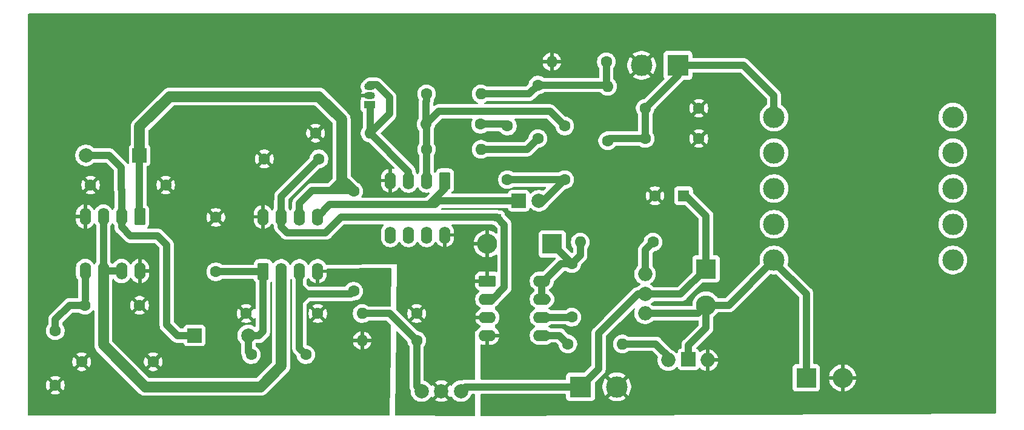
<source format=gbr>
%TF.GenerationSoftware,KiCad,Pcbnew,9.0.1*%
%TF.CreationDate,2025-06-25T17:39:15-03:00*%
%TF.ProjectId,pcb_check4_pwm,7063625f-6368-4656-936b-345f70776d2e,rev?*%
%TF.SameCoordinates,Original*%
%TF.FileFunction,Copper,L2,Bot*%
%TF.FilePolarity,Positive*%
%FSLAX46Y46*%
G04 Gerber Fmt 4.6, Leading zero omitted, Abs format (unit mm)*
G04 Created by KiCad (PCBNEW 9.0.1) date 2025-06-25 17:39:15*
%MOMM*%
%LPD*%
G01*
G04 APERTURE LIST*
G04 Aperture macros list*
%AMRoundRect*
0 Rectangle with rounded corners*
0 $1 Rounding radius*
0 $2 $3 $4 $5 $6 $7 $8 $9 X,Y pos of 4 corners*
0 Add a 4 corners polygon primitive as box body*
4,1,4,$2,$3,$4,$5,$6,$7,$8,$9,$2,$3,0*
0 Add four circle primitives for the rounded corners*
1,1,$1+$1,$2,$3*
1,1,$1+$1,$4,$5*
1,1,$1+$1,$6,$7*
1,1,$1+$1,$8,$9*
0 Add four rect primitives between the rounded corners*
20,1,$1+$1,$2,$3,$4,$5,0*
20,1,$1+$1,$4,$5,$6,$7,0*
20,1,$1+$1,$6,$7,$8,$9,0*
20,1,$1+$1,$8,$9,$2,$3,0*%
G04 Aperture macros list end*
%TA.AperFunction,ComponentPad*%
%ADD10C,2.000000*%
%TD*%
%TA.AperFunction,ComponentPad*%
%ADD11R,2.000000X2.000000*%
%TD*%
%TA.AperFunction,ComponentPad*%
%ADD12R,1.000000X1.000000*%
%TD*%
%TA.AperFunction,ComponentPad*%
%ADD13C,1.600000*%
%TD*%
%TA.AperFunction,ComponentPad*%
%ADD14O,2.000000X2.000000*%
%TD*%
%TA.AperFunction,ComponentPad*%
%ADD15R,1.600000X1.600000*%
%TD*%
%TA.AperFunction,ComponentPad*%
%ADD16O,2.800000X2.800000*%
%TD*%
%TA.AperFunction,ComponentPad*%
%ADD17R,2.800000X2.800000*%
%TD*%
%TA.AperFunction,ComponentPad*%
%ADD18O,1.600000X1.600000*%
%TD*%
%TA.AperFunction,ComponentPad*%
%ADD19RoundRect,0.250000X-0.950000X-0.550000X0.950000X-0.550000X0.950000X0.550000X-0.950000X0.550000X0*%
%TD*%
%TA.AperFunction,ComponentPad*%
%ADD20O,2.400000X1.600000*%
%TD*%
%TA.AperFunction,ComponentPad*%
%ADD21R,1.500000X1.050000*%
%TD*%
%TA.AperFunction,ComponentPad*%
%ADD22O,1.500000X1.050000*%
%TD*%
%TA.AperFunction,ComponentPad*%
%ADD23RoundRect,0.250000X-0.550000X0.950000X-0.550000X-0.950000X0.550000X-0.950000X0.550000X0.950000X0*%
%TD*%
%TA.AperFunction,ComponentPad*%
%ADD24O,1.600000X2.400000*%
%TD*%
%TA.AperFunction,ComponentPad*%
%ADD25C,3.000000*%
%TD*%
%TA.AperFunction,ComponentPad*%
%ADD26R,3.000000X3.000000*%
%TD*%
%TA.AperFunction,ComponentPad*%
%ADD27RoundRect,0.250000X0.550000X-0.950000X0.550000X0.950000X-0.550000X0.950000X-0.550000X-0.950000X0*%
%TD*%
%TA.AperFunction,Conductor*%
%ADD28C,1.000000*%
%TD*%
%TA.AperFunction,Conductor*%
%ADD29C,1.500000*%
%TD*%
G04 APERTURE END LIST*
D10*
%TO.P,J3,2,Pin_2*%
%TO.N,Net-(J3-Pin_2)*%
X146400000Y-81200000D03*
D11*
%TO.P,J3,1,Pin_1*%
%TO.N,Vref*%
X143590000Y-81200000D03*
%TD*%
D12*
%TO.P,J2,1,Pin_1*%
%TO.N,Net-(J2-Pin_1)*%
X140600000Y-83600000D03*
%TD*%
D13*
%TO.P,C6,2*%
%TO.N,Net-(C6-Pad2)*%
X142000000Y-70750000D03*
%TO.P,C6,1*%
%TO.N,Net-(J3-Pin_2)*%
X142000000Y-78250000D03*
%TD*%
D10*
%TO.P,Q1,1,D*%
%TO.N,Vin*%
X161283596Y-94284903D03*
D14*
%TO.P,Q1,2,G*%
%TO.N,Net-(Q1-G)*%
X161240000Y-91465000D03*
%TO.P,Q1,3,S*%
%TO.N,Net-(D2-A)*%
X161240000Y-96965000D03*
%TD*%
D11*
%TO.P,Q2,1,D*%
%TO.N,Net-(D2-A)*%
X167305846Y-103431500D03*
D14*
%TO.P,Q2,2,G*%
%TO.N,Net-(Q2-G)*%
X164465000Y-103510000D03*
%TO.P,Q2,3,S*%
%TO.N,GND*%
X169965000Y-103510000D03*
%TD*%
D13*
%TO.P,C7,1*%
%TO.N,Vreg*%
X94250000Y-79000000D03*
%TO.P,C7,2*%
%TO.N,GND*%
X83750000Y-79000000D03*
%TD*%
%TO.P,C8,1*%
%TO.N,Vreg*%
X105500000Y-97000000D03*
%TO.P,C8,2*%
%TO.N,GND*%
X115500000Y-97000000D03*
%TD*%
D10*
%TO.P,U5,1,ADJ*%
%TO.N,Net-(U5-ADJ)*%
X130000000Y-107860000D03*
%TO.P,U5,2,VO*%
%TO.N,Vreg*%
X132770000Y-107860000D03*
%TO.P,U5,3,VI*%
%TO.N,Vin*%
X135500000Y-107860000D03*
%TD*%
D15*
%TO.P,Ccami1,1*%
%TO.N,Vin*%
X166612500Y-80500000D03*
D13*
%TO.P,Ccami1,2*%
%TO.N,GND*%
X162612500Y-80500000D03*
%TD*%
D16*
%TO.P,D1,2,A*%
%TO.N,Vreg*%
X139170000Y-87250000D03*
D17*
%TO.P,D1,1,K*%
%TO.N,Net-(D1-K)*%
X148250000Y-87250000D03*
%TD*%
%TO.P,D2,1,K*%
%TO.N,Vin*%
X169750000Y-90739950D03*
D16*
%TO.P,D2,2,A*%
%TO.N,Net-(D2-A)*%
X169750000Y-95819950D03*
%TD*%
D18*
%TO.P,R10,2*%
%TO.N,Net-(Q2-G)*%
X158060000Y-101250000D03*
D13*
%TO.P,R10,1*%
%TO.N,Net-(U3-LO)*%
X150440000Y-101250000D03*
%TD*%
D19*
%TO.P,U3,1,VCC*%
%TO.N,Vreg*%
X139190000Y-92440000D03*
D20*
%TO.P,U3,2,IN*%
%TO.N,Net-(J2-Pin_1)*%
X139190000Y-94980000D03*
%TO.P,U3,3,~{SD}*%
%TO.N,Vreg*%
X139190000Y-97520000D03*
%TO.P,U3,4,COM*%
%TO.N,GND*%
X139190000Y-100060000D03*
%TO.P,U3,5,LO*%
%TO.N,Net-(U3-LO)*%
X146810000Y-100060000D03*
%TO.P,U3,6,VS*%
%TO.N,Net-(U3-VS)*%
X146810000Y-97520000D03*
%TO.P,U3,7,HO*%
%TO.N,Net-(D1-K)*%
X146810000Y-94980000D03*
%TO.P,U3,8,VB*%
X146810000Y-92440000D03*
%TD*%
D13*
%TO.P,C1,1*%
%TO.N,Net-(D1-K)*%
X151000000Y-90000000D03*
%TO.P,C1,2*%
%TO.N,Net-(U3-VS)*%
X151000000Y-97500000D03*
%TD*%
%TO.P,R9,1*%
%TO.N,Net-(Q1-G)*%
X162330000Y-87000000D03*
D18*
%TO.P,R9,2*%
%TO.N,Net-(D1-K)*%
X152170000Y-87000000D03*
%TD*%
D17*
%TO.P,D3,1,K*%
%TO.N,Net-(D2-A)*%
X183750000Y-106000000D03*
D16*
%TO.P,D3,2,A*%
%TO.N,GND*%
X188830000Y-106000000D03*
%TD*%
D13*
%TO.P,R8,1*%
%TO.N,Vreg*%
X101250000Y-83540000D03*
%TO.P,R8,2*%
%TO.N,Net-(r_i1-Pin_2)*%
X101250000Y-91160000D03*
%TD*%
%TO.P,R5,1*%
%TO.N,Vreg*%
X129310000Y-97000000D03*
D18*
%TO.P,R5,2*%
%TO.N,Net-(U5-ADJ)*%
X121690000Y-97000000D03*
%TD*%
D13*
%TO.P,C3,1*%
%TO.N,Net-(J1-Pin_1)*%
X161250000Y-68250000D03*
%TO.P,C3,2*%
%TO.N,GND*%
X168750000Y-68250000D03*
%TD*%
D21*
%TO.P,U6,1,REF*%
%TO.N,Net-(U4A-+)*%
X122750000Y-67770000D03*
D22*
%TO.P,U6,2,A*%
%TO.N,GND*%
X122750000Y-66500000D03*
%TO.P,U6,3,K*%
%TO.N,Net-(U4A-+)*%
X122750000Y-65230000D03*
%TD*%
D13*
%TO.P,R16,1*%
%TO.N,Net-(C6-Pad2)*%
X138250000Y-70500000D03*
D18*
%TO.P,R16,2*%
%TO.N,Net-(U4A--)*%
X130630000Y-70500000D03*
%TD*%
D13*
%TO.P,R2,1*%
%TO.N,Vreg*%
X90600000Y-95840000D03*
%TO.P,R2,2*%
%TO.N,Net-(U1B-+)*%
X82980000Y-95840000D03*
%TD*%
%TO.P,C4,1*%
%TO.N,Net-(C4-Pad1)*%
X146250000Y-72500000D03*
%TO.P,C4,2*%
%TO.N,Net-(C4-Pad2)*%
X146250000Y-65000000D03*
%TD*%
D23*
%TO.P,U1,1*%
%TO.N,Net-(U2B--)*%
X90620000Y-83430000D03*
D24*
%TO.P,U1,2,-*%
%TO.N,Net-(U1A--)*%
X88080000Y-83430000D03*
%TO.P,U1,3,+*%
%TO.N,Net-(U1A-+)*%
X85540000Y-83430000D03*
%TO.P,U1,4,V-*%
%TO.N,GND*%
X83000000Y-83430000D03*
%TO.P,U1,5,+*%
%TO.N,Net-(U1B-+)*%
X83000000Y-91050000D03*
%TO.P,U1,6,-*%
%TO.N,Net-(U1A-+)*%
X85540000Y-91050000D03*
%TO.P,U1,7*%
X88080000Y-91050000D03*
%TO.P,U1,8,V+*%
%TO.N,Vreg*%
X90620000Y-91050000D03*
%TD*%
D13*
%TO.P,R1,1*%
%TO.N,Net-(U1B-+)*%
X78830000Y-99410000D03*
%TO.P,R1,2*%
%TO.N,GND*%
X78830000Y-107030000D03*
%TD*%
%TO.P,C2,1*%
%TO.N,Net-(J1-Pin_1)*%
X161250000Y-72500000D03*
%TO.P,C2,2*%
%TO.N,GND*%
X168750000Y-72500000D03*
%TD*%
D25*
%TO.P,L1,1,1*%
%TO.N,Net-(J1-Pin_1)*%
X179250000Y-69500000D03*
%TO.P,L1,2,2*%
%TO.N,Net-(D2-A)*%
X179250000Y-89500000D03*
%TO.P,L1,3*%
%TO.N,N/C*%
X179250000Y-79500000D03*
%TO.P,L1,4*%
X179250000Y-74500000D03*
%TO.P,L1,5*%
X179250000Y-84500000D03*
%TO.P,L1,6*%
X204250000Y-69500000D03*
%TO.P,L1,7*%
X204250000Y-74500000D03*
%TO.P,L1,8*%
X204250000Y-79500000D03*
%TO.P,L1,9*%
X204250000Y-84500000D03*
%TO.P,L1,10*%
X204250000Y-89500000D03*
%TD*%
D13*
%TO.P,Ccami2,1*%
%TO.N,Vreg*%
X92500000Y-103750000D03*
%TO.P,Ccami2,2*%
%TO.N,GND*%
X82500000Y-103750000D03*
%TD*%
%TO.P,R11,1*%
%TO.N,Net-(J1-Pin_1)*%
X156000000Y-72810000D03*
D18*
%TO.P,R11,2*%
%TO.N,Net-(C4-Pad2)*%
X156000000Y-65190000D03*
%TD*%
D13*
%TO.P,C5,1*%
%TO.N,Net-(J3-Pin_2)*%
X150000000Y-78250000D03*
%TO.P,C5,2*%
%TO.N,Net-(U4A--)*%
X150000000Y-70750000D03*
%TD*%
%TO.P,R3,1*%
%TO.N,Net-(U2A-+)*%
X113810000Y-102750000D03*
%TO.P,R3,2*%
%TO.N,Net-(r_i1-Pin_2)*%
X106190000Y-102750000D03*
%TD*%
%TO.P,R15,1*%
%TO.N,Net-(U4A--)*%
X130690000Y-66250000D03*
D18*
%TO.P,R15,2*%
%TO.N,Net-(C4-Pad2)*%
X138310000Y-66250000D03*
%TD*%
D26*
%TO.P,J1,1,Pin_1*%
%TO.N,Net-(J1-Pin_1)*%
X165830000Y-62250000D03*
D25*
%TO.P,J1,2,Pin_2*%
%TO.N,GND*%
X160750000Y-62250000D03*
%TD*%
D13*
%TO.P,R13,1*%
%TO.N,Vreg*%
X115190000Y-71750000D03*
D18*
%TO.P,R13,2*%
%TO.N,Net-(U4A-+)*%
X122810000Y-71750000D03*
%TD*%
D13*
%TO.P,R12,1*%
%TO.N,Net-(C4-Pad2)*%
X155810000Y-61750000D03*
D18*
%TO.P,R12,2*%
%TO.N,GND*%
X148190000Y-61750000D03*
%TD*%
D13*
%TO.P,R4,1*%
%TO.N,Net-(U2A-+)*%
X120500000Y-93870000D03*
%TO.P,R4,2*%
%TO.N,Net-(U2B--)*%
X120500000Y-79870000D03*
%TD*%
D27*
%TO.P,U2,1*%
%TO.N,Net-(r_i1-Pin_2)*%
X107850000Y-91080000D03*
D24*
%TO.P,U2,2,-*%
%TO.N,Net-(U1A-+)*%
X110390000Y-91080000D03*
%TO.P,U2,3,+*%
%TO.N,Net-(U2A-+)*%
X112930000Y-91080000D03*
%TO.P,U2,4,V-*%
%TO.N,GND*%
X115470000Y-91080000D03*
%TO.P,U2,5,+*%
%TO.N,Vref*%
X115470000Y-83460000D03*
%TO.P,U2,6,-*%
%TO.N,Net-(U2B--)*%
X112930000Y-83460000D03*
%TO.P,U2,7*%
%TO.N,Net-(J2-Pin_1)*%
X110390000Y-83460000D03*
%TO.P,U2,8,V+*%
%TO.N,Vreg*%
X107850000Y-83460000D03*
%TD*%
D13*
%TO.P,R7,1*%
%TO.N,Net-(U5-ADJ)*%
X129310000Y-100750000D03*
D18*
%TO.P,R7,2*%
%TO.N,GND*%
X121690000Y-100750000D03*
%TD*%
D23*
%TO.P,U4,1*%
%TO.N,Net-(J3-Pin_2)*%
X133250000Y-78380000D03*
D24*
%TO.P,U4,2,-*%
%TO.N,Net-(U4A--)*%
X130710000Y-78380000D03*
%TO.P,U4,3,+*%
%TO.N,Net-(U4A-+)*%
X128170000Y-78380000D03*
%TO.P,U4,4,V-*%
%TO.N,GND*%
X125630000Y-78380000D03*
%TO.P,U4,5*%
%TO.N,N/C*%
X125630000Y-86000000D03*
%TO.P,U4,6*%
X128170000Y-86000000D03*
%TO.P,U4,7*%
X130710000Y-86000000D03*
%TO.P,U4,8,V+*%
%TO.N,Vreg*%
X133250000Y-86000000D03*
%TD*%
D13*
%TO.P,R14,1*%
%TO.N,Net-(U4A--)*%
X130690000Y-74000000D03*
D18*
%TO.P,R14,2*%
%TO.N,Net-(C4-Pad1)*%
X138310000Y-74000000D03*
%TD*%
D11*
%TO.P,r_i1,1,Pin_1*%
%TO.N,Net-(U1A--)*%
X98280000Y-100070000D03*
D10*
%TO.P,r_i1,2,Pin_2*%
%TO.N,Net-(r_i1-Pin_2)*%
X105780000Y-100070000D03*
%TD*%
D13*
%TO.P,R6,1*%
%TO.N,Net-(J2-Pin_1)*%
X115660000Y-75340000D03*
%TO.P,R6,2*%
%TO.N,Vreg*%
X108040000Y-75340000D03*
%TD*%
D11*
%TO.P,cap_i1,1,Pin_1*%
%TO.N,Net-(U2B--)*%
X90600000Y-74850000D03*
D10*
%TO.P,cap_i1,2,Pin_2*%
%TO.N,Net-(U1A--)*%
X83100000Y-74850000D03*
%TD*%
D25*
%TO.P,BT1,2,-*%
%TO.N,GND*%
X157290000Y-107250000D03*
D26*
%TO.P,BT1,1,+*%
%TO.N,Vin*%
X152210000Y-107250000D03*
%TD*%
D28*
%TO.N,Vref*%
X131850000Y-81750000D02*
X132400000Y-81200000D01*
X131000000Y-81750000D02*
X131850000Y-81750000D01*
%TO.N,Net-(J3-Pin_2)*%
X147050000Y-81200000D02*
X150000000Y-78250000D01*
X145900000Y-81200000D02*
X147050000Y-81200000D01*
X142000000Y-78250000D02*
X143952000Y-78250000D01*
%TO.N,Vref*%
X143900000Y-81200000D02*
X132400000Y-81200000D01*
%TO.N,Net-(J3-Pin_2)*%
X141870000Y-78380000D02*
X142000000Y-78250000D01*
%TO.N,Vref*%
X131975000Y-80775000D02*
X133250000Y-79500000D01*
%TO.N,Net-(J3-Pin_2)*%
X142000000Y-78250000D02*
X150000000Y-78250000D01*
%TO.N,Net-(Q1-G)*%
X161240000Y-88090000D02*
X162330000Y-87000000D01*
X161240000Y-91465000D02*
X161240000Y-88090000D01*
%TO.N,Net-(D2-A)*%
X168604950Y-96965000D02*
X169750000Y-95819950D01*
X161240000Y-96965000D02*
X168604950Y-96965000D01*
%TO.N,Net-(U5-ADJ)*%
X129310000Y-107170000D02*
X130000000Y-107860000D01*
X129310000Y-100750000D02*
X129310000Y-107170000D01*
%TO.N,Vin*%
X136110000Y-107250000D02*
X135500000Y-107860000D01*
X152210000Y-107250000D02*
X136110000Y-107250000D01*
%TO.N,Net-(D1-K)*%
X152170000Y-88830000D02*
X151000000Y-90000000D01*
X152170000Y-87000000D02*
X152170000Y-88830000D01*
X148250000Y-87250000D02*
X151000000Y-90000000D01*
%TO.N,Vin*%
X154750000Y-99750000D02*
X160215097Y-94284903D01*
X154750000Y-104710000D02*
X154750000Y-99750000D01*
X152210000Y-107250000D02*
X154750000Y-104710000D01*
X160215097Y-94284903D02*
X161283596Y-94284903D01*
X169750000Y-83294888D02*
X166955112Y-80500000D01*
X169750000Y-90739950D02*
X169750000Y-83294888D01*
%TO.N,Net-(D2-A)*%
X179250000Y-89750000D02*
X183750000Y-94250000D01*
X183750000Y-94250000D02*
X183750000Y-106000000D01*
X179250000Y-89500000D02*
X179250000Y-89750000D01*
X172930050Y-95819950D02*
X179250000Y-89500000D01*
X169750000Y-95819950D02*
X172930050Y-95819950D01*
X169750000Y-99000000D02*
X169750000Y-95819950D01*
X167305846Y-101444154D02*
X169750000Y-99000000D01*
X167305846Y-103431500D02*
X167305846Y-101444154D01*
%TO.N,Net-(Q2-G)*%
X162705000Y-101250000D02*
X164965000Y-103510000D01*
X158060000Y-101250000D02*
X162705000Y-101250000D01*
%TO.N,Vin*%
X161071250Y-94678750D02*
X161283596Y-94466404D01*
X161283596Y-94466404D02*
X161283596Y-94284903D01*
X166205047Y-94284903D02*
X161283596Y-94284903D01*
X169750000Y-90739950D02*
X166205047Y-94284903D01*
%TO.N,Net-(U3-LO)*%
X146810000Y-100060000D02*
X149250000Y-100060000D01*
X149250000Y-100060000D02*
X150440000Y-101250000D01*
%TO.N,Net-(D1-K)*%
X147060000Y-92440000D02*
X146810000Y-92440000D01*
X149500000Y-90000000D02*
X147060000Y-92440000D01*
X149500000Y-90000000D02*
X151000000Y-90000000D01*
%TO.N,Net-(U3-VS)*%
X150980000Y-97520000D02*
X151000000Y-97500000D01*
X146810000Y-97520000D02*
X150980000Y-97520000D01*
%TO.N,Net-(D1-K)*%
X147560000Y-94980000D02*
X146810000Y-94980000D01*
X146810000Y-92440000D02*
X146810000Y-94980000D01*
%TO.N,Net-(J1-Pin_1)*%
X179250000Y-66500000D02*
X179250000Y-69500000D01*
X175000000Y-62250000D02*
X179250000Y-66500000D01*
X165830000Y-62250000D02*
X175000000Y-62250000D01*
%TO.N,Net-(U5-ADJ)*%
X125560000Y-97000000D02*
X129310000Y-100750000D01*
X121690000Y-97000000D02*
X125560000Y-97000000D01*
%TO.N,Net-(J2-Pin_1)*%
X139926108Y-94980000D02*
X139190000Y-94980000D01*
X141571000Y-93335108D02*
X139926108Y-94980000D01*
X141571000Y-84571000D02*
X141571000Y-93335108D01*
X111191000Y-85661000D02*
X116589000Y-85661000D01*
X110390000Y-84860000D02*
X111191000Y-85661000D01*
X110390000Y-83460000D02*
X110390000Y-84860000D01*
X116589000Y-85661000D02*
X118750000Y-83500000D01*
X140500000Y-83500000D02*
X141571000Y-84571000D01*
%TO.N,Vref*%
X115470000Y-83460000D02*
X117180000Y-81750000D01*
X115470000Y-83460000D02*
X115470000Y-83280000D01*
X117180000Y-81750000D02*
X131000000Y-81750000D01*
X133250000Y-79500000D02*
X133250000Y-78380000D01*
X131000000Y-81750000D02*
X131975000Y-80775000D01*
%TO.N,Net-(U1A--)*%
X88020000Y-76540000D02*
X88020000Y-79630000D01*
X95860000Y-100070000D02*
X94370000Y-98580000D01*
X89290000Y-86100000D02*
X88080000Y-84890000D01*
X88020000Y-79630000D02*
X88080000Y-79690000D01*
X98280000Y-100070000D02*
X95860000Y-100070000D01*
X88080000Y-84890000D02*
X88080000Y-83430000D01*
X93100000Y-86100000D02*
X89290000Y-86100000D01*
X86330000Y-74850000D02*
X88020000Y-76540000D01*
X83100000Y-74850000D02*
X86330000Y-74850000D01*
X94370000Y-98580000D02*
X94370000Y-87370000D01*
X88080000Y-79690000D02*
X88080000Y-83430000D01*
X94370000Y-87370000D02*
X93100000Y-86100000D01*
%TO.N,Net-(U2B--)*%
X114690000Y-79750000D02*
X117000000Y-79750000D01*
X120380000Y-79750000D02*
X120500000Y-79870000D01*
D29*
X118830000Y-78250000D02*
X118830000Y-69800000D01*
X94820000Y-66610000D02*
X90600000Y-70830000D01*
D28*
X112930000Y-81510000D02*
X114690000Y-79750000D01*
D29*
X115640000Y-66610000D02*
X94820000Y-66610000D01*
D28*
X119340000Y-79750000D02*
X120380000Y-79750000D01*
X90660000Y-83390000D02*
X90620000Y-83430000D01*
X117000000Y-79750000D02*
X118320000Y-79750000D01*
X118830000Y-79240000D02*
X118320000Y-79750000D01*
D29*
X118830000Y-79240000D02*
X118830000Y-78250000D01*
D28*
X118320000Y-79750000D02*
X118410000Y-79660000D01*
X117000000Y-79750000D02*
X117330000Y-79750000D01*
D29*
X118880000Y-78250000D02*
X120500000Y-79870000D01*
D28*
X119340000Y-79750000D02*
X118830000Y-79240000D01*
X118320000Y-79750000D02*
X119340000Y-79750000D01*
D29*
X118830000Y-69800000D02*
X115640000Y-66610000D01*
D28*
X90600000Y-74850000D02*
X90600000Y-83410000D01*
D29*
X118830000Y-78250000D02*
X118880000Y-78250000D01*
X90600000Y-70830000D02*
X90600000Y-74850000D01*
D28*
X90600000Y-83410000D02*
X90620000Y-83430000D01*
X112930000Y-83460000D02*
X112930000Y-81510000D01*
X117330000Y-79750000D02*
X118830000Y-78250000D01*
%TO.N,Net-(r_i1-Pin_2)*%
X107210000Y-100070000D02*
X107250000Y-100110000D01*
X101250000Y-91160000D02*
X107770000Y-91160000D01*
X105780000Y-100070000D02*
X107210000Y-100070000D01*
X105780000Y-102340000D02*
X106190000Y-102750000D01*
X107850000Y-99510000D02*
X107850000Y-91080000D01*
X105780000Y-100070000D02*
X105780000Y-102340000D01*
X107250000Y-100110000D02*
X107850000Y-99510000D01*
%TO.N,Net-(U2A-+)*%
X113500000Y-94749000D02*
X113999000Y-94250000D01*
X113999000Y-94250000D02*
X120120000Y-94250000D01*
X112931000Y-94749000D02*
X113500000Y-94749000D01*
X112930000Y-95319000D02*
X113500000Y-94749000D01*
X112930000Y-94179000D02*
X113500000Y-94749000D01*
X112930000Y-94750000D02*
X112930000Y-95750000D01*
X112930000Y-93250000D02*
X112930000Y-93750000D01*
X112930000Y-94750000D02*
X112931000Y-94749000D01*
X112930000Y-91080000D02*
X112930000Y-93250000D01*
X112930000Y-101870000D02*
X113810000Y-102750000D01*
X113930000Y-94250000D02*
X112930000Y-93250000D01*
X112930000Y-93750000D02*
X112930000Y-94750000D01*
X112930000Y-93750000D02*
X112930000Y-94179000D01*
X113999000Y-94250000D02*
X113930000Y-94250000D01*
X112930000Y-95750000D02*
X112930000Y-101870000D01*
X112930000Y-95750000D02*
X112930000Y-95319000D01*
X120120000Y-94250000D02*
X120500000Y-93870000D01*
D29*
%TO.N,Net-(U1A-+)*%
X85540000Y-91050000D02*
X85540000Y-101400000D01*
X110390000Y-104360000D02*
X110390000Y-91080000D01*
X107500000Y-107250000D02*
X110390000Y-104360000D01*
X91390000Y-107250000D02*
X107500000Y-107250000D01*
D28*
X85540000Y-91050000D02*
X88080000Y-91050000D01*
D29*
X85540000Y-101400000D02*
X91390000Y-107250000D01*
D28*
X85540000Y-83430000D02*
X85540000Y-91050000D01*
%TO.N,Net-(U1B-+)*%
X78830000Y-99410000D02*
X78830000Y-97830000D01*
X82980000Y-95840000D02*
X80820000Y-95840000D01*
X83000000Y-91050000D02*
X83000000Y-94990000D01*
X78830000Y-97830000D02*
X80820000Y-95840000D01*
%TO.N,Net-(J1-Pin_1)*%
X161250000Y-72500000D02*
X156310000Y-72500000D01*
X156310000Y-72500000D02*
X156000000Y-72810000D01*
X165830000Y-63670000D02*
X161250000Y-68250000D01*
X161250000Y-68250000D02*
X161250000Y-72500000D01*
X165830000Y-62250000D02*
X165830000Y-63670000D01*
%TO.N,Net-(C4-Pad2)*%
X155810000Y-65000000D02*
X156000000Y-65190000D01*
X145000000Y-66250000D02*
X146250000Y-65000000D01*
X146250000Y-65000000D02*
X155810000Y-65000000D01*
X155810000Y-61750000D02*
X155810000Y-65000000D01*
X138310000Y-66250000D02*
X145000000Y-66250000D01*
%TO.N,Net-(C4-Pad1)*%
X144750000Y-74000000D02*
X146250000Y-72500000D01*
X138310000Y-74000000D02*
X144750000Y-74000000D01*
%TO.N,Net-(U4A--)*%
X130710000Y-78380000D02*
X130710000Y-74020000D01*
X132431000Y-68699000D02*
X130630000Y-70500000D01*
X147949000Y-68699000D02*
X132431000Y-68699000D01*
X130630000Y-70500000D02*
X130630000Y-67310000D01*
X130630000Y-67310000D02*
X130690000Y-67250000D01*
X130690000Y-70560000D02*
X130630000Y-70500000D01*
X150000000Y-70750000D02*
X147949000Y-68699000D01*
X130690000Y-74000000D02*
X130690000Y-70560000D01*
X130710000Y-74020000D02*
X130690000Y-74000000D01*
X130690000Y-66250000D02*
X130690000Y-67250000D01*
%TO.N,Net-(C6-Pad2)*%
X138250000Y-70500000D02*
X141750000Y-70500000D01*
X141750000Y-70500000D02*
X142000000Y-70750000D01*
%TO.N,Net-(J2-Pin_1)*%
X110410000Y-80590000D02*
X110410000Y-81180000D01*
X110390000Y-81200000D02*
X110390000Y-83460000D01*
X110410000Y-81180000D02*
X110390000Y-81200000D01*
X115660000Y-75340000D02*
X110410000Y-80590000D01*
%TO.N,Net-(U4A-+)*%
X128170000Y-78380000D02*
X128170000Y-77110000D01*
X128170000Y-77110000D02*
X122810000Y-71750000D01*
X122810000Y-71750000D02*
X122810000Y-68086000D01*
X125500000Y-66750000D02*
X123724000Y-64974000D01*
X123724000Y-64974000D02*
X122750000Y-64974000D01*
X122810000Y-71750000D02*
X125500000Y-69060000D01*
X125500000Y-69060000D02*
X125500000Y-66750000D01*
X122810000Y-68086000D02*
X122750000Y-68026000D01*
%TO.N,Net-(J2-Pin_1)*%
X118750000Y-83500000D02*
X140500000Y-83500000D01*
%TD*%
%TA.AperFunction,Conductor*%
%TO.N,Vreg*%
G36*
X126656254Y-99511489D02*
G01*
X126661661Y-99516581D01*
X127983281Y-100838201D01*
X128016766Y-100899524D01*
X128018073Y-100906483D01*
X128041523Y-101054535D01*
X128104781Y-101249223D01*
X128195641Y-101427544D01*
X128197713Y-101431610D01*
X128285819Y-101552877D01*
X128309298Y-101618681D01*
X128309500Y-101625761D01*
X128309500Y-107268541D01*
X128309500Y-107268543D01*
X128309499Y-107268543D01*
X128347947Y-107461829D01*
X128347950Y-107461839D01*
X128423364Y-107643907D01*
X128423368Y-107643914D01*
X128478602Y-107726578D01*
X128499480Y-107793254D01*
X128499500Y-107795468D01*
X128499500Y-107978097D01*
X128536446Y-108211368D01*
X128609433Y-108435996D01*
X128693762Y-108601499D01*
X128716657Y-108646433D01*
X128855483Y-108837510D01*
X129022490Y-109004517D01*
X129213567Y-109143343D01*
X129312991Y-109194002D01*
X129424003Y-109250566D01*
X129424005Y-109250566D01*
X129424008Y-109250568D01*
X129544412Y-109289689D01*
X129648631Y-109323553D01*
X129881903Y-109360500D01*
X129881908Y-109360500D01*
X130118097Y-109360500D01*
X130351368Y-109323553D01*
X130352870Y-109323065D01*
X130575992Y-109250568D01*
X130786433Y-109143343D01*
X130977510Y-109004517D01*
X131144517Y-108837510D01*
X131283343Y-108646433D01*
X131283344Y-108646430D01*
X131284991Y-108644164D01*
X131340321Y-108601499D01*
X131409934Y-108595520D01*
X131471729Y-108628126D01*
X131485627Y-108644165D01*
X131547339Y-108729104D01*
X131547340Y-108729105D01*
X132246212Y-108030233D01*
X132257482Y-108072292D01*
X132329890Y-108197708D01*
X132432292Y-108300110D01*
X132557708Y-108372518D01*
X132599765Y-108383787D01*
X131900893Y-109082658D01*
X131983828Y-109142914D01*
X132194197Y-109250102D01*
X132418752Y-109323065D01*
X132418751Y-109323065D01*
X132651948Y-109360000D01*
X132888052Y-109360000D01*
X133121247Y-109323065D01*
X133345802Y-109250102D01*
X133556163Y-109142918D01*
X133556169Y-109142914D01*
X133639104Y-109082658D01*
X133639105Y-109082658D01*
X132940233Y-108383787D01*
X132982292Y-108372518D01*
X133107708Y-108300110D01*
X133210110Y-108197708D01*
X133282518Y-108072292D01*
X133293787Y-108030234D01*
X133992658Y-108729105D01*
X133992659Y-108729104D01*
X134034372Y-108671692D01*
X134089702Y-108629026D01*
X134159315Y-108623047D01*
X134221110Y-108655653D01*
X134235008Y-108671691D01*
X134355483Y-108837510D01*
X134522490Y-109004517D01*
X134713567Y-109143343D01*
X134812991Y-109194002D01*
X134924003Y-109250566D01*
X134924005Y-109250566D01*
X134924008Y-109250568D01*
X135044412Y-109289689D01*
X135148631Y-109323553D01*
X135381903Y-109360500D01*
X135381908Y-109360500D01*
X135618097Y-109360500D01*
X135851368Y-109323553D01*
X135852870Y-109323065D01*
X136075992Y-109250568D01*
X136286433Y-109143343D01*
X136477510Y-109004517D01*
X136644517Y-108837510D01*
X136783343Y-108646433D01*
X136890568Y-108435992D01*
X136922998Y-108336181D01*
X136962436Y-108278506D01*
X137026794Y-108251308D01*
X137040929Y-108250500D01*
X137376000Y-108250500D01*
X137443039Y-108270185D01*
X137488794Y-108322989D01*
X137500000Y-108374500D01*
X137500000Y-111242727D01*
X137480315Y-111309766D01*
X137427511Y-111355521D01*
X137374691Y-111366720D01*
X126440222Y-111251309D01*
X126373394Y-111230918D01*
X126328199Y-111177634D01*
X126317539Y-111125893D01*
X126449988Y-99602833D01*
X126470442Y-99536028D01*
X126523768Y-99490883D01*
X126593037Y-99481735D01*
X126656254Y-99511489D01*
G37*
%TD.AperFunction*%
%TA.AperFunction,Conductor*%
G36*
X115137703Y-67880185D02*
G01*
X115158345Y-67896819D01*
X117543181Y-70281655D01*
X117576666Y-70342978D01*
X117579500Y-70369336D01*
X117579500Y-78034217D01*
X117559815Y-78101256D01*
X117543181Y-78121898D01*
X116951899Y-78713181D01*
X116890576Y-78746666D01*
X116864218Y-78749500D01*
X114591455Y-78749500D01*
X114498661Y-78767958D01*
X114498655Y-78767959D01*
X114494812Y-78768724D01*
X114398164Y-78787949D01*
X114360940Y-78803368D01*
X114353298Y-78806533D01*
X114353288Y-78806536D01*
X114216088Y-78863366D01*
X114216079Y-78863371D01*
X114052219Y-78972859D01*
X114002298Y-79022781D01*
X113912861Y-79112218D01*
X113912858Y-79112221D01*
X112292221Y-80732858D01*
X112292218Y-80732861D01*
X112256355Y-80768724D01*
X112152859Y-80872219D01*
X112043371Y-81036080D01*
X112043366Y-81036089D01*
X112013544Y-81108087D01*
X112013541Y-81108093D01*
X112011833Y-81112219D01*
X111967949Y-81218164D01*
X111955939Y-81278541D01*
X111954434Y-81286106D01*
X111954434Y-81286107D01*
X111929500Y-81411457D01*
X111929500Y-82184237D01*
X111909815Y-82251276D01*
X111905818Y-82257122D01*
X111817715Y-82378386D01*
X111770485Y-82471080D01*
X111722510Y-82521876D01*
X111654689Y-82538671D01*
X111588554Y-82516134D01*
X111549515Y-82471080D01*
X111544136Y-82460523D01*
X111502287Y-82378390D01*
X111464833Y-82326838D01*
X111414182Y-82257122D01*
X111390702Y-82191316D01*
X111390500Y-82184237D01*
X111390500Y-81391297D01*
X111392883Y-81367105D01*
X111410500Y-81278541D01*
X111410500Y-81055781D01*
X111430185Y-80988742D01*
X111446814Y-80968105D01*
X115748203Y-76666715D01*
X115809524Y-76633232D01*
X115816473Y-76631927D01*
X115964534Y-76608477D01*
X116159219Y-76545220D01*
X116341610Y-76452287D01*
X116434590Y-76384732D01*
X116507213Y-76331971D01*
X116507215Y-76331968D01*
X116507219Y-76331966D01*
X116651966Y-76187219D01*
X116651968Y-76187215D01*
X116651971Y-76187213D01*
X116720903Y-76092335D01*
X116772287Y-76021610D01*
X116865220Y-75839219D01*
X116928477Y-75644534D01*
X116960500Y-75442352D01*
X116960500Y-75237648D01*
X116951926Y-75183515D01*
X116928477Y-75035465D01*
X116871037Y-74858685D01*
X116865220Y-74840781D01*
X116865218Y-74840778D01*
X116865218Y-74840776D01*
X116819708Y-74751459D01*
X116772287Y-74658390D01*
X116740092Y-74614077D01*
X116651971Y-74492786D01*
X116507213Y-74348028D01*
X116341613Y-74227715D01*
X116341612Y-74227714D01*
X116341610Y-74227713D01*
X116284653Y-74198691D01*
X116159223Y-74134781D01*
X115964534Y-74071522D01*
X115789995Y-74043878D01*
X115762352Y-74039500D01*
X115557648Y-74039500D01*
X115533329Y-74043351D01*
X115355465Y-74071522D01*
X115160776Y-74134781D01*
X114978386Y-74227715D01*
X114812786Y-74348028D01*
X114668028Y-74492786D01*
X114547715Y-74658386D01*
X114454781Y-74840778D01*
X114391522Y-75035468D01*
X114368073Y-75183515D01*
X114338143Y-75246649D01*
X114333281Y-75251797D01*
X112016689Y-77568390D01*
X109772221Y-79812858D01*
X109772218Y-79812861D01*
X109702538Y-79882540D01*
X109632859Y-79952219D01*
X109523371Y-80116080D01*
X109523366Y-80116089D01*
X109479779Y-80221319D01*
X109479772Y-80221335D01*
X109478705Y-80223914D01*
X109447949Y-80298164D01*
X109444925Y-80313368D01*
X109443092Y-80322581D01*
X109443091Y-80322585D01*
X109409500Y-80491456D01*
X109409500Y-80988701D01*
X109407117Y-81012893D01*
X109389500Y-81101456D01*
X109389500Y-82184237D01*
X109369815Y-82251276D01*
X109365818Y-82257122D01*
X109277713Y-82378388D01*
X109230203Y-82471630D01*
X109182228Y-82522426D01*
X109114407Y-82539220D01*
X109048272Y-82516682D01*
X109009234Y-82471628D01*
X108961861Y-82378652D01*
X108841582Y-82213105D01*
X108841582Y-82213104D01*
X108696895Y-82068417D01*
X108531349Y-81948140D01*
X108349029Y-81855244D01*
X108154413Y-81792009D01*
X108100000Y-81783390D01*
X108100000Y-83144314D01*
X108095606Y-83139920D01*
X108004394Y-83087259D01*
X107902661Y-83060000D01*
X107797339Y-83060000D01*
X107695606Y-83087259D01*
X107604394Y-83139920D01*
X107600000Y-83144314D01*
X107600000Y-81783390D01*
X107545586Y-81792009D01*
X107350970Y-81855244D01*
X107168650Y-81948140D01*
X107003105Y-82068417D01*
X107003104Y-82068417D01*
X106858417Y-82213104D01*
X106858417Y-82213105D01*
X106738140Y-82378650D01*
X106645244Y-82560968D01*
X106582009Y-82755582D01*
X106550000Y-82957682D01*
X106550000Y-83210000D01*
X107534314Y-83210000D01*
X107529920Y-83214394D01*
X107477259Y-83305606D01*
X107450000Y-83407339D01*
X107450000Y-83512661D01*
X107477259Y-83614394D01*
X107529920Y-83705606D01*
X107534314Y-83710000D01*
X106550000Y-83710000D01*
X106550000Y-83962317D01*
X106582009Y-84164417D01*
X106645244Y-84359031D01*
X106738140Y-84541349D01*
X106858417Y-84706894D01*
X106858417Y-84706895D01*
X107003104Y-84851582D01*
X107168650Y-84971859D01*
X107350968Y-85064754D01*
X107545578Y-85127988D01*
X107600000Y-85136607D01*
X107600000Y-83775686D01*
X107604394Y-83780080D01*
X107695606Y-83832741D01*
X107797339Y-83860000D01*
X107902661Y-83860000D01*
X108004394Y-83832741D01*
X108095606Y-83780080D01*
X108100000Y-83775686D01*
X108100000Y-85136606D01*
X108154421Y-85127988D01*
X108349031Y-85064754D01*
X108531349Y-84971859D01*
X108696894Y-84851582D01*
X108696895Y-84851582D01*
X108841582Y-84706895D01*
X108841582Y-84706894D01*
X108961861Y-84541347D01*
X109009234Y-84448371D01*
X109057208Y-84397575D01*
X109125028Y-84380779D01*
X109191164Y-84403316D01*
X109230203Y-84448369D01*
X109275322Y-84536918D01*
X109277713Y-84541610D01*
X109365819Y-84662877D01*
X109389298Y-84728681D01*
X109389500Y-84735761D01*
X109389500Y-84958541D01*
X109389500Y-84958543D01*
X109389499Y-84958543D01*
X109427947Y-85151829D01*
X109427950Y-85151839D01*
X109503364Y-85333907D01*
X109503371Y-85333920D01*
X109612860Y-85497781D01*
X109612863Y-85497785D01*
X109756537Y-85641459D01*
X109756559Y-85641479D01*
X110410735Y-86295655D01*
X110410764Y-86295686D01*
X110553214Y-86438136D01*
X110553218Y-86438139D01*
X110717079Y-86547628D01*
X110717092Y-86547635D01*
X110845833Y-86600961D01*
X110888744Y-86618735D01*
X110899164Y-86623051D01*
X110995812Y-86642275D01*
X111044135Y-86651887D01*
X111092458Y-86661500D01*
X111092459Y-86661500D01*
X116687542Y-86661500D01*
X116718566Y-86655328D01*
X116784188Y-86642275D01*
X116880836Y-86623051D01*
X116934165Y-86600961D01*
X117062914Y-86547632D01*
X117226782Y-86438139D01*
X117366139Y-86298782D01*
X117366139Y-86298780D01*
X117376347Y-86288573D01*
X117376348Y-86288570D01*
X119128102Y-84536819D01*
X119189425Y-84503334D01*
X119215783Y-84500500D01*
X124590953Y-84500500D01*
X124657992Y-84520185D01*
X124703747Y-84572989D01*
X124713691Y-84642147D01*
X124684666Y-84705703D01*
X124678634Y-84712181D01*
X124638032Y-84752782D01*
X124638028Y-84752786D01*
X124517715Y-84918386D01*
X124424781Y-85100776D01*
X124361522Y-85295465D01*
X124329500Y-85497648D01*
X124329500Y-86502351D01*
X124361522Y-86704534D01*
X124424781Y-86899223D01*
X124517715Y-87081613D01*
X124638028Y-87247213D01*
X124782786Y-87391971D01*
X124931478Y-87500000D01*
X124948390Y-87512287D01*
X125064607Y-87571503D01*
X125130776Y-87605218D01*
X125130778Y-87605218D01*
X125130781Y-87605220D01*
X125180772Y-87621463D01*
X125325465Y-87668477D01*
X125426557Y-87684488D01*
X125527648Y-87700500D01*
X125527649Y-87700500D01*
X125732351Y-87700500D01*
X125732352Y-87700500D01*
X125934534Y-87668477D01*
X126129219Y-87605220D01*
X126311610Y-87512287D01*
X126404590Y-87444732D01*
X126477213Y-87391971D01*
X126477215Y-87391968D01*
X126477219Y-87391966D01*
X126621966Y-87247219D01*
X126621968Y-87247215D01*
X126621971Y-87247213D01*
X126742284Y-87081614D01*
X126742285Y-87081613D01*
X126742287Y-87081610D01*
X126789516Y-86988917D01*
X126837489Y-86938123D01*
X126905310Y-86921328D01*
X126971445Y-86943865D01*
X127010485Y-86988919D01*
X127057715Y-87081614D01*
X127178028Y-87247213D01*
X127322786Y-87391971D01*
X127471478Y-87500000D01*
X127488390Y-87512287D01*
X127604607Y-87571503D01*
X127670776Y-87605218D01*
X127670778Y-87605218D01*
X127670781Y-87605220D01*
X127720772Y-87621463D01*
X127865465Y-87668477D01*
X127966557Y-87684488D01*
X128067648Y-87700500D01*
X128067649Y-87700500D01*
X128272351Y-87700500D01*
X128272352Y-87700500D01*
X128474534Y-87668477D01*
X128669219Y-87605220D01*
X128851610Y-87512287D01*
X128944590Y-87444732D01*
X129017213Y-87391971D01*
X129017215Y-87391968D01*
X129017219Y-87391966D01*
X129161966Y-87247219D01*
X129161968Y-87247215D01*
X129161971Y-87247213D01*
X129282284Y-87081614D01*
X129282285Y-87081613D01*
X129282287Y-87081610D01*
X129329516Y-86988917D01*
X129377489Y-86938123D01*
X129445310Y-86921328D01*
X129511445Y-86943865D01*
X129550485Y-86988919D01*
X129597715Y-87081614D01*
X129718028Y-87247213D01*
X129862786Y-87391971D01*
X130011478Y-87500000D01*
X130028390Y-87512287D01*
X130144607Y-87571503D01*
X130210776Y-87605218D01*
X130210778Y-87605218D01*
X130210781Y-87605220D01*
X130260772Y-87621463D01*
X130405465Y-87668477D01*
X130506557Y-87684488D01*
X130607648Y-87700500D01*
X130607649Y-87700500D01*
X130812351Y-87700500D01*
X130812352Y-87700500D01*
X131014534Y-87668477D01*
X131209219Y-87605220D01*
X131391610Y-87512287D01*
X131484590Y-87444732D01*
X131557213Y-87391971D01*
X131557215Y-87391968D01*
X131557219Y-87391966D01*
X131701966Y-87247219D01*
X131701968Y-87247215D01*
X131701971Y-87247213D01*
X131822284Y-87081614D01*
X131822285Y-87081613D01*
X131822287Y-87081610D01*
X131869795Y-86988369D01*
X131917770Y-86937574D01*
X131985591Y-86920779D01*
X132051725Y-86943316D01*
X132090765Y-86988370D01*
X132138140Y-87081349D01*
X132258417Y-87246894D01*
X132258417Y-87246895D01*
X132403104Y-87391582D01*
X132568650Y-87511859D01*
X132750968Y-87604754D01*
X132945578Y-87667988D01*
X133000000Y-87676607D01*
X133000000Y-86315686D01*
X133004394Y-86320080D01*
X133095606Y-86372741D01*
X133197339Y-86400000D01*
X133302661Y-86400000D01*
X133404394Y-86372741D01*
X133495606Y-86320080D01*
X133500000Y-86315686D01*
X133500000Y-87676606D01*
X133554421Y-87667988D01*
X133749031Y-87604754D01*
X133931349Y-87511859D01*
X134096894Y-87391582D01*
X134096895Y-87391582D01*
X134115677Y-87372801D01*
X134241582Y-87246895D01*
X134241582Y-87246894D01*
X134361861Y-87081347D01*
X134411857Y-86983224D01*
X134411857Y-86983223D01*
X134454755Y-86899031D01*
X134517990Y-86704417D01*
X134550000Y-86502317D01*
X134550000Y-86250000D01*
X133565686Y-86250000D01*
X133570080Y-86245606D01*
X133622741Y-86154394D01*
X133650000Y-86052661D01*
X133650000Y-85947339D01*
X133622741Y-85845606D01*
X133570080Y-85754394D01*
X133565686Y-85750000D01*
X134550000Y-85750000D01*
X134550000Y-85497682D01*
X134517990Y-85295582D01*
X134454755Y-85100968D01*
X134361859Y-84918650D01*
X134241582Y-84753105D01*
X134241582Y-84753104D01*
X134200659Y-84712181D01*
X134167174Y-84650858D01*
X134172158Y-84581166D01*
X134214030Y-84525233D01*
X134279494Y-84500816D01*
X134288340Y-84500500D01*
X139758561Y-84500500D01*
X139825600Y-84520185D01*
X139832872Y-84525233D01*
X139854400Y-84541349D01*
X139857668Y-84543795D01*
X139857671Y-84543797D01*
X139874812Y-84550190D01*
X139992517Y-84594091D01*
X140052127Y-84600500D01*
X140134217Y-84600499D01*
X140201255Y-84620183D01*
X140221898Y-84636818D01*
X140534181Y-84949101D01*
X140567666Y-85010424D01*
X140570500Y-85036782D01*
X140570500Y-85678296D01*
X140550815Y-85745335D01*
X140498011Y-85791090D01*
X140428853Y-85801034D01*
X140371014Y-85776672D01*
X140227857Y-85666824D01*
X140227841Y-85666813D01*
X140012159Y-85542288D01*
X140012148Y-85542283D01*
X139782049Y-85446973D01*
X139541463Y-85382508D01*
X139420000Y-85366516D01*
X139420000Y-86595879D01*
X139374182Y-86576901D01*
X139238944Y-86550000D01*
X139101056Y-86550000D01*
X138965818Y-86576901D01*
X138920000Y-86595879D01*
X138920000Y-85366516D01*
X138919999Y-85366516D01*
X138798536Y-85382508D01*
X138557950Y-85446973D01*
X138327851Y-85542283D01*
X138327840Y-85542288D01*
X138112158Y-85666813D01*
X138112142Y-85666824D01*
X137914556Y-85818437D01*
X137914549Y-85818443D01*
X137738443Y-85994549D01*
X137738437Y-85994556D01*
X137586824Y-86192142D01*
X137586813Y-86192158D01*
X137462288Y-86407840D01*
X137462283Y-86407851D01*
X137366973Y-86637950D01*
X137302508Y-86878536D01*
X137286518Y-87000000D01*
X138515879Y-87000000D01*
X138496901Y-87045818D01*
X138470000Y-87181056D01*
X138470000Y-87318944D01*
X138496901Y-87454182D01*
X138515879Y-87500000D01*
X137286518Y-87500000D01*
X137302508Y-87621463D01*
X137366973Y-87862049D01*
X137462283Y-88092148D01*
X137462288Y-88092159D01*
X137586813Y-88307841D01*
X137586824Y-88307857D01*
X137738437Y-88505443D01*
X137738443Y-88505450D01*
X137914549Y-88681556D01*
X137914556Y-88681562D01*
X138112142Y-88833175D01*
X138112158Y-88833186D01*
X138327840Y-88957711D01*
X138327851Y-88957716D01*
X138557950Y-89053026D01*
X138798536Y-89117491D01*
X138920000Y-89133481D01*
X138920000Y-87904120D01*
X138965818Y-87923099D01*
X139101056Y-87950000D01*
X139238944Y-87950000D01*
X139374182Y-87923099D01*
X139420000Y-87904120D01*
X139420000Y-89133480D01*
X139541463Y-89117491D01*
X139782049Y-89053026D01*
X140012148Y-88957716D01*
X140012159Y-88957711D01*
X140227841Y-88833186D01*
X140227849Y-88833180D01*
X140371013Y-88723327D01*
X140436182Y-88698133D01*
X140504627Y-88712171D01*
X140554617Y-88760985D01*
X140570500Y-88821703D01*
X140570500Y-91070829D01*
X140550815Y-91137868D01*
X140498011Y-91183623D01*
X140428853Y-91193567D01*
X140407496Y-91188535D01*
X140292697Y-91150494D01*
X140292690Y-91150493D01*
X140189986Y-91140000D01*
X139440000Y-91140000D01*
X139440000Y-92124314D01*
X139435606Y-92119920D01*
X139344394Y-92067259D01*
X139242661Y-92040000D01*
X139137339Y-92040000D01*
X139035606Y-92067259D01*
X138944394Y-92119920D01*
X138940000Y-92124314D01*
X138940000Y-91140000D01*
X138190028Y-91140000D01*
X138190012Y-91140001D01*
X138087302Y-91150494D01*
X137920880Y-91205641D01*
X137920875Y-91205643D01*
X137771654Y-91297684D01*
X137647684Y-91421654D01*
X137555643Y-91570875D01*
X137555641Y-91570880D01*
X137500494Y-91737302D01*
X137500493Y-91737309D01*
X137490000Y-91840013D01*
X137490000Y-92190000D01*
X138874314Y-92190000D01*
X138869920Y-92194394D01*
X138817259Y-92285606D01*
X138790000Y-92387339D01*
X138790000Y-92492661D01*
X138817259Y-92594394D01*
X138869920Y-92685606D01*
X138874314Y-92690000D01*
X137490001Y-92690000D01*
X137490001Y-93039986D01*
X137500494Y-93142697D01*
X137555641Y-93309119D01*
X137555643Y-93309124D01*
X137647684Y-93458345D01*
X137771654Y-93582315D01*
X137920875Y-93674356D01*
X137920882Y-93674359D01*
X138003067Y-93701592D01*
X138060512Y-93741364D01*
X138087336Y-93805880D01*
X138075021Y-93874656D01*
X138036949Y-93919616D01*
X137942787Y-93988028D01*
X137942782Y-93988032D01*
X137798028Y-94132786D01*
X137677715Y-94298386D01*
X137584781Y-94480776D01*
X137521522Y-94675465D01*
X137489500Y-94877648D01*
X137489500Y-95082351D01*
X137521522Y-95284534D01*
X137584781Y-95479223D01*
X137677715Y-95661613D01*
X137798028Y-95827213D01*
X137942786Y-95971971D01*
X138097749Y-96084556D01*
X138108390Y-96092287D01*
X138180424Y-96128990D01*
X138201629Y-96139795D01*
X138252425Y-96187770D01*
X138269220Y-96255591D01*
X138246682Y-96321726D01*
X138201629Y-96360765D01*
X138108650Y-96408140D01*
X137943105Y-96528417D01*
X137943104Y-96528417D01*
X137798417Y-96673104D01*
X137798417Y-96673105D01*
X137678140Y-96838650D01*
X137585244Y-97020970D01*
X137522009Y-97215586D01*
X137513391Y-97270000D01*
X138874314Y-97270000D01*
X138869920Y-97274394D01*
X138817259Y-97365606D01*
X138790000Y-97467339D01*
X138790000Y-97572661D01*
X138817259Y-97674394D01*
X138869920Y-97765606D01*
X138874314Y-97770000D01*
X137513391Y-97770000D01*
X137522009Y-97824413D01*
X137585244Y-98019029D01*
X137678140Y-98201349D01*
X137798417Y-98366894D01*
X137798417Y-98366895D01*
X137943104Y-98511582D01*
X138108652Y-98631861D01*
X138201628Y-98679234D01*
X138252425Y-98727208D01*
X138269220Y-98795029D01*
X138246683Y-98861164D01*
X138201630Y-98900203D01*
X138108388Y-98947713D01*
X137942786Y-99068028D01*
X137798034Y-99212780D01*
X137794398Y-99217785D01*
X137677713Y-99378390D01*
X137650246Y-99432295D01*
X137602274Y-99483091D01*
X137539763Y-99500000D01*
X137500000Y-99500000D01*
X137500000Y-99881597D01*
X137498473Y-99900995D01*
X137489500Y-99957648D01*
X137489500Y-100162350D01*
X137498473Y-100219003D01*
X137500000Y-100238401D01*
X137500000Y-106125500D01*
X137480315Y-106192539D01*
X137427511Y-106238294D01*
X137376000Y-106249500D01*
X136011455Y-106249500D01*
X135914812Y-106268724D01*
X135818167Y-106287947D01*
X135818161Y-106287949D01*
X135764834Y-106310038D01*
X135668209Y-106350061D01*
X135620757Y-106359500D01*
X135381903Y-106359500D01*
X135148631Y-106396446D01*
X134924003Y-106469433D01*
X134713566Y-106576657D01*
X134630047Y-106637338D01*
X134522490Y-106715483D01*
X134522488Y-106715485D01*
X134522487Y-106715485D01*
X134355484Y-106882488D01*
X134235008Y-107048308D01*
X134179677Y-107090973D01*
X134110064Y-107096952D01*
X134048269Y-107064346D01*
X134034372Y-107048307D01*
X133992659Y-106990894D01*
X133992658Y-106990893D01*
X133293787Y-107689765D01*
X133282518Y-107647708D01*
X133210110Y-107522292D01*
X133107708Y-107419890D01*
X132982292Y-107347482D01*
X132940234Y-107336212D01*
X133639105Y-106637340D01*
X133639104Y-106637338D01*
X133556174Y-106577087D01*
X133345802Y-106469897D01*
X133121247Y-106396934D01*
X133121248Y-106396934D01*
X132888052Y-106360000D01*
X132651948Y-106360000D01*
X132418752Y-106396934D01*
X132194197Y-106469897D01*
X131983830Y-106577084D01*
X131900894Y-106637340D01*
X132599766Y-107336212D01*
X132557708Y-107347482D01*
X132432292Y-107419890D01*
X132329890Y-107522292D01*
X132257482Y-107647708D01*
X132246212Y-107689766D01*
X131547340Y-106990894D01*
X131547339Y-106990894D01*
X131485627Y-107075835D01*
X131430298Y-107118501D01*
X131360684Y-107124480D01*
X131298889Y-107091875D01*
X131284991Y-107075836D01*
X131283344Y-107073569D01*
X131283343Y-107073567D01*
X131144517Y-106882490D01*
X130977510Y-106715483D01*
X130786433Y-106576657D01*
X130575992Y-106469432D01*
X130396181Y-106411007D01*
X130338506Y-106371570D01*
X130311308Y-106307212D01*
X130310500Y-106293077D01*
X130310500Y-101625761D01*
X130330185Y-101558722D01*
X130334165Y-101552899D01*
X130422287Y-101431610D01*
X130515220Y-101249219D01*
X130578477Y-101054534D01*
X130610500Y-100852352D01*
X130610500Y-100647648D01*
X130578477Y-100445466D01*
X130515220Y-100250781D01*
X130515218Y-100250778D01*
X130515218Y-100250776D01*
X130462738Y-100147780D01*
X130422287Y-100068390D01*
X130414556Y-100057749D01*
X130301971Y-99902786D01*
X130157213Y-99758028D01*
X129991613Y-99637715D01*
X129991612Y-99637714D01*
X129991610Y-99637713D01*
X129923154Y-99602833D01*
X129809223Y-99544781D01*
X129614535Y-99481523D01*
X129466483Y-99458073D01*
X129403349Y-99428143D01*
X129398201Y-99423281D01*
X126872602Y-96897682D01*
X128010000Y-96897682D01*
X128010000Y-97102317D01*
X128042009Y-97304417D01*
X128105244Y-97499031D01*
X128198141Y-97681350D01*
X128198147Y-97681359D01*
X128230523Y-97725921D01*
X128230524Y-97725922D01*
X128910000Y-97046446D01*
X128910000Y-97052661D01*
X128937259Y-97154394D01*
X128989920Y-97245606D01*
X129064394Y-97320080D01*
X129155606Y-97372741D01*
X129257339Y-97400000D01*
X129263553Y-97400000D01*
X128584076Y-98079474D01*
X128628650Y-98111859D01*
X128810968Y-98204755D01*
X129005582Y-98267990D01*
X129207683Y-98300000D01*
X129412317Y-98300000D01*
X129614417Y-98267990D01*
X129809031Y-98204755D01*
X129991349Y-98111859D01*
X130035921Y-98079474D01*
X129356447Y-97400000D01*
X129362661Y-97400000D01*
X129464394Y-97372741D01*
X129555606Y-97320080D01*
X129630080Y-97245606D01*
X129682741Y-97154394D01*
X129710000Y-97052661D01*
X129710000Y-97046447D01*
X130389474Y-97725921D01*
X130421859Y-97681349D01*
X130514755Y-97499031D01*
X130577990Y-97304417D01*
X130610000Y-97102317D01*
X130610000Y-96897682D01*
X130577990Y-96695582D01*
X130514755Y-96500968D01*
X130421859Y-96318650D01*
X130389474Y-96274077D01*
X130389474Y-96274076D01*
X129710000Y-96953551D01*
X129710000Y-96947339D01*
X129682741Y-96845606D01*
X129630080Y-96754394D01*
X129555606Y-96679920D01*
X129464394Y-96627259D01*
X129362661Y-96600000D01*
X129356446Y-96600000D01*
X130035922Y-95920524D01*
X130035921Y-95920523D01*
X129991359Y-95888147D01*
X129991350Y-95888141D01*
X129809031Y-95795244D01*
X129614417Y-95732009D01*
X129412317Y-95700000D01*
X129207683Y-95700000D01*
X129005582Y-95732009D01*
X128810968Y-95795244D01*
X128628644Y-95888143D01*
X128584077Y-95920523D01*
X128584077Y-95920524D01*
X129263554Y-96600000D01*
X129257339Y-96600000D01*
X129155606Y-96627259D01*
X129064394Y-96679920D01*
X128989920Y-96754394D01*
X128937259Y-96845606D01*
X128910000Y-96947339D01*
X128910000Y-96953553D01*
X128230524Y-96274077D01*
X128230523Y-96274077D01*
X128198143Y-96318644D01*
X128105244Y-96500968D01*
X128042009Y-96695582D01*
X128010000Y-96897682D01*
X126872602Y-96897682D01*
X126522441Y-96547521D01*
X126488956Y-96486198D01*
X126486131Y-96458430D01*
X126559534Y-90072444D01*
X126559533Y-90072444D01*
X116753518Y-90182574D01*
X116686261Y-90163644D01*
X116641640Y-90114877D01*
X116640391Y-90112425D01*
X116582287Y-89998390D01*
X116582285Y-89998387D01*
X116582284Y-89998385D01*
X116461971Y-89832786D01*
X116317213Y-89688028D01*
X116151613Y-89567715D01*
X116151612Y-89567714D01*
X116151610Y-89567713D01*
X116091898Y-89537288D01*
X115969223Y-89474781D01*
X115774534Y-89411522D01*
X115588193Y-89382009D01*
X115572352Y-89379500D01*
X115367648Y-89379500D01*
X115351807Y-89382009D01*
X115165465Y-89411522D01*
X114970776Y-89474781D01*
X114788386Y-89567715D01*
X114622786Y-89688028D01*
X114478028Y-89832786D01*
X114357715Y-89998386D01*
X114310485Y-90091080D01*
X114262510Y-90141876D01*
X114194689Y-90158671D01*
X114128554Y-90136134D01*
X114089515Y-90091080D01*
X114074509Y-90061629D01*
X114042287Y-89998390D01*
X114020487Y-89968385D01*
X113921971Y-89832786D01*
X113777213Y-89688028D01*
X113611613Y-89567715D01*
X113611612Y-89567714D01*
X113611610Y-89567713D01*
X113551898Y-89537288D01*
X113429223Y-89474781D01*
X113234534Y-89411522D01*
X113048193Y-89382009D01*
X113032352Y-89379500D01*
X112827648Y-89379500D01*
X112811807Y-89382009D01*
X112625465Y-89411522D01*
X112430776Y-89474781D01*
X112248386Y-89567715D01*
X112082786Y-89688028D01*
X111938028Y-89832786D01*
X111817715Y-89998386D01*
X111770485Y-90091080D01*
X111722510Y-90141876D01*
X111654689Y-90158671D01*
X111588554Y-90136134D01*
X111549515Y-90091080D01*
X111534509Y-90061629D01*
X111502287Y-89998390D01*
X111480487Y-89968385D01*
X111381971Y-89832786D01*
X111237213Y-89688028D01*
X111071613Y-89567715D01*
X111071612Y-89567714D01*
X111071610Y-89567713D01*
X111011898Y-89537288D01*
X110889223Y-89474781D01*
X110694534Y-89411522D01*
X110508193Y-89382009D01*
X110492352Y-89379500D01*
X110287648Y-89379500D01*
X110271807Y-89382009D01*
X110085465Y-89411522D01*
X109890776Y-89474781D01*
X109708386Y-89567715D01*
X109542786Y-89688028D01*
X109398032Y-89832782D01*
X109398028Y-89832787D01*
X109329978Y-89926451D01*
X109274648Y-89969117D01*
X109205035Y-89975096D01*
X109143240Y-89942490D01*
X109111954Y-89892570D01*
X109092144Y-89832787D01*
X109084814Y-89810666D01*
X108992712Y-89661344D01*
X108868656Y-89537288D01*
X108719334Y-89445186D01*
X108552797Y-89390001D01*
X108552795Y-89390000D01*
X108450010Y-89379500D01*
X107249998Y-89379500D01*
X107249981Y-89379501D01*
X107147203Y-89390000D01*
X107147200Y-89390001D01*
X106980668Y-89445185D01*
X106980663Y-89445187D01*
X106831342Y-89537289D01*
X106707289Y-89661342D01*
X106615187Y-89810663D01*
X106615185Y-89810668D01*
X106599004Y-89859500D01*
X106560700Y-89975096D01*
X106560001Y-89977204D01*
X106560000Y-89977205D01*
X106557836Y-89998390D01*
X106552798Y-90047715D01*
X106552758Y-90048102D01*
X106526362Y-90112794D01*
X106469181Y-90152945D01*
X106429400Y-90159500D01*
X102125762Y-90159500D01*
X102058723Y-90139815D01*
X102052877Y-90135818D01*
X101931613Y-90047715D01*
X101931612Y-90047714D01*
X101931610Y-90047713D01*
X101872791Y-90017743D01*
X101749223Y-89954781D01*
X101554534Y-89891522D01*
X101379995Y-89863878D01*
X101352352Y-89859500D01*
X101147648Y-89859500D01*
X101123329Y-89863351D01*
X100945465Y-89891522D01*
X100750776Y-89954781D01*
X100568386Y-90047715D01*
X100402786Y-90168028D01*
X100258028Y-90312786D01*
X100137715Y-90478386D01*
X100044781Y-90660776D01*
X99981522Y-90855465D01*
X99949500Y-91057648D01*
X99949500Y-91262351D01*
X99981522Y-91464534D01*
X100044781Y-91659223D01*
X100084565Y-91737302D01*
X100136899Y-91840013D01*
X100137715Y-91841613D01*
X100258028Y-92007213D01*
X100402786Y-92151971D01*
X100531515Y-92245496D01*
X100568390Y-92272287D01*
X100676200Y-92327219D01*
X100750776Y-92365218D01*
X100750778Y-92365218D01*
X100750781Y-92365220D01*
X100855137Y-92399127D01*
X100945465Y-92428477D01*
X101018218Y-92440000D01*
X101147648Y-92460500D01*
X101147649Y-92460500D01*
X101352351Y-92460500D01*
X101352352Y-92460500D01*
X101554534Y-92428477D01*
X101749219Y-92365220D01*
X101931610Y-92272287D01*
X102052877Y-92184181D01*
X102118683Y-92160702D01*
X102125762Y-92160500D01*
X106463072Y-92160500D01*
X106530111Y-92180185D01*
X106575866Y-92232989D01*
X106580774Y-92245486D01*
X106597915Y-92297213D01*
X106615185Y-92349331D01*
X106615187Y-92349336D01*
X106650069Y-92405888D01*
X106703590Y-92492661D01*
X106707289Y-92498657D01*
X106813181Y-92604549D01*
X106846666Y-92665872D01*
X106849500Y-92692230D01*
X106849500Y-96268548D01*
X106829815Y-96335587D01*
X106777011Y-96381342D01*
X106707853Y-96391286D01*
X106644297Y-96362261D01*
X106615016Y-96324844D01*
X106611861Y-96318653D01*
X106579474Y-96274077D01*
X106579474Y-96274076D01*
X105900000Y-96953551D01*
X105900000Y-96947339D01*
X105872741Y-96845606D01*
X105820080Y-96754394D01*
X105745606Y-96679920D01*
X105654394Y-96627259D01*
X105552661Y-96600000D01*
X105546446Y-96600000D01*
X106225922Y-95920524D01*
X106225921Y-95920523D01*
X106181359Y-95888147D01*
X106181350Y-95888141D01*
X105999031Y-95795244D01*
X105804417Y-95732009D01*
X105602317Y-95700000D01*
X105397683Y-95700000D01*
X105195582Y-95732009D01*
X105000968Y-95795244D01*
X104818644Y-95888143D01*
X104774077Y-95920523D01*
X104774077Y-95920524D01*
X105453554Y-96600000D01*
X105447339Y-96600000D01*
X105345606Y-96627259D01*
X105254394Y-96679920D01*
X105179920Y-96754394D01*
X105127259Y-96845606D01*
X105100000Y-96947339D01*
X105100000Y-96953553D01*
X104420524Y-96274077D01*
X104420523Y-96274077D01*
X104388143Y-96318644D01*
X104295244Y-96500968D01*
X104232009Y-96695582D01*
X104200000Y-96897682D01*
X104200000Y-97102317D01*
X104232009Y-97304417D01*
X104295244Y-97499031D01*
X104388141Y-97681350D01*
X104388147Y-97681359D01*
X104420523Y-97725921D01*
X104420524Y-97725922D01*
X105100000Y-97046446D01*
X105100000Y-97052661D01*
X105127259Y-97154394D01*
X105179920Y-97245606D01*
X105254394Y-97320080D01*
X105345606Y-97372741D01*
X105447339Y-97400000D01*
X105453553Y-97400000D01*
X104774076Y-98079474D01*
X104818650Y-98111859D01*
X105000968Y-98204755D01*
X105195582Y-98267990D01*
X105397683Y-98300000D01*
X105602317Y-98300000D01*
X105804417Y-98267990D01*
X105999031Y-98204755D01*
X106181349Y-98111859D01*
X106225921Y-98079474D01*
X105546447Y-97400000D01*
X105552661Y-97400000D01*
X105654394Y-97372741D01*
X105745606Y-97320080D01*
X105820080Y-97245606D01*
X105872741Y-97154394D01*
X105900000Y-97052661D01*
X105900000Y-97046448D01*
X106579474Y-97725922D01*
X106579474Y-97725921D01*
X106611861Y-97681347D01*
X106615014Y-97675159D01*
X106662987Y-97624362D01*
X106730807Y-97607565D01*
X106796943Y-97630101D01*
X106840396Y-97684814D01*
X106849500Y-97731451D01*
X106849500Y-98748953D01*
X106829815Y-98815992D01*
X106777011Y-98861747D01*
X106707853Y-98871691D01*
X106652615Y-98849271D01*
X106566436Y-98786659D01*
X106566435Y-98786658D01*
X106566433Y-98786657D01*
X106449758Y-98727208D01*
X106355996Y-98679433D01*
X106131368Y-98606446D01*
X105898097Y-98569500D01*
X105898092Y-98569500D01*
X105661908Y-98569500D01*
X105661903Y-98569500D01*
X105428631Y-98606446D01*
X105204003Y-98679433D01*
X104993566Y-98786657D01*
X104937119Y-98827669D01*
X104802490Y-98925483D01*
X104802488Y-98925485D01*
X104802487Y-98925485D01*
X104635485Y-99092487D01*
X104635485Y-99092488D01*
X104635483Y-99092490D01*
X104575862Y-99174550D01*
X104496657Y-99283566D01*
X104389433Y-99494003D01*
X104316446Y-99718631D01*
X104279500Y-99951902D01*
X104279500Y-100188097D01*
X104316446Y-100421368D01*
X104389433Y-100645996D01*
X104483527Y-100830664D01*
X104496657Y-100856433D01*
X104635483Y-101047510D01*
X104635485Y-101047512D01*
X104743181Y-101155208D01*
X104776666Y-101216531D01*
X104779500Y-101242889D01*
X104779500Y-102438541D01*
X104779500Y-102438543D01*
X104779499Y-102438543D01*
X104817947Y-102631829D01*
X104817949Y-102631835D01*
X104880061Y-102781787D01*
X104889500Y-102829240D01*
X104889500Y-102852351D01*
X104921522Y-103054534D01*
X104984781Y-103249223D01*
X105077715Y-103431613D01*
X105198028Y-103597213D01*
X105342786Y-103741971D01*
X105480503Y-103842026D01*
X105508390Y-103862287D01*
X105591030Y-103904394D01*
X105690776Y-103955218D01*
X105690778Y-103955218D01*
X105690781Y-103955220D01*
X105795137Y-103989127D01*
X105885465Y-104018477D01*
X105986557Y-104034488D01*
X106087648Y-104050500D01*
X106087649Y-104050500D01*
X106292351Y-104050500D01*
X106292352Y-104050500D01*
X106494534Y-104018477D01*
X106689219Y-103955220D01*
X106871610Y-103862287D01*
X106970191Y-103790664D01*
X107037213Y-103741971D01*
X107037215Y-103741968D01*
X107037219Y-103741966D01*
X107181966Y-103597219D01*
X107181968Y-103597215D01*
X107181971Y-103597213D01*
X107249407Y-103504394D01*
X107302287Y-103431610D01*
X107395220Y-103249219D01*
X107458477Y-103054534D01*
X107490500Y-102852352D01*
X107490500Y-102647648D01*
X107458477Y-102445466D01*
X107395220Y-102250781D01*
X107395218Y-102250778D01*
X107395218Y-102250776D01*
X107349900Y-102161836D01*
X107302287Y-102068390D01*
X107289289Y-102050500D01*
X107181971Y-101902786D01*
X107037213Y-101758028D01*
X106871613Y-101637714D01*
X106848203Y-101625786D01*
X106797408Y-101577810D01*
X106780500Y-101515302D01*
X106780500Y-101242889D01*
X106789143Y-101213452D01*
X106795667Y-101183463D01*
X106799422Y-101178446D01*
X106800185Y-101175850D01*
X106816818Y-101155209D01*
X106829038Y-101142989D01*
X106862763Y-101109263D01*
X106924084Y-101075779D01*
X106974634Y-101075328D01*
X106976902Y-101075779D01*
X107151457Y-101110501D01*
X107151460Y-101110501D01*
X107348543Y-101110501D01*
X107348544Y-101110500D01*
X107541836Y-101072052D01*
X107723915Y-100996632D01*
X107887782Y-100887140D01*
X108027140Y-100747782D01*
X108027142Y-100747777D01*
X108032978Y-100741942D01*
X108032986Y-100741933D01*
X108487778Y-100287141D01*
X108487782Y-100287139D01*
X108627139Y-100147782D01*
X108736632Y-99983914D01*
X108805287Y-99818165D01*
X108812051Y-99801836D01*
X108845021Y-99636086D01*
X108850500Y-99608541D01*
X108850500Y-92692230D01*
X108859144Y-92662789D01*
X108865668Y-92632803D01*
X108869422Y-92627787D01*
X108870185Y-92625191D01*
X108886819Y-92604549D01*
X108927819Y-92563549D01*
X108989142Y-92530064D01*
X109058834Y-92535048D01*
X109114767Y-92576920D01*
X109139184Y-92642384D01*
X109139500Y-92651230D01*
X109139500Y-103790664D01*
X109119815Y-103857703D01*
X109103181Y-103878345D01*
X107018345Y-105963181D01*
X106957022Y-105996666D01*
X106930664Y-105999500D01*
X91959336Y-105999500D01*
X91892297Y-105979815D01*
X91871655Y-105963181D01*
X89556156Y-103647682D01*
X91200000Y-103647682D01*
X91200000Y-103852317D01*
X91232009Y-104054417D01*
X91295244Y-104249031D01*
X91388141Y-104431350D01*
X91388147Y-104431359D01*
X91420523Y-104475921D01*
X91420524Y-104475922D01*
X92100000Y-103796446D01*
X92100000Y-103802661D01*
X92127259Y-103904394D01*
X92179920Y-103995606D01*
X92254394Y-104070080D01*
X92345606Y-104122741D01*
X92447339Y-104150000D01*
X92453553Y-104150000D01*
X91774076Y-104829474D01*
X91818650Y-104861859D01*
X92000968Y-104954755D01*
X92195582Y-105017990D01*
X92397683Y-105050000D01*
X92602317Y-105050000D01*
X92804417Y-105017990D01*
X92999031Y-104954755D01*
X93181349Y-104861859D01*
X93225921Y-104829474D01*
X92546447Y-104150000D01*
X92552661Y-104150000D01*
X92654394Y-104122741D01*
X92745606Y-104070080D01*
X92820080Y-103995606D01*
X92872741Y-103904394D01*
X92900000Y-103802661D01*
X92900000Y-103796447D01*
X93579474Y-104475921D01*
X93611859Y-104431349D01*
X93704755Y-104249031D01*
X93767990Y-104054417D01*
X93800000Y-103852317D01*
X93800000Y-103647682D01*
X93767990Y-103445582D01*
X93704755Y-103250968D01*
X93611859Y-103068650D01*
X93579474Y-103024077D01*
X93579474Y-103024076D01*
X92900000Y-103703551D01*
X92900000Y-103697339D01*
X92872741Y-103595606D01*
X92820080Y-103504394D01*
X92745606Y-103429920D01*
X92654394Y-103377259D01*
X92552661Y-103350000D01*
X92546446Y-103350000D01*
X93225922Y-102670524D01*
X93225921Y-102670523D01*
X93181359Y-102638147D01*
X93181350Y-102638141D01*
X92999031Y-102545244D01*
X92804417Y-102482009D01*
X92602317Y-102450000D01*
X92397683Y-102450000D01*
X92195582Y-102482009D01*
X92000968Y-102545244D01*
X91818644Y-102638143D01*
X91774077Y-102670523D01*
X91774077Y-102670524D01*
X92453554Y-103350000D01*
X92447339Y-103350000D01*
X92345606Y-103377259D01*
X92254394Y-103429920D01*
X92179920Y-103504394D01*
X92127259Y-103595606D01*
X92100000Y-103697339D01*
X92100000Y-103703553D01*
X91420524Y-103024077D01*
X91420523Y-103024077D01*
X91388143Y-103068644D01*
X91295244Y-103250968D01*
X91232009Y-103445582D01*
X91200000Y-103647682D01*
X89556156Y-103647682D01*
X86826819Y-100918345D01*
X86793334Y-100857022D01*
X86790500Y-100830664D01*
X86790500Y-95737682D01*
X89300000Y-95737682D01*
X89300000Y-95942317D01*
X89332009Y-96144417D01*
X89395244Y-96339031D01*
X89488141Y-96521350D01*
X89488147Y-96521359D01*
X89520523Y-96565921D01*
X89520524Y-96565922D01*
X90200000Y-95886446D01*
X90200000Y-95892661D01*
X90227259Y-95994394D01*
X90279920Y-96085606D01*
X90354394Y-96160080D01*
X90445606Y-96212741D01*
X90547339Y-96240000D01*
X90553553Y-96240000D01*
X89874076Y-96919474D01*
X89918650Y-96951859D01*
X90100968Y-97044755D01*
X90295582Y-97107990D01*
X90497683Y-97140000D01*
X90702317Y-97140000D01*
X90904417Y-97107990D01*
X91099031Y-97044755D01*
X91281349Y-96951859D01*
X91325921Y-96919474D01*
X90646447Y-96240000D01*
X90652661Y-96240000D01*
X90754394Y-96212741D01*
X90845606Y-96160080D01*
X90920080Y-96085606D01*
X90972741Y-95994394D01*
X91000000Y-95892661D01*
X91000000Y-95886447D01*
X91679474Y-96565921D01*
X91711859Y-96521349D01*
X91804755Y-96339031D01*
X91867990Y-96144417D01*
X91900000Y-95942317D01*
X91900000Y-95737682D01*
X91867990Y-95535582D01*
X91804755Y-95340968D01*
X91711859Y-95158650D01*
X91679474Y-95114077D01*
X91679474Y-95114076D01*
X91000000Y-95793551D01*
X91000000Y-95787339D01*
X90972741Y-95685606D01*
X90920080Y-95594394D01*
X90845606Y-95519920D01*
X90754394Y-95467259D01*
X90652661Y-95440000D01*
X90646446Y-95440000D01*
X91325922Y-94760524D01*
X91325921Y-94760523D01*
X91281359Y-94728147D01*
X91281350Y-94728141D01*
X91099031Y-94635244D01*
X90904417Y-94572009D01*
X90702317Y-94540000D01*
X90497683Y-94540000D01*
X90295582Y-94572009D01*
X90100968Y-94635244D01*
X89918644Y-94728143D01*
X89874077Y-94760523D01*
X89874077Y-94760524D01*
X90553554Y-95440000D01*
X90547339Y-95440000D01*
X90445606Y-95467259D01*
X90354394Y-95519920D01*
X90279920Y-95594394D01*
X90227259Y-95685606D01*
X90200000Y-95787339D01*
X90200000Y-95793553D01*
X89520524Y-95114077D01*
X89520523Y-95114077D01*
X89488143Y-95158644D01*
X89395244Y-95340968D01*
X89332009Y-95535582D01*
X89300000Y-95737682D01*
X86790500Y-95737682D01*
X86790500Y-92269331D01*
X86810185Y-92202292D01*
X86862989Y-92156537D01*
X86932147Y-92146593D01*
X86995703Y-92175618D01*
X87014819Y-92196446D01*
X87088034Y-92297219D01*
X87232786Y-92441971D01*
X87354038Y-92530064D01*
X87398390Y-92562287D01*
X87481334Y-92604549D01*
X87580776Y-92655218D01*
X87580778Y-92655218D01*
X87580781Y-92655220D01*
X87685137Y-92689127D01*
X87775465Y-92718477D01*
X87876557Y-92734488D01*
X87977648Y-92750500D01*
X87977649Y-92750500D01*
X88182351Y-92750500D01*
X88182352Y-92750500D01*
X88384534Y-92718477D01*
X88579219Y-92655220D01*
X88761610Y-92562287D01*
X88857443Y-92492661D01*
X88927213Y-92441971D01*
X88927215Y-92441968D01*
X88927219Y-92441966D01*
X89071966Y-92297219D01*
X89071968Y-92297215D01*
X89071971Y-92297213D01*
X89192284Y-92131614D01*
X89192283Y-92131614D01*
X89192287Y-92131610D01*
X89239795Y-92038369D01*
X89287770Y-91987574D01*
X89355591Y-91970779D01*
X89421725Y-91993316D01*
X89460765Y-92038370D01*
X89508140Y-92131349D01*
X89628417Y-92296894D01*
X89628417Y-92296895D01*
X89773104Y-92441582D01*
X89938650Y-92561859D01*
X90120968Y-92654754D01*
X90315578Y-92717988D01*
X90370000Y-92726607D01*
X90370000Y-91365686D01*
X90374394Y-91370080D01*
X90465606Y-91422741D01*
X90567339Y-91450000D01*
X90672661Y-91450000D01*
X90774394Y-91422741D01*
X90865606Y-91370080D01*
X90870000Y-91365686D01*
X90870000Y-92726606D01*
X90924421Y-92717988D01*
X91119031Y-92654754D01*
X91301349Y-92561859D01*
X91466894Y-92441582D01*
X91466895Y-92441582D01*
X91611582Y-92296895D01*
X91611582Y-92296894D01*
X91731859Y-92131349D01*
X91824755Y-91949031D01*
X91887990Y-91754417D01*
X91920000Y-91552317D01*
X91920000Y-91300000D01*
X90935686Y-91300000D01*
X90940080Y-91295606D01*
X90992741Y-91204394D01*
X91020000Y-91102661D01*
X91020000Y-90997339D01*
X90992741Y-90895606D01*
X90940080Y-90804394D01*
X90935686Y-90800000D01*
X91920000Y-90800000D01*
X91920000Y-90547682D01*
X91887990Y-90345582D01*
X91824755Y-90150968D01*
X91731859Y-89968650D01*
X91611582Y-89803105D01*
X91611582Y-89803104D01*
X91466895Y-89658417D01*
X91301349Y-89538140D01*
X91119029Y-89445244D01*
X90924413Y-89382009D01*
X90870000Y-89373390D01*
X90870000Y-90734314D01*
X90865606Y-90729920D01*
X90774394Y-90677259D01*
X90672661Y-90650000D01*
X90567339Y-90650000D01*
X90465606Y-90677259D01*
X90374394Y-90729920D01*
X90370000Y-90734314D01*
X90370000Y-89373390D01*
X90315586Y-89382009D01*
X90120970Y-89445244D01*
X89938650Y-89538140D01*
X89773105Y-89658417D01*
X89773104Y-89658417D01*
X89628417Y-89803104D01*
X89628417Y-89803105D01*
X89508140Y-89968650D01*
X89460765Y-90061629D01*
X89412790Y-90112425D01*
X89344969Y-90129220D01*
X89278834Y-90106682D01*
X89239795Y-90061629D01*
X89223585Y-90029815D01*
X89192287Y-89968390D01*
X89161817Y-89926451D01*
X89071971Y-89802786D01*
X88927213Y-89658028D01*
X88761613Y-89537715D01*
X88761612Y-89537714D01*
X88761610Y-89537713D01*
X88704653Y-89508691D01*
X88579223Y-89444781D01*
X88384534Y-89381522D01*
X88209995Y-89353878D01*
X88182352Y-89349500D01*
X87977648Y-89349500D01*
X87953329Y-89353351D01*
X87775465Y-89381522D01*
X87580776Y-89444781D01*
X87398386Y-89537715D01*
X87232786Y-89658028D01*
X87088028Y-89802786D01*
X86967715Y-89968385D01*
X86960883Y-89981795D01*
X86950433Y-89992859D01*
X86944111Y-90006703D01*
X86926931Y-90017743D01*
X86912909Y-90032591D01*
X86897227Y-90036832D01*
X86885333Y-90044477D01*
X86850398Y-90049500D01*
X86769602Y-90049500D01*
X86702563Y-90029815D01*
X86659117Y-89981795D01*
X86652287Y-89968390D01*
X86652285Y-89968387D01*
X86652284Y-89968385D01*
X86564182Y-89847122D01*
X86540702Y-89781316D01*
X86540500Y-89774237D01*
X86540500Y-84705761D01*
X86560185Y-84638722D01*
X86564165Y-84632899D01*
X86652287Y-84511610D01*
X86699516Y-84418917D01*
X86747489Y-84368123D01*
X86815310Y-84351328D01*
X86881445Y-84373865D01*
X86920483Y-84418917D01*
X86967713Y-84511610D01*
X87055819Y-84632877D01*
X87079298Y-84698681D01*
X87079500Y-84705761D01*
X87079500Y-84988544D01*
X87111980Y-85151833D01*
X87111981Y-85151833D01*
X87111981Y-85151835D01*
X87117949Y-85181835D01*
X87117950Y-85181837D01*
X87117950Y-85181839D01*
X87193364Y-85363907D01*
X87193371Y-85363920D01*
X87302859Y-85527780D01*
X87302860Y-85527781D01*
X87302861Y-85527782D01*
X87442218Y-85667139D01*
X87442219Y-85667139D01*
X87449286Y-85674206D01*
X87449285Y-85674206D01*
X87449288Y-85674208D01*
X88512860Y-86737781D01*
X88512861Y-86737782D01*
X88652218Y-86877139D01*
X88652219Y-86877140D01*
X88810984Y-86983223D01*
X88816086Y-86986632D01*
X88922745Y-87030811D01*
X88998164Y-87062051D01*
X89191454Y-87100499D01*
X89191457Y-87100500D01*
X89191459Y-87100500D01*
X92634218Y-87100500D01*
X92701257Y-87120185D01*
X92721899Y-87136819D01*
X93333181Y-87748101D01*
X93366666Y-87809424D01*
X93369500Y-87835782D01*
X93369500Y-98678544D01*
X93404555Y-98854777D01*
X93404556Y-98854780D01*
X93407949Y-98871835D01*
X93407950Y-98871839D01*
X93483364Y-99053907D01*
X93483371Y-99053920D01*
X93592860Y-99217781D01*
X93592863Y-99217785D01*
X93736537Y-99361459D01*
X93736559Y-99361479D01*
X95079735Y-100704655D01*
X95079764Y-100704686D01*
X95222214Y-100847136D01*
X95222218Y-100847139D01*
X95386079Y-100956628D01*
X95386092Y-100956635D01*
X95514833Y-101009961D01*
X95568159Y-101032049D01*
X95568164Y-101032051D01*
X95645882Y-101047510D01*
X95668284Y-101051966D01*
X95761456Y-101070500D01*
X95761459Y-101070500D01*
X95761460Y-101070500D01*
X95958540Y-101070500D01*
X96663023Y-101070500D01*
X96730062Y-101090185D01*
X96775817Y-101142989D01*
X96783266Y-101170134D01*
X96784124Y-101169932D01*
X96785907Y-101177479D01*
X96836202Y-101312328D01*
X96836206Y-101312335D01*
X96922452Y-101427544D01*
X96922455Y-101427547D01*
X97037664Y-101513793D01*
X97037671Y-101513797D01*
X97172517Y-101564091D01*
X97172516Y-101564091D01*
X97179444Y-101564835D01*
X97232127Y-101570500D01*
X99327872Y-101570499D01*
X99387483Y-101564091D01*
X99522331Y-101513796D01*
X99637546Y-101427546D01*
X99723796Y-101312331D01*
X99774091Y-101177483D01*
X99780500Y-101117873D01*
X99780499Y-99022128D01*
X99774091Y-98962517D01*
X99768569Y-98947713D01*
X99723797Y-98827671D01*
X99723793Y-98827664D01*
X99637547Y-98712455D01*
X99637544Y-98712452D01*
X99522335Y-98626206D01*
X99522328Y-98626202D01*
X99387482Y-98575908D01*
X99387483Y-98575908D01*
X99327883Y-98569501D01*
X99327881Y-98569500D01*
X99327873Y-98569500D01*
X99327864Y-98569500D01*
X97232129Y-98569500D01*
X97232123Y-98569501D01*
X97172516Y-98575908D01*
X97037671Y-98626202D01*
X97037664Y-98626206D01*
X96922455Y-98712452D01*
X96922452Y-98712455D01*
X96836206Y-98827664D01*
X96836202Y-98827671D01*
X96785908Y-98962517D01*
X96784126Y-98970062D01*
X96781853Y-98969525D01*
X96759571Y-99023312D01*
X96702177Y-99063157D01*
X96663024Y-99069500D01*
X96325782Y-99069500D01*
X96258743Y-99049815D01*
X96238101Y-99033181D01*
X95406819Y-98201899D01*
X95392115Y-98174971D01*
X95375523Y-98149153D01*
X95374631Y-98142952D01*
X95373334Y-98140576D01*
X95370500Y-98114218D01*
X95370500Y-87271456D01*
X95370499Y-87271454D01*
X95365614Y-87246894D01*
X95332051Y-87078165D01*
X95325376Y-87062051D01*
X95312435Y-87030809D01*
X95294137Y-86986632D01*
X95256635Y-86896093D01*
X95256634Y-86896092D01*
X95256632Y-86896086D01*
X95256628Y-86896080D01*
X95147139Y-86732217D01*
X95004686Y-86589764D01*
X95004655Y-86589735D01*
X93881479Y-85466559D01*
X93881459Y-85466537D01*
X93737785Y-85322863D01*
X93737781Y-85322860D01*
X93573920Y-85213371D01*
X93573911Y-85213366D01*
X93497787Y-85181835D01*
X93445165Y-85160038D01*
X93391836Y-85137949D01*
X93391832Y-85137948D01*
X93391828Y-85137946D01*
X93295188Y-85118724D01*
X93198544Y-85099500D01*
X93198541Y-85099500D01*
X91811230Y-85099500D01*
X91744191Y-85079815D01*
X91698436Y-85027011D01*
X91688492Y-84957853D01*
X91717517Y-84894297D01*
X91723549Y-84887819D01*
X91762712Y-84848656D01*
X91854814Y-84699334D01*
X91909999Y-84532797D01*
X91920500Y-84430009D01*
X91920499Y-83437682D01*
X99950000Y-83437682D01*
X99950000Y-83642317D01*
X99982009Y-83844417D01*
X100045244Y-84039031D01*
X100138141Y-84221350D01*
X100138147Y-84221359D01*
X100170523Y-84265921D01*
X100170524Y-84265922D01*
X100850000Y-83586446D01*
X100850000Y-83592661D01*
X100877259Y-83694394D01*
X100929920Y-83785606D01*
X101004394Y-83860080D01*
X101095606Y-83912741D01*
X101197339Y-83940000D01*
X101203553Y-83940000D01*
X100524076Y-84619474D01*
X100568650Y-84651859D01*
X100750968Y-84744755D01*
X100945582Y-84807990D01*
X101147683Y-84840000D01*
X101352317Y-84840000D01*
X101554417Y-84807990D01*
X101749031Y-84744755D01*
X101931349Y-84651859D01*
X101975921Y-84619474D01*
X101296447Y-83940000D01*
X101302661Y-83940000D01*
X101404394Y-83912741D01*
X101495606Y-83860080D01*
X101570080Y-83785606D01*
X101622741Y-83694394D01*
X101650000Y-83592661D01*
X101650000Y-83586448D01*
X102329474Y-84265922D01*
X102329474Y-84265921D01*
X102361859Y-84221349D01*
X102454755Y-84039031D01*
X102517990Y-83844417D01*
X102550000Y-83642314D01*
X102550000Y-83437682D01*
X102517990Y-83235582D01*
X102454754Y-83040965D01*
X102438524Y-83009112D01*
X102438523Y-83009111D01*
X102361859Y-82858650D01*
X102329474Y-82814077D01*
X102329474Y-82814076D01*
X101650000Y-83493551D01*
X101650000Y-83487339D01*
X101622741Y-83385606D01*
X101570080Y-83294394D01*
X101495606Y-83219920D01*
X101404394Y-83167259D01*
X101302661Y-83140000D01*
X101296446Y-83140000D01*
X101975922Y-82460524D01*
X101975921Y-82460523D01*
X101931359Y-82428147D01*
X101931350Y-82428141D01*
X101749031Y-82335244D01*
X101554417Y-82272009D01*
X101352317Y-82240000D01*
X101147683Y-82240000D01*
X100945582Y-82272009D01*
X100750968Y-82335244D01*
X100568644Y-82428143D01*
X100524077Y-82460523D01*
X100524077Y-82460524D01*
X101203554Y-83140000D01*
X101197339Y-83140000D01*
X101095606Y-83167259D01*
X101004394Y-83219920D01*
X100929920Y-83294394D01*
X100877259Y-83385606D01*
X100850000Y-83487339D01*
X100850000Y-83493553D01*
X100170524Y-82814077D01*
X100170523Y-82814077D01*
X100138143Y-82858644D01*
X100045244Y-83040968D01*
X99982009Y-83235582D01*
X99950000Y-83437682D01*
X91920499Y-83437682D01*
X91920499Y-83407339D01*
X91920499Y-82507783D01*
X91920499Y-82429998D01*
X91920498Y-82429981D01*
X91909999Y-82327203D01*
X91909998Y-82327200D01*
X91884839Y-82251276D01*
X91854814Y-82160666D01*
X91762712Y-82011344D01*
X91638656Y-81887288D01*
X91636819Y-81885451D01*
X91603334Y-81824128D01*
X91600500Y-81797770D01*
X91600500Y-78897682D01*
X92950000Y-78897682D01*
X92950000Y-79102317D01*
X92982009Y-79304417D01*
X93045244Y-79499031D01*
X93138141Y-79681350D01*
X93138147Y-79681359D01*
X93170523Y-79725921D01*
X93170524Y-79725922D01*
X93850000Y-79046446D01*
X93850000Y-79052661D01*
X93877259Y-79154394D01*
X93929920Y-79245606D01*
X94004394Y-79320080D01*
X94095606Y-79372741D01*
X94197339Y-79400000D01*
X94203553Y-79400000D01*
X93524076Y-80079474D01*
X93568650Y-80111859D01*
X93750968Y-80204755D01*
X93945582Y-80267990D01*
X94147683Y-80300000D01*
X94352317Y-80300000D01*
X94554417Y-80267990D01*
X94749031Y-80204755D01*
X94931349Y-80111859D01*
X94975921Y-80079474D01*
X94296447Y-79400000D01*
X94302661Y-79400000D01*
X94404394Y-79372741D01*
X94495606Y-79320080D01*
X94570080Y-79245606D01*
X94622741Y-79154394D01*
X94650000Y-79052661D01*
X94650000Y-79046447D01*
X95329474Y-79725921D01*
X95361859Y-79681349D01*
X95454755Y-79499031D01*
X95517990Y-79304417D01*
X95550000Y-79102317D01*
X95550000Y-78897682D01*
X95517990Y-78695582D01*
X95454755Y-78500968D01*
X95361859Y-78318650D01*
X95329474Y-78274077D01*
X95329474Y-78274076D01*
X94650000Y-78953551D01*
X94650000Y-78947339D01*
X94622741Y-78845606D01*
X94570080Y-78754394D01*
X94495606Y-78679920D01*
X94404394Y-78627259D01*
X94302661Y-78600000D01*
X94296446Y-78600000D01*
X94975922Y-77920524D01*
X94975921Y-77920523D01*
X94931359Y-77888147D01*
X94931350Y-77888141D01*
X94749031Y-77795244D01*
X94554417Y-77732009D01*
X94352317Y-77700000D01*
X94147683Y-77700000D01*
X93945582Y-77732009D01*
X93750968Y-77795244D01*
X93568644Y-77888143D01*
X93524077Y-77920523D01*
X93524077Y-77920524D01*
X94203554Y-78600000D01*
X94197339Y-78600000D01*
X94095606Y-78627259D01*
X94004394Y-78679920D01*
X93929920Y-78754394D01*
X93877259Y-78845606D01*
X93850000Y-78947339D01*
X93850000Y-78953553D01*
X93170524Y-78274077D01*
X93170523Y-78274077D01*
X93138143Y-78318644D01*
X93045244Y-78500968D01*
X92982009Y-78695582D01*
X92950000Y-78897682D01*
X91600500Y-78897682D01*
X91600500Y-76466976D01*
X91620185Y-76399937D01*
X91672989Y-76354182D01*
X91675445Y-76353092D01*
X91692635Y-76345687D01*
X91707483Y-76344091D01*
X91842331Y-76293796D01*
X91881941Y-76264143D01*
X91881943Y-76264143D01*
X91922013Y-76234145D01*
X91957546Y-76207546D01*
X92043796Y-76092331D01*
X92094091Y-75957483D01*
X92100500Y-75897873D01*
X92100499Y-75237682D01*
X106740000Y-75237682D01*
X106740000Y-75442317D01*
X106772009Y-75644417D01*
X106835244Y-75839031D01*
X106928141Y-76021350D01*
X106928147Y-76021359D01*
X106960523Y-76065921D01*
X106960524Y-76065922D01*
X107640000Y-75386446D01*
X107640000Y-75392661D01*
X107667259Y-75494394D01*
X107719920Y-75585606D01*
X107794394Y-75660080D01*
X107885606Y-75712741D01*
X107987339Y-75740000D01*
X107993553Y-75740000D01*
X107314076Y-76419474D01*
X107358650Y-76451859D01*
X107540968Y-76544755D01*
X107735582Y-76607990D01*
X107937683Y-76640000D01*
X108142317Y-76640000D01*
X108344417Y-76607990D01*
X108539031Y-76544755D01*
X108721349Y-76451859D01*
X108765921Y-76419474D01*
X108086447Y-75740000D01*
X108092661Y-75740000D01*
X108194394Y-75712741D01*
X108285606Y-75660080D01*
X108360080Y-75585606D01*
X108412741Y-75494394D01*
X108440000Y-75392661D01*
X108440000Y-75386448D01*
X109119474Y-76065922D01*
X109119474Y-76065921D01*
X109151859Y-76021349D01*
X109244755Y-75839031D01*
X109307990Y-75644417D01*
X109340000Y-75442317D01*
X109340000Y-75237682D01*
X109307990Y-75035582D01*
X109244755Y-74840968D01*
X109151859Y-74658650D01*
X109119474Y-74614077D01*
X109119474Y-74614076D01*
X108440000Y-75293551D01*
X108440000Y-75287339D01*
X108412741Y-75185606D01*
X108360080Y-75094394D01*
X108285606Y-75019920D01*
X108194394Y-74967259D01*
X108092661Y-74940000D01*
X108086446Y-74940000D01*
X108765922Y-74260524D01*
X108765921Y-74260523D01*
X108721359Y-74228147D01*
X108721350Y-74228141D01*
X108539031Y-74135244D01*
X108344417Y-74072009D01*
X108142317Y-74040000D01*
X107937683Y-74040000D01*
X107735582Y-74072009D01*
X107540968Y-74135244D01*
X107358644Y-74228143D01*
X107314077Y-74260523D01*
X107314077Y-74260524D01*
X107993554Y-74940000D01*
X107987339Y-74940000D01*
X107885606Y-74967259D01*
X107794394Y-75019920D01*
X107719920Y-75094394D01*
X107667259Y-75185606D01*
X107640000Y-75287339D01*
X107640000Y-75293553D01*
X106960524Y-74614077D01*
X106960523Y-74614077D01*
X106928143Y-74658644D01*
X106835244Y-74840968D01*
X106772009Y-75035582D01*
X106740000Y-75237682D01*
X92100499Y-75237682D01*
X92100499Y-74847219D01*
X92100499Y-74307783D01*
X92100499Y-73802129D01*
X92100498Y-73802123D01*
X92094091Y-73742516D01*
X92043797Y-73607671D01*
X92043793Y-73607664D01*
X91978987Y-73521095D01*
X91957546Y-73492454D01*
X91957542Y-73492451D01*
X91900188Y-73449515D01*
X91858318Y-73393581D01*
X91850500Y-73350249D01*
X91850500Y-71647682D01*
X113890000Y-71647682D01*
X113890000Y-71852317D01*
X113922009Y-72054417D01*
X113985244Y-72249031D01*
X114078141Y-72431350D01*
X114078147Y-72431359D01*
X114110523Y-72475921D01*
X114110524Y-72475922D01*
X114790000Y-71796446D01*
X114790000Y-71802661D01*
X114817259Y-71904394D01*
X114869920Y-71995606D01*
X114944394Y-72070080D01*
X115035606Y-72122741D01*
X115137339Y-72150000D01*
X115143553Y-72150000D01*
X114464076Y-72829474D01*
X114508650Y-72861859D01*
X114690968Y-72954755D01*
X114885582Y-73017990D01*
X115087683Y-73050000D01*
X115292317Y-73050000D01*
X115494417Y-73017990D01*
X115689031Y-72954755D01*
X115871349Y-72861859D01*
X115915921Y-72829474D01*
X115236447Y-72150000D01*
X115242661Y-72150000D01*
X115344394Y-72122741D01*
X115435606Y-72070080D01*
X115510080Y-71995606D01*
X115562741Y-71904394D01*
X115590000Y-71802661D01*
X115590000Y-71796448D01*
X116269474Y-72475922D01*
X116269474Y-72475921D01*
X116301859Y-72431349D01*
X116394755Y-72249031D01*
X116457990Y-72054417D01*
X116490000Y-71852317D01*
X116490000Y-71647682D01*
X116457990Y-71445582D01*
X116394755Y-71250968D01*
X116301859Y-71068650D01*
X116269474Y-71024077D01*
X116269474Y-71024076D01*
X115590000Y-71703551D01*
X115590000Y-71697339D01*
X115562741Y-71595606D01*
X115510080Y-71504394D01*
X115435606Y-71429920D01*
X115344394Y-71377259D01*
X115242661Y-71350000D01*
X115236446Y-71350000D01*
X115915922Y-70670524D01*
X115915921Y-70670523D01*
X115871359Y-70638147D01*
X115871350Y-70638141D01*
X115689031Y-70545244D01*
X115494417Y-70482009D01*
X115292317Y-70450000D01*
X115087683Y-70450000D01*
X114885582Y-70482009D01*
X114690968Y-70545244D01*
X114508644Y-70638143D01*
X114464077Y-70670523D01*
X114464077Y-70670524D01*
X115143554Y-71350000D01*
X115137339Y-71350000D01*
X115035606Y-71377259D01*
X114944394Y-71429920D01*
X114869920Y-71504394D01*
X114817259Y-71595606D01*
X114790000Y-71697339D01*
X114790000Y-71703553D01*
X114110524Y-71024077D01*
X114110523Y-71024077D01*
X114078143Y-71068644D01*
X113985244Y-71250968D01*
X113922009Y-71445582D01*
X113890000Y-71647682D01*
X91850500Y-71647682D01*
X91850500Y-71399336D01*
X91870185Y-71332297D01*
X91886819Y-71311655D01*
X95301655Y-67896819D01*
X95362978Y-67863334D01*
X95389336Y-67860500D01*
X115070664Y-67860500D01*
X115137703Y-67880185D01*
G37*
%TD.AperFunction*%
%TD*%
%TA.AperFunction,Conductor*%
%TO.N,GND*%
G36*
X210193039Y-55019685D02*
G01*
X210238794Y-55072489D01*
X210250000Y-55124000D01*
X210250000Y-110887647D01*
X210230315Y-110954686D01*
X210177511Y-111000441D01*
X210126608Y-111011646D01*
X138374608Y-111363751D01*
X138307473Y-111344395D01*
X138261460Y-111291816D01*
X138250000Y-111239752D01*
X138250000Y-108374500D01*
X138269685Y-108307461D01*
X138322489Y-108261706D01*
X138374000Y-108250500D01*
X150085501Y-108250500D01*
X150152540Y-108270185D01*
X150198295Y-108322989D01*
X150209501Y-108374500D01*
X150209501Y-108797876D01*
X150215908Y-108857483D01*
X150266202Y-108992328D01*
X150266206Y-108992335D01*
X150352452Y-109107544D01*
X150352455Y-109107547D01*
X150467664Y-109193793D01*
X150467671Y-109193797D01*
X150602517Y-109244091D01*
X150602516Y-109244091D01*
X150609444Y-109244835D01*
X150662127Y-109250500D01*
X153757872Y-109250499D01*
X153817483Y-109244091D01*
X153952331Y-109193796D01*
X154067546Y-109107546D01*
X154153796Y-108992331D01*
X154204091Y-108857483D01*
X154210500Y-108797873D01*
X154210499Y-107118905D01*
X155290000Y-107118905D01*
X155290000Y-107381094D01*
X155324220Y-107641009D01*
X155324222Y-107641020D01*
X155392075Y-107894255D01*
X155492404Y-108136471D01*
X155492409Y-108136482D01*
X155623488Y-108363516D01*
X155623494Y-108363524D01*
X155710080Y-108476365D01*
X156604767Y-107581677D01*
X156616497Y-107609995D01*
X156699670Y-107734472D01*
X156805528Y-107840330D01*
X156930005Y-107923503D01*
X156958320Y-107935231D01*
X156063633Y-108829917D01*
X156063633Y-108829918D01*
X156176475Y-108916505D01*
X156176483Y-108916511D01*
X156403517Y-109047590D01*
X156403528Y-109047595D01*
X156645744Y-109147924D01*
X156898979Y-109215777D01*
X156898990Y-109215779D01*
X157158905Y-109249999D01*
X157158920Y-109250000D01*
X157421080Y-109250000D01*
X157421094Y-109249999D01*
X157681009Y-109215779D01*
X157681020Y-109215777D01*
X157934255Y-109147924D01*
X158176471Y-109047595D01*
X158176482Y-109047590D01*
X158403516Y-108916511D01*
X158403534Y-108916499D01*
X158516365Y-108829919D01*
X158516365Y-108829917D01*
X157621679Y-107935231D01*
X157649995Y-107923503D01*
X157774472Y-107840330D01*
X157880330Y-107734472D01*
X157963503Y-107609995D01*
X157975231Y-107581679D01*
X158869917Y-108476365D01*
X158869919Y-108476365D01*
X158956499Y-108363534D01*
X158956511Y-108363516D01*
X159087590Y-108136482D01*
X159087595Y-108136471D01*
X159187924Y-107894255D01*
X159255777Y-107641020D01*
X159255779Y-107641009D01*
X159289999Y-107381094D01*
X159290000Y-107381080D01*
X159290000Y-107118919D01*
X159289999Y-107118905D01*
X159255779Y-106858990D01*
X159255777Y-106858979D01*
X159187924Y-106605744D01*
X159087595Y-106363528D01*
X159087590Y-106363517D01*
X158956511Y-106136483D01*
X158956505Y-106136475D01*
X158869918Y-106023633D01*
X158869917Y-106023633D01*
X157975231Y-106918320D01*
X157963503Y-106890005D01*
X157880330Y-106765528D01*
X157774472Y-106659670D01*
X157649995Y-106576497D01*
X157621677Y-106564767D01*
X158516365Y-105670080D01*
X158403524Y-105583494D01*
X158403516Y-105583488D01*
X158176482Y-105452409D01*
X158176471Y-105452404D01*
X157934255Y-105352075D01*
X157681020Y-105284222D01*
X157681009Y-105284220D01*
X157421094Y-105250000D01*
X157158905Y-105250000D01*
X156898990Y-105284220D01*
X156898979Y-105284222D01*
X156645744Y-105352075D01*
X156403528Y-105452404D01*
X156403517Y-105452409D01*
X156176471Y-105583496D01*
X156063633Y-105670079D01*
X156063633Y-105670080D01*
X156958321Y-106564768D01*
X156930005Y-106576497D01*
X156805528Y-106659670D01*
X156699670Y-106765528D01*
X156616497Y-106890005D01*
X156604768Y-106918321D01*
X155710080Y-106023633D01*
X155710079Y-106023633D01*
X155623496Y-106136471D01*
X155492409Y-106363517D01*
X155492404Y-106363528D01*
X155392075Y-106605744D01*
X155324222Y-106858979D01*
X155324220Y-106858990D01*
X155290000Y-107118905D01*
X154210499Y-107118905D01*
X154210499Y-106715782D01*
X154230184Y-106648744D01*
X154246818Y-106628102D01*
X155244570Y-105630352D01*
X155527134Y-105347787D01*
X155527137Y-105347784D01*
X155527137Y-105347783D01*
X155527139Y-105347782D01*
X155549826Y-105313828D01*
X155636632Y-105183914D01*
X155680811Y-105077255D01*
X155712051Y-105001836D01*
X155750500Y-104808541D01*
X155750500Y-104611460D01*
X155750500Y-100215782D01*
X155770185Y-100148743D01*
X155786819Y-100128101D01*
X157713310Y-98201610D01*
X159639928Y-96274991D01*
X159701249Y-96241508D01*
X159770941Y-96246492D01*
X159826874Y-96288364D01*
X159851291Y-96353828D01*
X159845538Y-96400992D01*
X159776447Y-96613627D01*
X159776447Y-96613630D01*
X159739500Y-96846902D01*
X159739500Y-97083097D01*
X159776446Y-97316368D01*
X159849433Y-97540996D01*
X159946478Y-97731456D01*
X159956657Y-97751433D01*
X160095483Y-97942510D01*
X160262490Y-98109517D01*
X160453567Y-98248343D01*
X160546671Y-98295782D01*
X160664003Y-98355566D01*
X160664005Y-98355566D01*
X160664008Y-98355568D01*
X160784412Y-98394689D01*
X160888631Y-98428553D01*
X161121903Y-98465500D01*
X161121908Y-98465500D01*
X161358097Y-98465500D01*
X161591368Y-98428553D01*
X161815992Y-98355568D01*
X162026433Y-98248343D01*
X162217510Y-98109517D01*
X162325208Y-98001819D01*
X162386531Y-97968334D01*
X162412889Y-97965500D01*
X168625500Y-97965500D01*
X168692539Y-97985185D01*
X168738294Y-98037989D01*
X168749500Y-98089500D01*
X168749500Y-98534217D01*
X168729815Y-98601256D01*
X168713181Y-98621898D01*
X166668066Y-100667013D01*
X166668064Y-100667015D01*
X166624579Y-100710500D01*
X166528705Y-100806373D01*
X166419217Y-100970233D01*
X166419210Y-100970246D01*
X166375404Y-101076006D01*
X166343796Y-101152314D01*
X166343793Y-101152326D01*
X166336528Y-101188850D01*
X166336528Y-101188851D01*
X166305346Y-101345610D01*
X166305346Y-101814523D01*
X166285661Y-101881562D01*
X166232857Y-101927317D01*
X166205711Y-101934766D01*
X166205914Y-101935624D01*
X166198366Y-101937407D01*
X166063517Y-101987702D01*
X166063510Y-101987706D01*
X165948301Y-102073952D01*
X165948298Y-102073955D01*
X165862052Y-102189164D01*
X165862049Y-102189170D01*
X165811754Y-102324017D01*
X165805347Y-102383616D01*
X165805346Y-102383635D01*
X165805346Y-102428957D01*
X165785661Y-102495996D01*
X165732857Y-102541751D01*
X165663699Y-102551695D01*
X165600143Y-102522670D01*
X165593665Y-102516638D01*
X165442512Y-102365485D01*
X165442510Y-102365483D01*
X165251433Y-102226657D01*
X165177849Y-102189164D01*
X165040992Y-102119431D01*
X164992808Y-102103775D01*
X164943447Y-102073526D01*
X163489209Y-100619289D01*
X163489206Y-100619285D01*
X163489206Y-100619286D01*
X163482139Y-100612219D01*
X163482139Y-100612218D01*
X163342782Y-100472861D01*
X163342781Y-100472860D01*
X163342780Y-100472859D01*
X163178920Y-100363371D01*
X163178907Y-100363364D01*
X163026377Y-100300185D01*
X163026373Y-100300184D01*
X163017798Y-100296632D01*
X162996836Y-100287949D01*
X162900188Y-100268724D01*
X162897330Y-100268155D01*
X162897316Y-100268152D01*
X162803544Y-100249500D01*
X162803541Y-100249500D01*
X158935762Y-100249500D01*
X158868723Y-100229815D01*
X158862877Y-100225818D01*
X158741613Y-100137715D01*
X158741612Y-100137714D01*
X158741610Y-100137713D01*
X158651128Y-100091610D01*
X158559223Y-100044781D01*
X158364534Y-99981522D01*
X158176690Y-99951771D01*
X158162352Y-99949500D01*
X157957648Y-99949500D01*
X157943310Y-99951771D01*
X157755465Y-99981522D01*
X157560776Y-100044781D01*
X157378386Y-100137715D01*
X157212786Y-100258028D01*
X157068028Y-100402786D01*
X156947715Y-100568386D01*
X156854781Y-100750776D01*
X156791522Y-100945465D01*
X156763445Y-101122741D01*
X156759500Y-101147648D01*
X156759500Y-101352352D01*
X156760711Y-101360000D01*
X156791522Y-101554534D01*
X156854781Y-101749223D01*
X156910499Y-101858574D01*
X156947402Y-101931000D01*
X156947715Y-101931613D01*
X157068028Y-102097213D01*
X157212786Y-102241971D01*
X157353110Y-102343920D01*
X157378390Y-102362287D01*
X157494607Y-102421503D01*
X157560776Y-102455218D01*
X157560778Y-102455218D01*
X157560781Y-102455220D01*
X157643229Y-102482009D01*
X157755465Y-102518477D01*
X157843939Y-102532490D01*
X157957648Y-102550500D01*
X157957649Y-102550500D01*
X158162351Y-102550500D01*
X158162352Y-102550500D01*
X158364534Y-102518477D01*
X158559219Y-102455220D01*
X158741610Y-102362287D01*
X158862877Y-102274181D01*
X158928683Y-102250702D01*
X158935762Y-102250500D01*
X162239218Y-102250500D01*
X162306257Y-102270185D01*
X162326899Y-102286819D01*
X162996091Y-102956012D01*
X163029576Y-103017335D01*
X163026342Y-103082009D01*
X163001446Y-103158632D01*
X162964500Y-103391902D01*
X162964500Y-103628097D01*
X163001446Y-103861368D01*
X163074433Y-104085996D01*
X163179542Y-104292283D01*
X163181657Y-104296433D01*
X163320483Y-104487510D01*
X163487490Y-104654517D01*
X163678567Y-104793343D01*
X163777991Y-104844002D01*
X163889003Y-104900566D01*
X163889005Y-104900566D01*
X163889008Y-104900568D01*
X164009412Y-104939689D01*
X164113631Y-104973553D01*
X164346903Y-105010500D01*
X164346908Y-105010500D01*
X164583097Y-105010500D01*
X164816368Y-104973553D01*
X164874222Y-104954755D01*
X165040992Y-104900568D01*
X165251433Y-104793343D01*
X165442510Y-104654517D01*
X165606400Y-104490626D01*
X165667720Y-104457144D01*
X165737411Y-104462128D01*
X165793345Y-104503999D01*
X165810260Y-104534977D01*
X165862048Y-104673828D01*
X165862052Y-104673835D01*
X165948298Y-104789044D01*
X165948301Y-104789047D01*
X166063510Y-104875293D01*
X166063517Y-104875297D01*
X166198363Y-104925591D01*
X166198362Y-104925591D01*
X166205290Y-104926335D01*
X166257973Y-104932000D01*
X168353718Y-104931999D01*
X168413329Y-104925591D01*
X168548177Y-104875296D01*
X168663392Y-104789046D01*
X168749642Y-104673831D01*
X168752263Y-104666802D01*
X168794131Y-104610867D01*
X168859594Y-104586446D01*
X168927868Y-104601294D01*
X168956127Y-104622448D01*
X168987812Y-104654132D01*
X168987813Y-104654133D01*
X169178828Y-104792914D01*
X169389195Y-104900102D01*
X169613744Y-104973063D01*
X169613750Y-104973065D01*
X169715000Y-104989101D01*
X169715000Y-104000747D01*
X169752708Y-104022518D01*
X169892591Y-104060000D01*
X170037409Y-104060000D01*
X170177292Y-104022518D01*
X170215000Y-104000747D01*
X170215000Y-104989100D01*
X170316249Y-104973065D01*
X170316255Y-104973063D01*
X170540804Y-104900102D01*
X170751171Y-104792914D01*
X170942186Y-104654133D01*
X171109133Y-104487186D01*
X171247914Y-104296171D01*
X171355102Y-104085802D01*
X171428065Y-103861247D01*
X171444102Y-103760000D01*
X170455748Y-103760000D01*
X170477518Y-103722292D01*
X170515000Y-103582409D01*
X170515000Y-103437591D01*
X170477518Y-103297708D01*
X170455748Y-103260000D01*
X171444102Y-103260000D01*
X171428065Y-103158752D01*
X171355102Y-102934197D01*
X171247914Y-102723828D01*
X171109133Y-102532813D01*
X170942186Y-102365866D01*
X170751171Y-102227085D01*
X170540802Y-102119897D01*
X170316247Y-102046934D01*
X170215000Y-102030897D01*
X170215000Y-103019252D01*
X170177292Y-102997482D01*
X170037409Y-102960000D01*
X169892591Y-102960000D01*
X169752708Y-102997482D01*
X169715000Y-103019252D01*
X169715000Y-102030897D01*
X169613752Y-102046934D01*
X169389197Y-102119897D01*
X169178825Y-102227087D01*
X168984308Y-102368412D01*
X168918502Y-102391892D01*
X168850448Y-102376066D01*
X168801753Y-102325961D01*
X168795241Y-102311427D01*
X168749643Y-102189170D01*
X168749639Y-102189164D01*
X168663393Y-102073955D01*
X168663390Y-102073952D01*
X168548181Y-101987706D01*
X168548174Y-101987702D01*
X168458772Y-101954358D01*
X168402838Y-101912487D01*
X168378421Y-101847023D01*
X168393272Y-101778750D01*
X168414420Y-101750499D01*
X170527140Y-99637781D01*
X170561681Y-99586086D01*
X170636632Y-99473914D01*
X170712051Y-99291835D01*
X170721727Y-99243194D01*
X170740221Y-99150218D01*
X170750500Y-99098541D01*
X170750500Y-97508333D01*
X170770185Y-97441294D01*
X170805616Y-97405226D01*
X170808112Y-97403557D01*
X170808127Y-97403549D01*
X171005776Y-97251888D01*
X171181938Y-97075726D01*
X171333599Y-96878077D01*
X171333607Y-96878062D01*
X171335276Y-96875566D01*
X171335972Y-96874983D01*
X171336070Y-96874857D01*
X171336098Y-96874878D01*
X171388885Y-96830758D01*
X171438383Y-96820450D01*
X173028593Y-96820450D01*
X173066363Y-96812936D01*
X173182768Y-96789782D01*
X173221886Y-96782001D01*
X173275215Y-96759911D01*
X173403964Y-96706582D01*
X173567832Y-96597089D01*
X173707189Y-96457732D01*
X173707190Y-96457729D01*
X173714256Y-96450664D01*
X173714259Y-96450660D01*
X178681889Y-91483029D01*
X178743210Y-91449546D01*
X178801661Y-91450937D01*
X178858884Y-91466270D01*
X179118880Y-91500500D01*
X179118887Y-91500500D01*
X179381113Y-91500500D01*
X179381120Y-91500500D01*
X179501166Y-91484695D01*
X179570201Y-91495460D01*
X179605033Y-91519953D01*
X182713181Y-94628101D01*
X182746666Y-94689424D01*
X182749500Y-94715782D01*
X182749500Y-103975500D01*
X182729815Y-104042539D01*
X182677011Y-104088294D01*
X182625500Y-104099500D01*
X182302130Y-104099500D01*
X182302123Y-104099501D01*
X182242516Y-104105908D01*
X182107671Y-104156202D01*
X182107664Y-104156206D01*
X181992455Y-104242452D01*
X181992452Y-104242455D01*
X181906206Y-104357664D01*
X181906202Y-104357671D01*
X181855908Y-104492517D01*
X181850913Y-104538983D01*
X181849501Y-104552123D01*
X181849500Y-104552135D01*
X181849500Y-107447870D01*
X181849501Y-107447876D01*
X181855908Y-107507483D01*
X181906202Y-107642328D01*
X181906206Y-107642335D01*
X181992452Y-107757544D01*
X181992455Y-107757547D01*
X182107664Y-107843793D01*
X182107671Y-107843797D01*
X182242517Y-107894091D01*
X182242516Y-107894091D01*
X182244042Y-107894255D01*
X182302127Y-107900500D01*
X185197872Y-107900499D01*
X185257483Y-107894091D01*
X185392331Y-107843796D01*
X185507546Y-107757546D01*
X185593796Y-107642331D01*
X185644091Y-107507483D01*
X185650500Y-107447873D01*
X185650499Y-105750000D01*
X186946518Y-105750000D01*
X188175879Y-105750000D01*
X188156901Y-105795818D01*
X188130000Y-105931056D01*
X188130000Y-106068944D01*
X188156901Y-106204182D01*
X188175879Y-106250000D01*
X186946518Y-106250000D01*
X186962508Y-106371463D01*
X187026973Y-106612049D01*
X187122283Y-106842148D01*
X187122288Y-106842159D01*
X187246813Y-107057841D01*
X187246824Y-107057857D01*
X187398437Y-107255443D01*
X187398443Y-107255450D01*
X187574549Y-107431556D01*
X187574556Y-107431562D01*
X187772142Y-107583175D01*
X187772158Y-107583186D01*
X187987840Y-107707711D01*
X187987851Y-107707716D01*
X188217950Y-107803026D01*
X188458536Y-107867491D01*
X188580000Y-107883481D01*
X188580000Y-106654120D01*
X188625818Y-106673099D01*
X188761056Y-106700000D01*
X188898944Y-106700000D01*
X189034182Y-106673099D01*
X189080000Y-106654120D01*
X189080000Y-107883480D01*
X189201463Y-107867491D01*
X189442049Y-107803026D01*
X189672148Y-107707716D01*
X189672159Y-107707711D01*
X189887841Y-107583186D01*
X189887857Y-107583175D01*
X190085443Y-107431562D01*
X190085450Y-107431556D01*
X190261556Y-107255450D01*
X190261562Y-107255443D01*
X190413175Y-107057857D01*
X190413186Y-107057841D01*
X190537711Y-106842159D01*
X190537716Y-106842148D01*
X190633026Y-106612049D01*
X190697491Y-106371463D01*
X190713482Y-106250000D01*
X189484121Y-106250000D01*
X189503099Y-106204182D01*
X189530000Y-106068944D01*
X189530000Y-105931056D01*
X189503099Y-105795818D01*
X189484121Y-105750000D01*
X190713481Y-105750000D01*
X190697491Y-105628536D01*
X190633026Y-105387950D01*
X190537716Y-105157851D01*
X190537711Y-105157840D01*
X190413186Y-104942158D01*
X190413175Y-104942142D01*
X190261562Y-104744556D01*
X190261556Y-104744549D01*
X190085450Y-104568443D01*
X190085443Y-104568437D01*
X189887857Y-104416824D01*
X189887841Y-104416813D01*
X189672159Y-104292288D01*
X189672148Y-104292283D01*
X189442049Y-104196973D01*
X189201463Y-104132508D01*
X189080000Y-104116516D01*
X189080000Y-105345879D01*
X189034182Y-105326901D01*
X188898944Y-105300000D01*
X188761056Y-105300000D01*
X188625818Y-105326901D01*
X188580000Y-105345879D01*
X188580000Y-104116516D01*
X188579999Y-104116516D01*
X188458536Y-104132508D01*
X188217950Y-104196973D01*
X187987851Y-104292283D01*
X187987840Y-104292288D01*
X187772158Y-104416813D01*
X187772142Y-104416824D01*
X187574556Y-104568437D01*
X187574549Y-104568443D01*
X187398443Y-104744549D01*
X187398437Y-104744556D01*
X187246824Y-104942142D01*
X187246813Y-104942158D01*
X187122288Y-105157840D01*
X187122283Y-105157851D01*
X187026973Y-105387950D01*
X186962508Y-105628536D01*
X186946518Y-105750000D01*
X185650499Y-105750000D01*
X185650499Y-104552128D01*
X185644091Y-104492517D01*
X185642224Y-104487512D01*
X185593797Y-104357671D01*
X185593793Y-104357664D01*
X185507547Y-104242455D01*
X185507544Y-104242452D01*
X185392335Y-104156206D01*
X185392328Y-104156202D01*
X185257482Y-104105908D01*
X185257483Y-104105908D01*
X185197883Y-104099501D01*
X185197881Y-104099500D01*
X185197873Y-104099500D01*
X185197865Y-104099500D01*
X184874500Y-104099500D01*
X184807461Y-104079815D01*
X184761706Y-104027011D01*
X184750500Y-103975500D01*
X184750500Y-94151458D01*
X184750499Y-94151455D01*
X184746784Y-94132780D01*
X184718879Y-93992489D01*
X184712051Y-93958164D01*
X184672371Y-93862368D01*
X184671024Y-93859117D01*
X184671022Y-93859110D01*
X184636635Y-93776092D01*
X184636628Y-93776079D01*
X184527139Y-93612218D01*
X184527136Y-93612214D01*
X184384686Y-93469764D01*
X184384655Y-93469735D01*
X181180200Y-90265280D01*
X181146715Y-90203957D01*
X181148106Y-90145505D01*
X181148395Y-90144425D01*
X181148398Y-90144419D01*
X181216270Y-89891116D01*
X181250500Y-89631120D01*
X181250500Y-89368880D01*
X181250499Y-89368872D01*
X202249500Y-89368872D01*
X202249500Y-89631127D01*
X202253043Y-89658034D01*
X202283730Y-89891116D01*
X202351602Y-90144418D01*
X202351605Y-90144428D01*
X202451953Y-90386690D01*
X202451958Y-90386700D01*
X202583075Y-90613803D01*
X202742718Y-90821851D01*
X202742726Y-90821860D01*
X202928140Y-91007274D01*
X202928148Y-91007281D01*
X202928149Y-91007282D01*
X202954288Y-91027339D01*
X203136196Y-91166924D01*
X203363299Y-91298041D01*
X203363309Y-91298046D01*
X203481273Y-91346908D01*
X203605581Y-91398398D01*
X203858884Y-91466270D01*
X204118880Y-91500500D01*
X204118887Y-91500500D01*
X204381113Y-91500500D01*
X204381120Y-91500500D01*
X204641116Y-91466270D01*
X204894419Y-91398398D01*
X205071340Y-91325114D01*
X205136690Y-91298046D01*
X205136691Y-91298045D01*
X205136697Y-91298043D01*
X205363803Y-91166924D01*
X205571851Y-91007282D01*
X205571855Y-91007277D01*
X205571860Y-91007274D01*
X205757274Y-90821860D01*
X205757277Y-90821855D01*
X205757282Y-90821851D01*
X205916924Y-90613803D01*
X206048043Y-90386697D01*
X206065122Y-90345466D01*
X206122313Y-90207393D01*
X206148398Y-90144419D01*
X206216270Y-89891116D01*
X206250500Y-89631120D01*
X206250500Y-89368880D01*
X206216270Y-89108884D01*
X206148398Y-88855581D01*
X206133563Y-88819765D01*
X206048046Y-88613309D01*
X206048041Y-88613299D01*
X205916924Y-88386196D01*
X205757281Y-88178148D01*
X205757274Y-88178140D01*
X205571860Y-87992726D01*
X205571851Y-87992718D01*
X205363803Y-87833075D01*
X205136700Y-87701958D01*
X205136690Y-87701953D01*
X204894428Y-87601605D01*
X204894421Y-87601603D01*
X204894419Y-87601602D01*
X204641116Y-87533730D01*
X204583339Y-87526123D01*
X204381127Y-87499500D01*
X204381120Y-87499500D01*
X204118880Y-87499500D01*
X204118872Y-87499500D01*
X203887772Y-87529926D01*
X203858884Y-87533730D01*
X203605581Y-87601602D01*
X203605571Y-87601605D01*
X203363309Y-87701953D01*
X203363299Y-87701958D01*
X203136196Y-87833075D01*
X202928148Y-87992718D01*
X202742718Y-88178148D01*
X202583075Y-88386196D01*
X202451958Y-88613299D01*
X202451953Y-88613309D01*
X202351605Y-88855571D01*
X202351602Y-88855581D01*
X202286749Y-89097619D01*
X202283730Y-89108885D01*
X202249500Y-89368872D01*
X181250499Y-89368872D01*
X181216270Y-89108884D01*
X181148398Y-88855581D01*
X181133563Y-88819765D01*
X181048046Y-88613309D01*
X181048041Y-88613299D01*
X180916924Y-88386196D01*
X180757281Y-88178148D01*
X180757274Y-88178140D01*
X180571860Y-87992726D01*
X180571851Y-87992718D01*
X180363803Y-87833075D01*
X180136700Y-87701958D01*
X180136690Y-87701953D01*
X179894428Y-87601605D01*
X179894421Y-87601603D01*
X179894419Y-87601602D01*
X179641116Y-87533730D01*
X179583339Y-87526123D01*
X179381127Y-87499500D01*
X179381120Y-87499500D01*
X179118880Y-87499500D01*
X179118872Y-87499500D01*
X178887772Y-87529926D01*
X178858884Y-87533730D01*
X178605581Y-87601602D01*
X178605571Y-87601605D01*
X178363309Y-87701953D01*
X178363299Y-87701958D01*
X178136196Y-87833075D01*
X177928148Y-87992718D01*
X177742718Y-88178148D01*
X177583075Y-88386196D01*
X177451958Y-88613299D01*
X177451953Y-88613309D01*
X177351605Y-88855571D01*
X177351602Y-88855581D01*
X177286749Y-89097619D01*
X177283730Y-89108885D01*
X177249500Y-89368872D01*
X177249500Y-89631127D01*
X177277168Y-89841276D01*
X177283730Y-89891116D01*
X177293953Y-89929271D01*
X177299062Y-89948337D01*
X177297399Y-90018187D01*
X177266968Y-90068110D01*
X172551949Y-94783131D01*
X172490626Y-94816616D01*
X172464268Y-94819450D01*
X171438383Y-94819450D01*
X171371344Y-94799765D01*
X171335276Y-94764334D01*
X171333603Y-94761830D01*
X171333599Y-94761823D01*
X171298054Y-94715500D01*
X171181939Y-94564175D01*
X171181933Y-94564168D01*
X171005781Y-94388016D01*
X171005774Y-94388010D01*
X170808126Y-94236350D01*
X170592376Y-94111787D01*
X170592361Y-94111780D01*
X170362207Y-94016448D01*
X170121565Y-93951968D01*
X170121564Y-93951967D01*
X170121561Y-93951967D01*
X169874575Y-93919451D01*
X169874570Y-93919450D01*
X169874565Y-93919450D01*
X169625435Y-93919450D01*
X169625429Y-93919450D01*
X169625424Y-93919451D01*
X169378438Y-93951967D01*
X169137792Y-94016448D01*
X168907638Y-94111780D01*
X168907623Y-94111787D01*
X168691873Y-94236350D01*
X168494225Y-94388010D01*
X168494218Y-94388016D01*
X168318066Y-94564168D01*
X168318060Y-94564175D01*
X168166400Y-94761823D01*
X168041837Y-94977573D01*
X168041830Y-94977588D01*
X167946498Y-95207742D01*
X167882017Y-95448388D01*
X167849501Y-95695374D01*
X167849500Y-95695391D01*
X167849500Y-95840500D01*
X167829815Y-95907539D01*
X167777011Y-95953294D01*
X167725500Y-95964500D01*
X162412889Y-95964500D01*
X162345850Y-95944815D01*
X162325208Y-95928181D01*
X162217512Y-95820485D01*
X162217510Y-95820483D01*
X162108256Y-95741105D01*
X162065592Y-95685776D01*
X162059613Y-95616162D01*
X162092219Y-95554367D01*
X162108251Y-95540475D01*
X162261106Y-95429420D01*
X162368804Y-95321722D01*
X162430127Y-95288237D01*
X162456485Y-95285403D01*
X166303590Y-95285403D01*
X166342185Y-95277725D01*
X166419165Y-95262413D01*
X166496883Y-95246954D01*
X166554920Y-95222914D01*
X166678961Y-95171535D01*
X166842829Y-95062042D01*
X166982186Y-94922685D01*
X166982186Y-94922683D01*
X166992394Y-94912476D01*
X166992396Y-94912473D01*
X169228101Y-92676768D01*
X169289424Y-92643283D01*
X169315782Y-92640449D01*
X171197871Y-92640449D01*
X171197872Y-92640449D01*
X171257483Y-92634041D01*
X171392331Y-92583746D01*
X171507546Y-92497496D01*
X171593796Y-92382281D01*
X171644091Y-92247433D01*
X171650500Y-92187823D01*
X171650499Y-89292078D01*
X171644091Y-89232467D01*
X171640555Y-89222987D01*
X171593797Y-89097621D01*
X171593793Y-89097614D01*
X171507547Y-88982405D01*
X171507544Y-88982402D01*
X171392335Y-88896156D01*
X171392328Y-88896152D01*
X171257482Y-88845858D01*
X171257483Y-88845858D01*
X171197883Y-88839451D01*
X171197881Y-88839450D01*
X171197873Y-88839450D01*
X171197865Y-88839450D01*
X170874500Y-88839450D01*
X170807461Y-88819765D01*
X170761706Y-88766961D01*
X170750500Y-88715450D01*
X170750500Y-84368872D01*
X177249500Y-84368872D01*
X177249500Y-84631127D01*
X177274575Y-84821582D01*
X177283730Y-84891116D01*
X177351602Y-85144418D01*
X177351605Y-85144428D01*
X177451953Y-85386690D01*
X177451958Y-85386700D01*
X177583075Y-85613803D01*
X177742718Y-85821851D01*
X177742726Y-85821860D01*
X177928140Y-86007274D01*
X177928148Y-86007281D01*
X178136196Y-86166924D01*
X178363299Y-86298041D01*
X178363309Y-86298046D01*
X178605571Y-86398394D01*
X178605581Y-86398398D01*
X178858884Y-86466270D01*
X179118880Y-86500500D01*
X179118887Y-86500500D01*
X179381113Y-86500500D01*
X179381120Y-86500500D01*
X179641116Y-86466270D01*
X179894419Y-86398398D01*
X180136697Y-86298043D01*
X180363803Y-86166924D01*
X180571851Y-86007282D01*
X180571855Y-86007277D01*
X180571860Y-86007274D01*
X180757274Y-85821860D01*
X180757277Y-85821855D01*
X180757282Y-85821851D01*
X180916924Y-85613803D01*
X181048043Y-85386697D01*
X181148398Y-85144419D01*
X181216270Y-84891116D01*
X181250500Y-84631120D01*
X181250500Y-84368880D01*
X181250499Y-84368872D01*
X202249500Y-84368872D01*
X202249500Y-84631127D01*
X202274575Y-84821582D01*
X202283730Y-84891116D01*
X202351602Y-85144418D01*
X202351605Y-85144428D01*
X202451953Y-85386690D01*
X202451958Y-85386700D01*
X202583075Y-85613803D01*
X202742718Y-85821851D01*
X202742726Y-85821860D01*
X202928140Y-86007274D01*
X202928148Y-86007281D01*
X203136196Y-86166924D01*
X203363299Y-86298041D01*
X203363309Y-86298046D01*
X203605571Y-86398394D01*
X203605581Y-86398398D01*
X203858884Y-86466270D01*
X204118880Y-86500500D01*
X204118887Y-86500500D01*
X204381113Y-86500500D01*
X204381120Y-86500500D01*
X204641116Y-86466270D01*
X204894419Y-86398398D01*
X205136697Y-86298043D01*
X205363803Y-86166924D01*
X205571851Y-86007282D01*
X205571855Y-86007277D01*
X205571860Y-86007274D01*
X205757274Y-85821860D01*
X205757277Y-85821855D01*
X205757282Y-85821851D01*
X205916924Y-85613803D01*
X206048043Y-85386697D01*
X206148398Y-85144419D01*
X206216270Y-84891116D01*
X206250500Y-84631120D01*
X206250500Y-84368880D01*
X206216270Y-84108884D01*
X206148398Y-83855581D01*
X206122833Y-83793861D01*
X206048046Y-83613309D01*
X206048041Y-83613299D01*
X205916924Y-83386196D01*
X205771243Y-83196343D01*
X205757282Y-83178149D01*
X205757281Y-83178148D01*
X205757274Y-83178140D01*
X205571860Y-82992726D01*
X205571851Y-82992718D01*
X205363803Y-82833075D01*
X205136700Y-82701958D01*
X205136690Y-82701953D01*
X204894428Y-82601605D01*
X204894421Y-82601603D01*
X204894419Y-82601602D01*
X204641116Y-82533730D01*
X204583339Y-82526123D01*
X204381127Y-82499500D01*
X204381120Y-82499500D01*
X204118880Y-82499500D01*
X204118872Y-82499500D01*
X203887772Y-82529926D01*
X203858884Y-82533730D01*
X203648653Y-82590061D01*
X203605581Y-82601602D01*
X203605571Y-82601605D01*
X203363309Y-82701953D01*
X203363299Y-82701958D01*
X203136196Y-82833075D01*
X202928148Y-82992718D01*
X202742718Y-83178148D01*
X202583075Y-83386196D01*
X202451958Y-83613299D01*
X202451953Y-83613309D01*
X202351605Y-83855571D01*
X202351602Y-83855581D01*
X202286892Y-84097086D01*
X202283730Y-84108885D01*
X202249500Y-84368872D01*
X181250499Y-84368872D01*
X181216270Y-84108884D01*
X181148398Y-83855581D01*
X181122833Y-83793861D01*
X181048046Y-83613309D01*
X181048041Y-83613299D01*
X180916924Y-83386196D01*
X180771243Y-83196343D01*
X180757282Y-83178149D01*
X180757281Y-83178148D01*
X180757274Y-83178140D01*
X180571860Y-82992726D01*
X180571851Y-82992718D01*
X180363803Y-82833075D01*
X180136700Y-82701958D01*
X180136690Y-82701953D01*
X179894428Y-82601605D01*
X179894421Y-82601603D01*
X179894419Y-82601602D01*
X179641116Y-82533730D01*
X179583339Y-82526123D01*
X179381127Y-82499500D01*
X179381120Y-82499500D01*
X179118880Y-82499500D01*
X179118872Y-82499500D01*
X178887772Y-82529926D01*
X178858884Y-82533730D01*
X178648653Y-82590061D01*
X178605581Y-82601602D01*
X178605571Y-82601605D01*
X178363309Y-82701953D01*
X178363299Y-82701958D01*
X178136196Y-82833075D01*
X177928148Y-82992718D01*
X177742718Y-83178148D01*
X177583075Y-83386196D01*
X177451958Y-83613299D01*
X177451953Y-83613309D01*
X177351605Y-83855571D01*
X177351602Y-83855581D01*
X177286892Y-84097086D01*
X177283730Y-84108885D01*
X177249500Y-84368872D01*
X170750500Y-84368872D01*
X170750500Y-83399563D01*
X170750501Y-83399542D01*
X170750501Y-83196345D01*
X170750500Y-83196343D01*
X170721814Y-83052129D01*
X170712052Y-83003053D01*
X170641645Y-82833076D01*
X170636633Y-82820976D01*
X170636628Y-82820967D01*
X170527140Y-82657107D01*
X170527137Y-82657103D01*
X167949318Y-80079285D01*
X167915833Y-80017962D01*
X167912999Y-79991604D01*
X167912999Y-79652129D01*
X167912998Y-79652123D01*
X167912997Y-79652116D01*
X167906591Y-79592517D01*
X167896501Y-79565465D01*
X167856296Y-79457669D01*
X167856293Y-79457664D01*
X167842420Y-79439132D01*
X167789823Y-79368872D01*
X177249500Y-79368872D01*
X177249500Y-79631127D01*
X177268043Y-79771966D01*
X177283730Y-79891116D01*
X177334200Y-80079474D01*
X177351602Y-80144418D01*
X177351605Y-80144428D01*
X177451953Y-80386690D01*
X177451958Y-80386700D01*
X177583075Y-80613803D01*
X177742718Y-80821851D01*
X177742726Y-80821860D01*
X177928140Y-81007274D01*
X177928148Y-81007281D01*
X178136196Y-81166924D01*
X178363299Y-81298041D01*
X178363309Y-81298046D01*
X178483610Y-81347876D01*
X178605581Y-81398398D01*
X178858884Y-81466270D01*
X179118880Y-81500500D01*
X179118887Y-81500500D01*
X179381113Y-81500500D01*
X179381120Y-81500500D01*
X179641116Y-81466270D01*
X179894419Y-81398398D01*
X180136697Y-81298043D01*
X180363803Y-81166924D01*
X180571851Y-81007282D01*
X180571855Y-81007277D01*
X180571860Y-81007274D01*
X180757274Y-80821860D01*
X180757277Y-80821855D01*
X180757282Y-80821851D01*
X180916924Y-80613803D01*
X181048043Y-80386697D01*
X181065064Y-80345606D01*
X181119226Y-80214846D01*
X181148398Y-80144419D01*
X181216270Y-79891116D01*
X181250500Y-79631120D01*
X181250500Y-79368880D01*
X181250499Y-79368872D01*
X202249500Y-79368872D01*
X202249500Y-79631127D01*
X202268043Y-79771966D01*
X202283730Y-79891116D01*
X202334200Y-80079474D01*
X202351602Y-80144418D01*
X202351605Y-80144428D01*
X202451953Y-80386690D01*
X202451958Y-80386700D01*
X202583075Y-80613803D01*
X202742718Y-80821851D01*
X202742726Y-80821860D01*
X202928140Y-81007274D01*
X202928148Y-81007281D01*
X203136196Y-81166924D01*
X203363299Y-81298041D01*
X203363309Y-81298046D01*
X203483610Y-81347876D01*
X203605581Y-81398398D01*
X203858884Y-81466270D01*
X204118880Y-81500500D01*
X204118887Y-81500500D01*
X204381113Y-81500500D01*
X204381120Y-81500500D01*
X204641116Y-81466270D01*
X204894419Y-81398398D01*
X205136697Y-81298043D01*
X205363803Y-81166924D01*
X205571851Y-81007282D01*
X205571855Y-81007277D01*
X205571860Y-81007274D01*
X205757274Y-80821860D01*
X205757277Y-80821855D01*
X205757282Y-80821851D01*
X205916924Y-80613803D01*
X206048043Y-80386697D01*
X206065064Y-80345606D01*
X206119226Y-80214846D01*
X206148398Y-80144419D01*
X206216270Y-79891116D01*
X206250500Y-79631120D01*
X206250500Y-79368880D01*
X206216270Y-79108884D01*
X206148398Y-78855581D01*
X206144266Y-78845606D01*
X206048046Y-78613309D01*
X206048041Y-78613299D01*
X205916924Y-78386196D01*
X205757281Y-78178148D01*
X205757274Y-78178140D01*
X205571860Y-77992726D01*
X205571851Y-77992718D01*
X205363803Y-77833075D01*
X205136700Y-77701958D01*
X205136690Y-77701953D01*
X204894428Y-77601605D01*
X204894421Y-77601603D01*
X204894419Y-77601602D01*
X204641116Y-77533730D01*
X204583339Y-77526123D01*
X204381127Y-77499500D01*
X204381120Y-77499500D01*
X204118880Y-77499500D01*
X204118872Y-77499500D01*
X203887772Y-77529926D01*
X203858884Y-77533730D01*
X203662749Y-77586284D01*
X203605581Y-77601602D01*
X203605571Y-77601605D01*
X203363309Y-77701953D01*
X203363299Y-77701958D01*
X203136196Y-77833075D01*
X202928148Y-77992718D01*
X202742718Y-78178148D01*
X202583075Y-78386196D01*
X202451958Y-78613299D01*
X202451953Y-78613309D01*
X202351605Y-78855571D01*
X202351602Y-78855581D01*
X202283730Y-79108885D01*
X202249500Y-79368872D01*
X181250499Y-79368872D01*
X181216270Y-79108884D01*
X181148398Y-78855581D01*
X181144266Y-78845606D01*
X181048046Y-78613309D01*
X181048041Y-78613299D01*
X180916924Y-78386196D01*
X180757281Y-78178148D01*
X180757274Y-78178140D01*
X180571860Y-77992726D01*
X180571851Y-77992718D01*
X180363803Y-77833075D01*
X180136700Y-77701958D01*
X180136690Y-77701953D01*
X179894428Y-77601605D01*
X179894421Y-77601603D01*
X179894419Y-77601602D01*
X179641116Y-77533730D01*
X179583339Y-77526123D01*
X179381127Y-77499500D01*
X179381120Y-77499500D01*
X179118880Y-77499500D01*
X179118872Y-77499500D01*
X178887772Y-77529926D01*
X178858884Y-77533730D01*
X178662749Y-77586284D01*
X178605581Y-77601602D01*
X178605571Y-77601605D01*
X178363309Y-77701953D01*
X178363299Y-77701958D01*
X178136196Y-77833075D01*
X177928148Y-77992718D01*
X177742718Y-78178148D01*
X177583075Y-78386196D01*
X177451958Y-78613299D01*
X177451953Y-78613309D01*
X177351605Y-78855571D01*
X177351602Y-78855581D01*
X177283730Y-79108885D01*
X177249500Y-79368872D01*
X167789823Y-79368872D01*
X167770047Y-79342455D01*
X167770044Y-79342452D01*
X167654835Y-79256206D01*
X167654828Y-79256202D01*
X167519982Y-79205908D01*
X167519983Y-79205908D01*
X167460383Y-79199501D01*
X167460381Y-79199500D01*
X167460373Y-79199500D01*
X167460364Y-79199500D01*
X165764629Y-79199500D01*
X165764623Y-79199501D01*
X165705016Y-79205908D01*
X165570171Y-79256202D01*
X165570164Y-79256206D01*
X165454955Y-79342452D01*
X165454952Y-79342455D01*
X165368706Y-79457664D01*
X165368704Y-79457669D01*
X165318408Y-79592517D01*
X165312300Y-79649334D01*
X165312001Y-79652123D01*
X165312000Y-79652135D01*
X165312000Y-81347870D01*
X165312001Y-81347876D01*
X165318408Y-81407483D01*
X165368702Y-81542328D01*
X165368706Y-81542335D01*
X165454952Y-81657544D01*
X165454955Y-81657547D01*
X165570164Y-81743793D01*
X165570171Y-81743797D01*
X165705017Y-81794091D01*
X165705016Y-81794091D01*
X165711944Y-81794835D01*
X165764627Y-81800500D01*
X166789329Y-81800499D01*
X166856368Y-81820183D01*
X166877010Y-81836818D01*
X168713181Y-83672989D01*
X168746666Y-83734312D01*
X168749500Y-83760670D01*
X168749500Y-88715450D01*
X168729815Y-88782489D01*
X168677011Y-88828244D01*
X168625500Y-88839450D01*
X168302130Y-88839450D01*
X168302123Y-88839451D01*
X168242516Y-88845858D01*
X168107671Y-88896152D01*
X168107664Y-88896156D01*
X167992455Y-88982402D01*
X167992452Y-88982405D01*
X167906206Y-89097614D01*
X167906202Y-89097621D01*
X167855908Y-89232467D01*
X167851089Y-89277296D01*
X167849501Y-89292073D01*
X167849500Y-89292085D01*
X167849500Y-91174166D01*
X167829815Y-91241205D01*
X167813181Y-91261847D01*
X167300111Y-91774918D01*
X166317315Y-92757715D01*
X165826946Y-93248084D01*
X165765623Y-93281569D01*
X165739265Y-93284403D01*
X162456485Y-93284403D01*
X162389446Y-93264718D01*
X162368804Y-93248084D01*
X162261108Y-93140388D01*
X162261106Y-93140386D01*
X162070029Y-93001560D01*
X162070028Y-93001559D01*
X162070026Y-93001558D01*
X162016585Y-92974328D01*
X161965790Y-92926354D01*
X161948995Y-92858532D01*
X161971533Y-92792398D01*
X162016590Y-92753357D01*
X162026433Y-92748343D01*
X162217510Y-92609517D01*
X162384517Y-92442510D01*
X162523343Y-92251433D01*
X162630568Y-92040992D01*
X162703553Y-91816368D01*
X162712736Y-91758390D01*
X162740500Y-91583097D01*
X162740500Y-91346902D01*
X162703553Y-91113631D01*
X162630566Y-90889003D01*
X162537962Y-90707259D01*
X162523343Y-90678567D01*
X162384517Y-90487490D01*
X162276819Y-90379792D01*
X162243334Y-90318469D01*
X162240500Y-90292111D01*
X162240500Y-88555781D01*
X162249145Y-88526338D01*
X162255668Y-88496355D01*
X162259422Y-88491339D01*
X162260185Y-88488742D01*
X162276810Y-88468109D01*
X162418204Y-88326714D01*
X162479523Y-88293232D01*
X162486473Y-88291927D01*
X162634534Y-88268477D01*
X162829219Y-88205220D01*
X163011610Y-88112287D01*
X163104590Y-88044732D01*
X163177213Y-87991971D01*
X163177215Y-87991968D01*
X163177219Y-87991966D01*
X163321966Y-87847219D01*
X163321968Y-87847215D01*
X163321971Y-87847213D01*
X163376690Y-87771897D01*
X163442287Y-87681610D01*
X163535220Y-87499219D01*
X163598477Y-87304534D01*
X163630500Y-87102352D01*
X163630500Y-86897648D01*
X163598477Y-86695466D01*
X163535220Y-86500781D01*
X163535218Y-86500778D01*
X163535218Y-86500776D01*
X163483053Y-86398398D01*
X163442287Y-86318390D01*
X163427503Y-86298041D01*
X163321971Y-86152786D01*
X163177213Y-86008028D01*
X163011613Y-85887715D01*
X163011612Y-85887714D01*
X163011610Y-85887713D01*
X162954653Y-85858691D01*
X162829223Y-85794781D01*
X162634534Y-85731522D01*
X162459995Y-85703878D01*
X162432352Y-85699500D01*
X162227648Y-85699500D01*
X162203329Y-85703351D01*
X162025465Y-85731522D01*
X161830776Y-85794781D01*
X161648386Y-85887715D01*
X161482786Y-86008028D01*
X161338028Y-86152786D01*
X161217715Y-86318386D01*
X161124781Y-86500778D01*
X161061522Y-86695468D01*
X161038073Y-86843515D01*
X161008143Y-86906649D01*
X161003281Y-86911797D01*
X160610545Y-87304534D01*
X160602221Y-87312858D01*
X160602218Y-87312861D01*
X160532538Y-87382540D01*
X160462859Y-87452219D01*
X160353371Y-87616079D01*
X160353364Y-87616092D01*
X160317793Y-87701972D01*
X160284753Y-87781739D01*
X160284752Y-87781743D01*
X160277948Y-87798167D01*
X160277947Y-87798171D01*
X160239500Y-87991454D01*
X160239500Y-90292111D01*
X160219815Y-90359150D01*
X160203181Y-90379792D01*
X160095485Y-90487487D01*
X160095485Y-90487488D01*
X160095483Y-90487490D01*
X160082847Y-90504882D01*
X159956657Y-90678566D01*
X159849433Y-90889003D01*
X159776446Y-91113631D01*
X159739500Y-91346902D01*
X159739500Y-91583097D01*
X159776446Y-91816368D01*
X159849433Y-92040996D01*
X159936382Y-92211642D01*
X159956657Y-92251433D01*
X160095483Y-92442510D01*
X160262490Y-92609517D01*
X160453567Y-92748343D01*
X160471957Y-92757713D01*
X160507009Y-92775573D01*
X160557805Y-92823548D01*
X160574600Y-92891369D01*
X160552063Y-92957504D01*
X160507011Y-92996542D01*
X160497162Y-93001560D01*
X160388146Y-93080765D01*
X160306086Y-93140386D01*
X160306084Y-93140388D01*
X160306083Y-93140388D01*
X160198388Y-93248084D01*
X160137065Y-93281569D01*
X160132347Y-93282500D01*
X160121609Y-93284403D01*
X160116556Y-93284403D01*
X160076509Y-93292369D01*
X160075268Y-93292615D01*
X160075222Y-93292624D01*
X159923264Y-93322850D01*
X159923256Y-93322853D01*
X159869931Y-93344940D01*
X159869931Y-93344941D01*
X159824412Y-93363795D01*
X159741186Y-93398269D01*
X159741176Y-93398274D01*
X159582420Y-93504351D01*
X159582421Y-93504352D01*
X159577314Y-93507764D01*
X159577310Y-93507767D01*
X155476846Y-97608233D01*
X154112220Y-98972859D01*
X154112218Y-98972861D01*
X154025579Y-99059500D01*
X153972861Y-99112218D01*
X153863371Y-99276080D01*
X153863364Y-99276093D01*
X153820993Y-99378388D01*
X153820993Y-99378390D01*
X153816997Y-99388038D01*
X153789842Y-99453596D01*
X153789839Y-99453603D01*
X153787949Y-99458163D01*
X153749500Y-99651456D01*
X153749500Y-104244217D01*
X153729815Y-104311256D01*
X153713181Y-104331898D01*
X152831897Y-105213181D01*
X152770574Y-105246666D01*
X152744216Y-105249500D01*
X150662129Y-105249500D01*
X150662123Y-105249501D01*
X150602516Y-105255908D01*
X150467671Y-105306202D01*
X150467664Y-105306206D01*
X150352455Y-105392452D01*
X150352452Y-105392455D01*
X150266206Y-105507664D01*
X150266202Y-105507671D01*
X150215908Y-105642517D01*
X150209501Y-105702116D01*
X150209500Y-105702135D01*
X150209500Y-106125500D01*
X150189815Y-106192539D01*
X150137011Y-106238294D01*
X150085500Y-106249500D01*
X138374000Y-106249500D01*
X138306961Y-106229815D01*
X138261206Y-106177011D01*
X138250000Y-106125500D01*
X138250000Y-101422115D01*
X138269685Y-101355076D01*
X138322489Y-101309321D01*
X138391647Y-101299377D01*
X138412320Y-101304185D01*
X138485575Y-101327988D01*
X138485581Y-101327989D01*
X138687683Y-101360000D01*
X138940000Y-101360000D01*
X138940000Y-100375686D01*
X138944394Y-100380080D01*
X139035606Y-100432741D01*
X139137339Y-100460000D01*
X139242661Y-100460000D01*
X139344394Y-100432741D01*
X139435606Y-100380080D01*
X139440000Y-100375686D01*
X139440000Y-101360000D01*
X139692317Y-101360000D01*
X139894417Y-101327990D01*
X140089031Y-101264755D01*
X140271349Y-101171859D01*
X140436894Y-101051582D01*
X140436895Y-101051582D01*
X140581582Y-100906895D01*
X140581582Y-100906894D01*
X140701859Y-100741349D01*
X140794755Y-100559029D01*
X140857990Y-100364413D01*
X140866609Y-100310000D01*
X139505686Y-100310000D01*
X139510080Y-100305606D01*
X139562741Y-100214394D01*
X139590000Y-100112661D01*
X139590000Y-100007339D01*
X139562741Y-99905606D01*
X139510080Y-99814394D01*
X139505686Y-99810000D01*
X140866609Y-99810000D01*
X140857990Y-99755586D01*
X140794755Y-99560970D01*
X140701859Y-99378650D01*
X140581582Y-99213105D01*
X140581582Y-99213104D01*
X140436894Y-99068416D01*
X140301114Y-98969765D01*
X140297773Y-98965432D01*
X140292797Y-98963160D01*
X140276664Y-98938057D01*
X140258449Y-98914434D01*
X140257196Y-98907763D01*
X140255023Y-98904382D01*
X140250000Y-98869447D01*
X140250000Y-98711169D01*
X140269685Y-98644130D01*
X140301113Y-98610851D01*
X140437219Y-98511966D01*
X140581966Y-98367219D01*
X140581968Y-98367215D01*
X140581971Y-98367213D01*
X140634732Y-98294590D01*
X140702287Y-98201610D01*
X140795220Y-98019219D01*
X140858477Y-97824534D01*
X140890500Y-97622352D01*
X140890500Y-97417648D01*
X140883387Y-97372741D01*
X140858477Y-97215465D01*
X140813072Y-97075724D01*
X140795220Y-97020781D01*
X140795218Y-97020778D01*
X140795218Y-97020776D01*
X140761503Y-96954607D01*
X140702287Y-96838390D01*
X140666972Y-96789782D01*
X140581971Y-96672786D01*
X140437217Y-96528032D01*
X140437212Y-96528028D01*
X140301115Y-96429148D01*
X140297774Y-96424816D01*
X140292797Y-96422543D01*
X140276664Y-96397440D01*
X140258449Y-96373818D01*
X140257196Y-96367146D01*
X140255023Y-96363765D01*
X140250000Y-96328830D01*
X140250000Y-96171169D01*
X140269685Y-96104130D01*
X140301113Y-96070851D01*
X140437219Y-95971966D01*
X140581966Y-95827219D01*
X140702287Y-95661610D01*
X140737907Y-95591699D01*
X140760705Y-95560321D01*
X142348140Y-93972889D01*
X142457632Y-93809022D01*
X142533052Y-93626943D01*
X142571501Y-93433648D01*
X142571501Y-93236567D01*
X142571501Y-93231457D01*
X142571500Y-93231431D01*
X142571500Y-92337648D01*
X145109500Y-92337648D01*
X145109500Y-92542351D01*
X145141522Y-92744534D01*
X145204781Y-92939223D01*
X145297715Y-93121613D01*
X145418028Y-93287213D01*
X145418034Y-93287219D01*
X145562781Y-93431966D01*
X145728390Y-93552287D01*
X145741793Y-93559116D01*
X145752856Y-93569564D01*
X145766703Y-93575888D01*
X145777744Y-93593068D01*
X145792589Y-93607088D01*
X145796830Y-93622768D01*
X145804477Y-93634666D01*
X145809500Y-93669601D01*
X145809500Y-93750397D01*
X145789815Y-93817436D01*
X145741800Y-93860879D01*
X145728389Y-93867712D01*
X145562786Y-93988028D01*
X145418028Y-94132786D01*
X145297715Y-94298386D01*
X145204781Y-94480776D01*
X145141522Y-94675465D01*
X145109500Y-94877648D01*
X145109500Y-95082351D01*
X145141522Y-95284534D01*
X145204781Y-95479223D01*
X145297715Y-95661613D01*
X145418028Y-95827213D01*
X145562786Y-95971971D01*
X145698884Y-96070850D01*
X145728390Y-96092287D01*
X145819840Y-96138883D01*
X145821080Y-96139515D01*
X145871876Y-96187490D01*
X145888671Y-96255311D01*
X145866134Y-96321446D01*
X145821080Y-96360485D01*
X145728386Y-96407715D01*
X145562786Y-96528028D01*
X145418028Y-96672786D01*
X145297715Y-96838386D01*
X145204781Y-97020776D01*
X145141522Y-97215465D01*
X145109500Y-97417648D01*
X145109500Y-97622351D01*
X145141522Y-97824534D01*
X145204781Y-98019223D01*
X145268691Y-98144653D01*
X145287522Y-98181610D01*
X145297715Y-98201613D01*
X145418028Y-98367213D01*
X145562786Y-98511971D01*
X145693753Y-98607122D01*
X145728390Y-98632287D01*
X145819840Y-98678883D01*
X145821080Y-98679515D01*
X145871876Y-98727490D01*
X145888671Y-98795311D01*
X145866134Y-98861446D01*
X145821080Y-98900485D01*
X145728386Y-98947715D01*
X145562786Y-99068028D01*
X145418028Y-99212786D01*
X145297715Y-99378386D01*
X145204781Y-99560776D01*
X145141522Y-99755465D01*
X145109500Y-99957648D01*
X145109500Y-100162351D01*
X145141522Y-100364534D01*
X145204781Y-100559223D01*
X145297715Y-100741613D01*
X145418028Y-100907213D01*
X145562786Y-101051971D01*
X145660195Y-101122741D01*
X145728390Y-101172287D01*
X145844607Y-101231503D01*
X145910776Y-101265218D01*
X145910778Y-101265218D01*
X145910781Y-101265220D01*
X146015137Y-101299127D01*
X146105465Y-101328477D01*
X146166860Y-101338201D01*
X146307648Y-101360500D01*
X146307649Y-101360500D01*
X147312351Y-101360500D01*
X147312352Y-101360500D01*
X147514534Y-101328477D01*
X147709219Y-101265220D01*
X147891610Y-101172287D01*
X148012877Y-101084181D01*
X148078683Y-101060702D01*
X148085762Y-101060500D01*
X148784218Y-101060500D01*
X148851257Y-101080185D01*
X148871899Y-101096819D01*
X149113281Y-101338201D01*
X149146766Y-101399524D01*
X149148073Y-101406483D01*
X149171523Y-101554535D01*
X149234781Y-101749223D01*
X149290499Y-101858574D01*
X149327402Y-101931000D01*
X149327715Y-101931613D01*
X149448028Y-102097213D01*
X149592786Y-102241971D01*
X149733110Y-102343920D01*
X149758390Y-102362287D01*
X149874607Y-102421503D01*
X149940776Y-102455218D01*
X149940778Y-102455218D01*
X149940781Y-102455220D01*
X150023229Y-102482009D01*
X150135465Y-102518477D01*
X150223939Y-102532490D01*
X150337648Y-102550500D01*
X150337649Y-102550500D01*
X150542351Y-102550500D01*
X150542352Y-102550500D01*
X150744534Y-102518477D01*
X150939219Y-102455220D01*
X151121610Y-102362287D01*
X151248379Y-102270185D01*
X151287213Y-102241971D01*
X151287215Y-102241968D01*
X151287219Y-102241966D01*
X151431966Y-102097219D01*
X151431968Y-102097215D01*
X151431971Y-102097213D01*
X151511531Y-101987706D01*
X151552287Y-101931610D01*
X151645220Y-101749219D01*
X151708477Y-101554534D01*
X151740500Y-101352352D01*
X151740500Y-101147648D01*
X151725284Y-101051582D01*
X151708477Y-100945465D01*
X151663283Y-100806373D01*
X151645220Y-100750781D01*
X151645218Y-100750778D01*
X151645218Y-100750776D01*
X151608379Y-100678477D01*
X151552287Y-100568390D01*
X151544556Y-100557749D01*
X151431971Y-100402786D01*
X151287213Y-100258028D01*
X151121613Y-100137715D01*
X151121612Y-100137714D01*
X151121610Y-100137713D01*
X151031128Y-100091610D01*
X150939223Y-100044781D01*
X150744535Y-99981523D01*
X150596483Y-99958073D01*
X150533349Y-99928143D01*
X150528201Y-99923281D01*
X150031479Y-99426559D01*
X150031459Y-99426537D01*
X149887785Y-99282863D01*
X149887781Y-99282860D01*
X149723920Y-99173371D01*
X149723907Y-99173364D01*
X149584450Y-99115600D01*
X149584447Y-99115599D01*
X149576284Y-99112218D01*
X149541836Y-99097949D01*
X149426464Y-99075000D01*
X149423170Y-99074344D01*
X149423167Y-99074344D01*
X149348543Y-99059500D01*
X149348541Y-99059500D01*
X148085762Y-99059500D01*
X148018723Y-99039815D01*
X148012877Y-99035818D01*
X147891613Y-98947715D01*
X147891612Y-98947714D01*
X147891610Y-98947713D01*
X147798917Y-98900483D01*
X147748123Y-98852511D01*
X147731328Y-98784690D01*
X147753865Y-98718555D01*
X147798917Y-98679516D01*
X147891610Y-98632287D01*
X148012877Y-98544181D01*
X148078683Y-98520702D01*
X148085762Y-98520500D01*
X150151765Y-98520500D01*
X150218804Y-98540185D01*
X150224650Y-98544182D01*
X150266417Y-98574527D01*
X150318390Y-98612287D01*
X150434607Y-98671503D01*
X150500776Y-98705218D01*
X150500778Y-98705218D01*
X150500781Y-98705220D01*
X150562335Y-98725220D01*
X150695465Y-98768477D01*
X150796557Y-98784488D01*
X150897648Y-98800500D01*
X150897649Y-98800500D01*
X151102351Y-98800500D01*
X151102352Y-98800500D01*
X151304534Y-98768477D01*
X151499219Y-98705220D01*
X151681610Y-98612287D01*
X151780851Y-98540185D01*
X151847213Y-98491971D01*
X151847215Y-98491968D01*
X151847219Y-98491966D01*
X151991966Y-98347219D01*
X151991968Y-98347215D01*
X151991971Y-98347213D01*
X152095133Y-98205220D01*
X152112287Y-98181610D01*
X152205220Y-97999219D01*
X152268477Y-97804534D01*
X152300500Y-97602352D01*
X152300500Y-97397648D01*
X152268477Y-97195466D01*
X152250617Y-97140500D01*
X152211718Y-97020781D01*
X152205220Y-97000781D01*
X152205218Y-97000778D01*
X152205218Y-97000776D01*
X152152671Y-96897648D01*
X152112287Y-96818390D01*
X152069800Y-96759911D01*
X151991971Y-96652786D01*
X151847213Y-96508028D01*
X151681613Y-96387715D01*
X151681612Y-96387714D01*
X151681610Y-96387713D01*
X151615107Y-96353828D01*
X151499223Y-96294781D01*
X151304534Y-96231522D01*
X151129995Y-96203878D01*
X151102352Y-96199500D01*
X150897648Y-96199500D01*
X150873329Y-96203351D01*
X150695465Y-96231522D01*
X150500776Y-96294781D01*
X150318386Y-96387715D01*
X150169594Y-96495818D01*
X150103788Y-96519298D01*
X150096709Y-96519500D01*
X148085762Y-96519500D01*
X148018723Y-96499815D01*
X148012877Y-96495818D01*
X147891613Y-96407715D01*
X147891612Y-96407714D01*
X147891610Y-96407713D01*
X147798917Y-96360483D01*
X147748123Y-96312511D01*
X147731328Y-96244690D01*
X147753865Y-96178555D01*
X147798917Y-96139516D01*
X147891610Y-96092287D01*
X147935997Y-96060038D01*
X148057213Y-95971971D01*
X148057215Y-95971968D01*
X148057219Y-95971966D01*
X148201966Y-95827219D01*
X148322287Y-95661610D01*
X148365321Y-95577147D01*
X148372692Y-95564571D01*
X148446632Y-95453914D01*
X148522051Y-95271835D01*
X148542003Y-95171532D01*
X148560500Y-95078543D01*
X148560500Y-94881456D01*
X148522052Y-94688170D01*
X148522051Y-94688169D01*
X148522051Y-94688165D01*
X148470693Y-94564174D01*
X148446635Y-94506092D01*
X148446633Y-94506088D01*
X148446632Y-94506086D01*
X148372701Y-94395441D01*
X148365318Y-94382845D01*
X148322287Y-94298390D01*
X148201966Y-94132781D01*
X148057219Y-93988034D01*
X148057213Y-93988028D01*
X147891610Y-93867712D01*
X147878200Y-93860879D01*
X147867138Y-93850431D01*
X147853297Y-93844110D01*
X147842255Y-93826928D01*
X147827406Y-93812903D01*
X147823165Y-93797223D01*
X147815523Y-93785332D01*
X147810500Y-93750397D01*
X147810500Y-93669601D01*
X147830185Y-93602562D01*
X147878206Y-93559116D01*
X147891610Y-93552287D01*
X148057219Y-93431966D01*
X148201966Y-93287219D01*
X148201968Y-93287215D01*
X148201971Y-93287213D01*
X148255757Y-93213181D01*
X148322287Y-93121610D01*
X148415220Y-92939219D01*
X148478477Y-92744534D01*
X148510500Y-92542352D01*
X148510500Y-92455782D01*
X148530185Y-92388743D01*
X148546819Y-92368101D01*
X149878101Y-91036819D01*
X149905028Y-91022115D01*
X149930847Y-91005523D01*
X149937047Y-91004631D01*
X149939424Y-91003334D01*
X149965782Y-91000500D01*
X150124238Y-91000500D01*
X150191277Y-91020185D01*
X150197119Y-91024179D01*
X150318390Y-91112287D01*
X150425621Y-91166924D01*
X150500776Y-91205218D01*
X150500778Y-91205218D01*
X150500781Y-91205220D01*
X150605137Y-91239127D01*
X150695465Y-91268477D01*
X150796557Y-91284488D01*
X150897648Y-91300500D01*
X150897649Y-91300500D01*
X151102351Y-91300500D01*
X151102352Y-91300500D01*
X151304534Y-91268477D01*
X151499219Y-91205220D01*
X151681610Y-91112287D01*
X151802877Y-91024182D01*
X151847213Y-90991971D01*
X151847215Y-90991968D01*
X151847219Y-90991966D01*
X151991966Y-90847219D01*
X151991968Y-90847215D01*
X151991971Y-90847213D01*
X152055392Y-90759920D01*
X152112287Y-90681610D01*
X152205220Y-90499219D01*
X152268477Y-90304534D01*
X152291925Y-90156483D01*
X152321854Y-90093350D01*
X152326699Y-90088219D01*
X152807778Y-89607141D01*
X152807782Y-89607139D01*
X152947139Y-89467782D01*
X153056632Y-89303914D01*
X153120178Y-89150499D01*
X153132051Y-89121836D01*
X153161684Y-88972861D01*
X153170500Y-88928541D01*
X153170500Y-87875761D01*
X153190185Y-87808722D01*
X153194165Y-87802899D01*
X153282287Y-87681610D01*
X153375220Y-87499219D01*
X153438477Y-87304534D01*
X153470500Y-87102352D01*
X153470500Y-86897648D01*
X153438477Y-86695466D01*
X153375220Y-86500781D01*
X153375218Y-86500778D01*
X153375218Y-86500776D01*
X153323053Y-86398398D01*
X153282287Y-86318390D01*
X153267503Y-86298041D01*
X153161971Y-86152786D01*
X153017213Y-86008028D01*
X152851613Y-85887715D01*
X152851612Y-85887714D01*
X152851610Y-85887713D01*
X152794653Y-85858691D01*
X152669223Y-85794781D01*
X152474534Y-85731522D01*
X152299995Y-85703878D01*
X152272352Y-85699500D01*
X152067648Y-85699500D01*
X152043329Y-85703351D01*
X151865465Y-85731522D01*
X151670776Y-85794781D01*
X151488386Y-85887715D01*
X151322786Y-86008028D01*
X151178028Y-86152786D01*
X151057715Y-86318386D01*
X150964781Y-86500776D01*
X150901522Y-86695465D01*
X150869500Y-86897648D01*
X150869500Y-87102351D01*
X150901522Y-87304534D01*
X150964781Y-87499223D01*
X151057713Y-87681610D01*
X151145819Y-87802877D01*
X151169298Y-87868681D01*
X151169500Y-87875761D01*
X151169500Y-88364217D01*
X151160855Y-88393657D01*
X151154332Y-88423644D01*
X151150577Y-88428659D01*
X151149815Y-88431256D01*
X151133181Y-88451898D01*
X151087681Y-88497398D01*
X151026358Y-88530883D01*
X150956666Y-88525899D01*
X150912319Y-88497398D01*
X150186818Y-87771897D01*
X150153333Y-87710574D01*
X150150499Y-87684216D01*
X150150499Y-85802129D01*
X150150498Y-85802123D01*
X150150497Y-85802116D01*
X150144091Y-85742517D01*
X150093796Y-85607669D01*
X150093795Y-85607668D01*
X150093793Y-85607664D01*
X150007547Y-85492455D01*
X150007544Y-85492452D01*
X149892335Y-85406206D01*
X149892328Y-85406202D01*
X149757482Y-85355908D01*
X149757483Y-85355908D01*
X149697883Y-85349501D01*
X149697881Y-85349500D01*
X149697873Y-85349500D01*
X149697864Y-85349500D01*
X146802129Y-85349500D01*
X146802123Y-85349501D01*
X146742516Y-85355908D01*
X146607671Y-85406202D01*
X146607664Y-85406206D01*
X146492455Y-85492452D01*
X146492452Y-85492455D01*
X146406206Y-85607664D01*
X146406202Y-85607671D01*
X146355908Y-85742517D01*
X146350290Y-85794780D01*
X146349501Y-85802123D01*
X146349500Y-85802135D01*
X146349500Y-88697870D01*
X146349501Y-88697876D01*
X146355908Y-88757483D01*
X146406202Y-88892328D01*
X146406206Y-88892335D01*
X146492452Y-89007544D01*
X146492455Y-89007547D01*
X146607664Y-89093793D01*
X146607671Y-89093797D01*
X146742517Y-89144091D01*
X146742516Y-89144091D01*
X146749444Y-89144835D01*
X146802127Y-89150500D01*
X148635216Y-89150499D01*
X148655017Y-89156313D01*
X148675632Y-89157271D01*
X148687861Y-89165957D01*
X148702255Y-89170184D01*
X148715769Y-89185779D01*
X148732595Y-89197731D01*
X148738186Y-89211650D01*
X148748010Y-89222987D01*
X148750947Y-89243415D01*
X148758640Y-89262565D01*
X148755818Y-89277296D01*
X148757954Y-89292146D01*
X148749380Y-89310920D01*
X148745499Y-89331187D01*
X148737285Y-89342608D01*
X148738353Y-89343320D01*
X148738351Y-89343323D01*
X148729842Y-89353701D01*
X148728929Y-89355702D01*
X148725061Y-89359962D01*
X148725022Y-89360003D01*
X148724602Y-89360245D01*
X148724058Y-89361003D01*
X148724021Y-89361041D01*
X148723912Y-89360935D01*
X148722858Y-89362221D01*
X146981899Y-91103181D01*
X146920576Y-91136666D01*
X146894218Y-91139500D01*
X146307648Y-91139500D01*
X146283329Y-91143351D01*
X146105465Y-91171522D01*
X145910776Y-91234781D01*
X145728386Y-91327715D01*
X145562786Y-91448028D01*
X145418028Y-91592786D01*
X145297715Y-91758386D01*
X145204781Y-91940776D01*
X145141522Y-92135465D01*
X145109500Y-92337648D01*
X142571500Y-92337648D01*
X142571500Y-84472456D01*
X142549012Y-84359406D01*
X142547833Y-84353477D01*
X142533051Y-84279164D01*
X142504543Y-84210340D01*
X142502196Y-84204675D01*
X142502195Y-84204670D01*
X142457635Y-84097092D01*
X142457628Y-84097079D01*
X142348140Y-83933219D01*
X142347238Y-83932317D01*
X142208782Y-83793861D01*
X142208781Y-83793860D01*
X141636818Y-83221897D01*
X141603333Y-83160574D01*
X141600499Y-83134216D01*
X141600499Y-83052129D01*
X141600498Y-83052123D01*
X141594091Y-82992516D01*
X141543797Y-82857671D01*
X141543793Y-82857664D01*
X141457547Y-82742455D01*
X141457544Y-82742452D01*
X141342335Y-82656206D01*
X141342328Y-82656202D01*
X141207482Y-82605908D01*
X141207483Y-82605908D01*
X141147883Y-82599501D01*
X141147881Y-82599500D01*
X141147873Y-82599500D01*
X141147865Y-82599500D01*
X140965098Y-82599500D01*
X140956921Y-82597873D01*
X140951843Y-82598790D01*
X140917645Y-82590061D01*
X140804918Y-82543368D01*
X140804916Y-82543367D01*
X140791840Y-82537950D01*
X140791829Y-82537947D01*
X140652398Y-82510213D01*
X140652397Y-82510212D01*
X140625469Y-82504856D01*
X140598542Y-82499500D01*
X140598541Y-82499500D01*
X132814782Y-82499500D01*
X132793536Y-82493261D01*
X132771448Y-82491682D01*
X132760664Y-82483609D01*
X132747743Y-82479815D01*
X132733243Y-82463081D01*
X132715515Y-82449810D01*
X132710807Y-82437189D01*
X132701988Y-82427011D01*
X132698836Y-82405093D01*
X132691098Y-82384346D01*
X132693960Y-82371185D01*
X132692044Y-82357853D01*
X132701243Y-82337709D01*
X132705950Y-82316073D01*
X132719218Y-82298347D01*
X132721069Y-82294297D01*
X132727101Y-82287819D01*
X132778101Y-82236819D01*
X132839424Y-82203334D01*
X132865782Y-82200500D01*
X141973023Y-82200500D01*
X142040062Y-82220185D01*
X142085817Y-82272989D01*
X142093266Y-82300134D01*
X142094124Y-82299932D01*
X142095907Y-82307479D01*
X142146202Y-82442328D01*
X142146206Y-82442335D01*
X142232452Y-82557544D01*
X142232455Y-82557547D01*
X142347664Y-82643793D01*
X142347671Y-82643797D01*
X142482517Y-82694091D01*
X142482516Y-82694091D01*
X142489444Y-82694835D01*
X142542127Y-82700500D01*
X144637872Y-82700499D01*
X144697483Y-82694091D01*
X144832331Y-82643796D01*
X144947546Y-82557546D01*
X145033796Y-82442331D01*
X145084091Y-82307483D01*
X145085641Y-82293062D01*
X145112377Y-82228515D01*
X145169769Y-82188665D01*
X145239594Y-82186170D01*
X145296611Y-82218638D01*
X145422490Y-82344517D01*
X145613567Y-82483343D01*
X145706669Y-82530781D01*
X145824003Y-82590566D01*
X145824005Y-82590566D01*
X145824008Y-82590568D01*
X145871220Y-82605908D01*
X146048631Y-82663553D01*
X146281903Y-82700500D01*
X146281908Y-82700500D01*
X146518097Y-82700500D01*
X146751368Y-82663553D01*
X146975992Y-82590568D01*
X147186433Y-82483343D01*
X147377510Y-82344517D01*
X147544517Y-82177510D01*
X147683343Y-81986433D01*
X147683346Y-81986425D01*
X147683349Y-81986423D01*
X147683358Y-81986410D01*
X147686208Y-81982489D01*
X147686361Y-81982600D01*
X147701399Y-81963520D01*
X147827139Y-81837782D01*
X147827141Y-81837778D01*
X149267236Y-80397682D01*
X161312500Y-80397682D01*
X161312500Y-80602317D01*
X161344509Y-80804417D01*
X161407744Y-80999031D01*
X161500641Y-81181350D01*
X161500647Y-81181359D01*
X161533023Y-81225921D01*
X161533024Y-81225922D01*
X162212500Y-80546446D01*
X162212500Y-80552661D01*
X162239759Y-80654394D01*
X162292420Y-80745606D01*
X162366894Y-80820080D01*
X162458106Y-80872741D01*
X162559839Y-80900000D01*
X162566053Y-80900000D01*
X161886576Y-81579474D01*
X161931150Y-81611859D01*
X162113468Y-81704755D01*
X162308082Y-81767990D01*
X162510183Y-81800000D01*
X162714817Y-81800000D01*
X162916917Y-81767990D01*
X163111531Y-81704755D01*
X163293849Y-81611859D01*
X163338421Y-81579474D01*
X162658947Y-80900000D01*
X162665161Y-80900000D01*
X162766894Y-80872741D01*
X162858106Y-80820080D01*
X162932580Y-80745606D01*
X162985241Y-80654394D01*
X163012500Y-80552661D01*
X163012500Y-80546448D01*
X163691974Y-81225922D01*
X163691974Y-81225921D01*
X163724359Y-81181349D01*
X163817255Y-80999031D01*
X163880490Y-80804417D01*
X163912500Y-80602317D01*
X163912500Y-80397682D01*
X163880490Y-80195582D01*
X163817255Y-80000968D01*
X163724359Y-79818650D01*
X163691974Y-79774077D01*
X163691974Y-79774076D01*
X163012500Y-80453551D01*
X163012500Y-80447339D01*
X162985241Y-80345606D01*
X162932580Y-80254394D01*
X162858106Y-80179920D01*
X162766894Y-80127259D01*
X162665161Y-80100000D01*
X162658946Y-80100000D01*
X163338422Y-79420524D01*
X163338421Y-79420523D01*
X163293859Y-79388147D01*
X163293850Y-79388141D01*
X163111531Y-79295244D01*
X162916917Y-79232009D01*
X162714817Y-79200000D01*
X162510183Y-79200000D01*
X162308082Y-79232009D01*
X162113468Y-79295244D01*
X161931144Y-79388143D01*
X161886577Y-79420523D01*
X161886577Y-79420524D01*
X162566054Y-80100000D01*
X162559839Y-80100000D01*
X162458106Y-80127259D01*
X162366894Y-80179920D01*
X162292420Y-80254394D01*
X162239759Y-80345606D01*
X162212500Y-80447339D01*
X162212500Y-80453553D01*
X161533024Y-79774077D01*
X161533023Y-79774077D01*
X161500643Y-79818644D01*
X161407744Y-80000968D01*
X161344509Y-80195582D01*
X161312500Y-80397682D01*
X149267236Y-80397682D01*
X150088203Y-79576715D01*
X150149524Y-79543232D01*
X150156473Y-79541927D01*
X150304534Y-79518477D01*
X150499219Y-79455220D01*
X150681610Y-79362287D01*
X150773888Y-79295244D01*
X150847213Y-79241971D01*
X150847215Y-79241968D01*
X150847219Y-79241966D01*
X150991966Y-79097219D01*
X150991968Y-79097215D01*
X150991971Y-79097213D01*
X151100859Y-78947339D01*
X151112287Y-78931610D01*
X151205220Y-78749219D01*
X151268477Y-78554534D01*
X151300500Y-78352352D01*
X151300500Y-78147648D01*
X151268477Y-77945466D01*
X151205220Y-77750781D01*
X151205218Y-77750778D01*
X151205218Y-77750776D01*
X151144017Y-77630664D01*
X151112287Y-77568390D01*
X151048772Y-77480968D01*
X150991971Y-77402786D01*
X150847213Y-77258028D01*
X150681613Y-77137715D01*
X150681612Y-77137714D01*
X150681610Y-77137713D01*
X150615910Y-77104237D01*
X150499223Y-77044781D01*
X150304534Y-76981522D01*
X150129995Y-76953878D01*
X150102352Y-76949500D01*
X149897648Y-76949500D01*
X149873329Y-76953351D01*
X149695465Y-76981522D01*
X149500776Y-77044781D01*
X149318386Y-77137715D01*
X149197123Y-77225818D01*
X149131317Y-77249298D01*
X149124238Y-77249500D01*
X142875762Y-77249500D01*
X142808723Y-77229815D01*
X142802877Y-77225818D01*
X142681613Y-77137715D01*
X142681612Y-77137714D01*
X142681610Y-77137713D01*
X142615910Y-77104237D01*
X142499223Y-77044781D01*
X142304534Y-76981522D01*
X142129995Y-76953878D01*
X142102352Y-76949500D01*
X141897648Y-76949500D01*
X141873329Y-76953351D01*
X141695465Y-76981522D01*
X141500776Y-77044781D01*
X141318386Y-77137715D01*
X141152786Y-77258028D01*
X141008028Y-77402786D01*
X140887715Y-77568386D01*
X140794781Y-77750776D01*
X140731522Y-77945465D01*
X140699500Y-78147648D01*
X140699500Y-78352351D01*
X140731522Y-78554534D01*
X140794781Y-78749223D01*
X140887715Y-78931613D01*
X141008028Y-79097213D01*
X141152786Y-79241971D01*
X141265506Y-79323865D01*
X141318390Y-79362287D01*
X141432684Y-79420523D01*
X141500776Y-79455218D01*
X141500778Y-79455218D01*
X141500781Y-79455220D01*
X141585648Y-79482795D01*
X141695465Y-79518477D01*
X141737098Y-79525071D01*
X141897648Y-79550500D01*
X141897649Y-79550500D01*
X142102350Y-79550500D01*
X142102352Y-79550500D01*
X142304534Y-79518477D01*
X142499219Y-79455220D01*
X142681610Y-79362287D01*
X142802877Y-79274181D01*
X142868683Y-79250702D01*
X142875762Y-79250500D01*
X147285218Y-79250500D01*
X147352257Y-79270185D01*
X147398012Y-79322989D01*
X147407956Y-79392147D01*
X147378931Y-79455703D01*
X147372917Y-79462162D01*
X147135579Y-79699500D01*
X147067201Y-79767878D01*
X147005878Y-79801362D01*
X146941202Y-79798127D01*
X146751370Y-79736447D01*
X146518097Y-79699500D01*
X146518092Y-79699500D01*
X146281908Y-79699500D01*
X146281903Y-79699500D01*
X146048631Y-79736446D01*
X145824003Y-79809433D01*
X145613566Y-79916657D01*
X145422491Y-80055482D01*
X145296611Y-80181362D01*
X145235288Y-80214846D01*
X145165596Y-80209862D01*
X145109663Y-80167990D01*
X145085640Y-80106929D01*
X145084091Y-80092517D01*
X145033797Y-79957671D01*
X145033793Y-79957664D01*
X144947547Y-79842455D01*
X144947544Y-79842452D01*
X144832335Y-79756206D01*
X144832328Y-79756202D01*
X144697482Y-79705908D01*
X144697483Y-79705908D01*
X144637883Y-79699501D01*
X144637881Y-79699500D01*
X144637873Y-79699500D01*
X144637864Y-79699500D01*
X142548446Y-79699500D01*
X142548442Y-79699500D01*
X142542128Y-79699501D01*
X142482517Y-79705909D01*
X142347669Y-79756204D01*
X142342316Y-79760211D01*
X142342313Y-79760212D01*
X142232455Y-79842452D01*
X142232452Y-79842455D01*
X142146206Y-79957664D01*
X142146202Y-79957671D01*
X142095908Y-80092517D01*
X142094126Y-80100062D01*
X142091853Y-80099525D01*
X142069571Y-80153312D01*
X142012177Y-80193157D01*
X141973024Y-80199500D01*
X134257149Y-80199500D01*
X134190110Y-80179815D01*
X134144355Y-80127011D01*
X134134411Y-80057853D01*
X134163436Y-79994297D01*
X134192050Y-79969962D01*
X134268656Y-79922712D01*
X134392712Y-79798656D01*
X134484814Y-79649334D01*
X134539999Y-79482797D01*
X134550500Y-79380009D01*
X134550499Y-77379992D01*
X134539999Y-77277203D01*
X134484814Y-77110666D01*
X134392712Y-76961344D01*
X134268656Y-76837288D01*
X134145933Y-76761592D01*
X134119336Y-76745187D01*
X134119331Y-76745185D01*
X134095158Y-76737175D01*
X133952797Y-76690001D01*
X133952795Y-76690000D01*
X133850010Y-76679500D01*
X132649998Y-76679500D01*
X132649981Y-76679501D01*
X132547203Y-76690000D01*
X132547200Y-76690001D01*
X132380668Y-76745185D01*
X132380663Y-76745187D01*
X132231342Y-76837289D01*
X132107289Y-76961342D01*
X132015187Y-77110663D01*
X132015186Y-77110666D01*
X131988045Y-77192571D01*
X131981081Y-77202628D01*
X131978311Y-77214542D01*
X131961564Y-77230816D01*
X131948271Y-77250016D01*
X131936976Y-77254711D01*
X131928205Y-77263236D01*
X131905317Y-77267873D01*
X131883755Y-77276838D01*
X131871715Y-77274681D01*
X131859727Y-77277111D01*
X131837965Y-77268638D01*
X131814979Y-77264522D01*
X131804412Y-77255574D01*
X131794618Y-77251761D01*
X131770022Y-77226453D01*
X131734180Y-77177120D01*
X131710702Y-77111315D01*
X131710500Y-77104237D01*
X131710500Y-74848233D01*
X131730185Y-74781194D01*
X131734164Y-74775372D01*
X131802287Y-74681610D01*
X131895220Y-74499219D01*
X131958477Y-74304534D01*
X131990500Y-74102352D01*
X131990500Y-73897648D01*
X137009500Y-73897648D01*
X137009500Y-74102351D01*
X137041522Y-74304534D01*
X137104781Y-74499223D01*
X137168691Y-74624653D01*
X137175381Y-74637782D01*
X137197715Y-74681613D01*
X137318028Y-74847213D01*
X137462786Y-74991971D01*
X137617749Y-75104556D01*
X137628390Y-75112287D01*
X137744607Y-75171503D01*
X137810776Y-75205218D01*
X137810778Y-75205218D01*
X137810781Y-75205220D01*
X137915137Y-75239127D01*
X138005465Y-75268477D01*
X138106557Y-75284488D01*
X138207648Y-75300500D01*
X138207649Y-75300500D01*
X138412351Y-75300500D01*
X138412352Y-75300500D01*
X138614534Y-75268477D01*
X138809219Y-75205220D01*
X138991610Y-75112287D01*
X139112877Y-75024181D01*
X139178683Y-75000702D01*
X139185762Y-75000500D01*
X144848543Y-75000500D01*
X144891444Y-74991966D01*
X144951475Y-74980025D01*
X145041836Y-74962051D01*
X145098231Y-74938691D01*
X145223914Y-74886632D01*
X145387782Y-74777139D01*
X145527139Y-74637782D01*
X145527139Y-74637780D01*
X145537347Y-74627573D01*
X145537349Y-74627570D01*
X145796047Y-74368872D01*
X177249500Y-74368872D01*
X177249500Y-74631127D01*
X177262769Y-74731908D01*
X177283730Y-74891116D01*
X177351602Y-75144418D01*
X177351605Y-75144428D01*
X177451953Y-75386690D01*
X177451958Y-75386700D01*
X177583075Y-75613803D01*
X177742718Y-75821851D01*
X177742726Y-75821860D01*
X177928140Y-76007274D01*
X177928148Y-76007281D01*
X177928149Y-76007282D01*
X177948367Y-76022796D01*
X178136196Y-76166924D01*
X178363299Y-76298041D01*
X178363309Y-76298046D01*
X178605571Y-76398394D01*
X178605581Y-76398398D01*
X178858884Y-76466270D01*
X179118880Y-76500500D01*
X179118887Y-76500500D01*
X179381113Y-76500500D01*
X179381120Y-76500500D01*
X179641116Y-76466270D01*
X179894419Y-76398398D01*
X180136697Y-76298043D01*
X180363803Y-76166924D01*
X180571851Y-76007282D01*
X180571855Y-76007277D01*
X180571860Y-76007274D01*
X180757274Y-75821860D01*
X180757277Y-75821855D01*
X180757282Y-75821851D01*
X180916924Y-75613803D01*
X181048043Y-75386697D01*
X181148398Y-75144419D01*
X181216270Y-74891116D01*
X181250500Y-74631120D01*
X181250500Y-74368880D01*
X181250499Y-74368872D01*
X202249500Y-74368872D01*
X202249500Y-74631127D01*
X202262769Y-74731908D01*
X202283730Y-74891116D01*
X202351602Y-75144418D01*
X202351605Y-75144428D01*
X202451953Y-75386690D01*
X202451958Y-75386700D01*
X202583075Y-75613803D01*
X202742718Y-75821851D01*
X202742726Y-75821860D01*
X202928140Y-76007274D01*
X202928148Y-76007281D01*
X202928149Y-76007282D01*
X202948367Y-76022796D01*
X203136196Y-76166924D01*
X203363299Y-76298041D01*
X203363309Y-76298046D01*
X203605571Y-76398394D01*
X203605581Y-76398398D01*
X203858884Y-76466270D01*
X204118880Y-76500500D01*
X204118887Y-76500500D01*
X204381113Y-76500500D01*
X204381120Y-76500500D01*
X204641116Y-76466270D01*
X204894419Y-76398398D01*
X205136697Y-76298043D01*
X205363803Y-76166924D01*
X205571851Y-76007282D01*
X205571855Y-76007277D01*
X205571860Y-76007274D01*
X205757274Y-75821860D01*
X205757277Y-75821855D01*
X205757282Y-75821851D01*
X205916924Y-75613803D01*
X206048043Y-75386697D01*
X206148398Y-75144419D01*
X206216270Y-74891116D01*
X206250500Y-74631120D01*
X206250500Y-74368880D01*
X206216270Y-74108884D01*
X206148398Y-73855581D01*
X206145879Y-73849500D01*
X206048046Y-73613309D01*
X206048041Y-73613299D01*
X205916924Y-73386196D01*
X205793939Y-73225921D01*
X205757282Y-73178149D01*
X205757281Y-73178148D01*
X205757274Y-73178140D01*
X205571860Y-72992726D01*
X205571851Y-72992718D01*
X205363803Y-72833075D01*
X205136700Y-72701958D01*
X205136690Y-72701953D01*
X204894428Y-72601605D01*
X204894421Y-72601603D01*
X204894419Y-72601602D01*
X204641116Y-72533730D01*
X204583339Y-72526123D01*
X204381127Y-72499500D01*
X204381120Y-72499500D01*
X204118880Y-72499500D01*
X204118872Y-72499500D01*
X203887772Y-72529926D01*
X203858884Y-72533730D01*
X203621961Y-72597213D01*
X203605581Y-72601602D01*
X203605571Y-72601605D01*
X203363309Y-72701953D01*
X203363299Y-72701958D01*
X203136196Y-72833075D01*
X202928148Y-72992718D01*
X202742718Y-73178148D01*
X202583075Y-73386196D01*
X202451958Y-73613299D01*
X202451953Y-73613309D01*
X202351605Y-73855571D01*
X202351602Y-73855581D01*
X202291878Y-74078477D01*
X202283730Y-74108885D01*
X202249500Y-74368872D01*
X181250499Y-74368872D01*
X181216270Y-74108884D01*
X181148398Y-73855581D01*
X181145879Y-73849500D01*
X181048046Y-73613309D01*
X181048041Y-73613299D01*
X180916924Y-73386196D01*
X180793939Y-73225921D01*
X180757282Y-73178149D01*
X180757281Y-73178148D01*
X180757274Y-73178140D01*
X180571860Y-72992726D01*
X180571851Y-72992718D01*
X180363803Y-72833075D01*
X180136700Y-72701958D01*
X180136690Y-72701953D01*
X179894428Y-72601605D01*
X179894421Y-72601603D01*
X179894419Y-72601602D01*
X179641116Y-72533730D01*
X179583339Y-72526123D01*
X179381127Y-72499500D01*
X179381120Y-72499500D01*
X179118880Y-72499500D01*
X179118872Y-72499500D01*
X178887772Y-72529926D01*
X178858884Y-72533730D01*
X178621961Y-72597213D01*
X178605581Y-72601602D01*
X178605571Y-72601605D01*
X178363309Y-72701953D01*
X178363299Y-72701958D01*
X178136196Y-72833075D01*
X177928148Y-72992718D01*
X177742718Y-73178148D01*
X177583075Y-73386196D01*
X177451958Y-73613299D01*
X177451953Y-73613309D01*
X177351605Y-73855571D01*
X177351602Y-73855581D01*
X177291878Y-74078477D01*
X177283730Y-74108885D01*
X177249500Y-74368872D01*
X145796047Y-74368872D01*
X146338203Y-73826715D01*
X146399524Y-73793232D01*
X146406473Y-73791927D01*
X146554534Y-73768477D01*
X146749219Y-73705220D01*
X146931610Y-73612287D01*
X147073844Y-73508949D01*
X147097213Y-73491971D01*
X147097215Y-73491968D01*
X147097219Y-73491966D01*
X147241966Y-73347219D01*
X147241968Y-73347215D01*
X147241971Y-73347213D01*
X147294732Y-73274590D01*
X147362287Y-73181610D01*
X147455220Y-72999219D01*
X147518477Y-72804534D01*
X147520022Y-72794780D01*
X147533823Y-72707648D01*
X154699500Y-72707648D01*
X154699500Y-72912351D01*
X154731522Y-73114534D01*
X154794781Y-73309223D01*
X154847312Y-73412319D01*
X154871317Y-73459432D01*
X154887715Y-73491613D01*
X155008028Y-73657213D01*
X155152786Y-73801971D01*
X155271127Y-73887949D01*
X155318390Y-73922287D01*
X155399016Y-73963368D01*
X155500776Y-74015218D01*
X155500778Y-74015218D01*
X155500781Y-74015220D01*
X155605137Y-74049127D01*
X155695465Y-74078477D01*
X155796557Y-74094488D01*
X155897648Y-74110500D01*
X155897649Y-74110500D01*
X156102351Y-74110500D01*
X156102352Y-74110500D01*
X156304534Y-74078477D01*
X156499219Y-74015220D01*
X156681610Y-73922287D01*
X156831783Y-73813181D01*
X156847213Y-73801971D01*
X156847215Y-73801968D01*
X156847219Y-73801966D01*
X156991966Y-73657219D01*
X157068690Y-73551615D01*
X157124020Y-73508949D01*
X157169009Y-73500500D01*
X160374238Y-73500500D01*
X160441277Y-73520185D01*
X160447119Y-73524179D01*
X160568390Y-73612287D01*
X160656566Y-73657215D01*
X160750776Y-73705218D01*
X160750778Y-73705218D01*
X160750781Y-73705220D01*
X160855137Y-73739127D01*
X160945465Y-73768477D01*
X161046557Y-73784488D01*
X161147648Y-73800500D01*
X161147649Y-73800500D01*
X161352351Y-73800500D01*
X161352352Y-73800500D01*
X161554534Y-73768477D01*
X161749219Y-73705220D01*
X161931610Y-73612287D01*
X162073844Y-73508949D01*
X162097213Y-73491971D01*
X162097215Y-73491968D01*
X162097219Y-73491966D01*
X162241966Y-73347219D01*
X162241968Y-73347215D01*
X162241971Y-73347213D01*
X162294732Y-73274590D01*
X162362287Y-73181610D01*
X162455220Y-72999219D01*
X162518477Y-72804534D01*
X162550500Y-72602352D01*
X162550500Y-72397682D01*
X167450000Y-72397682D01*
X167450000Y-72602317D01*
X167482009Y-72804417D01*
X167545244Y-72999031D01*
X167638141Y-73181350D01*
X167638147Y-73181359D01*
X167670523Y-73225921D01*
X167670524Y-73225922D01*
X168350000Y-72546446D01*
X168350000Y-72552661D01*
X168377259Y-72654394D01*
X168429920Y-72745606D01*
X168504394Y-72820080D01*
X168595606Y-72872741D01*
X168697339Y-72900000D01*
X168703553Y-72900000D01*
X168024076Y-73579474D01*
X168068650Y-73611859D01*
X168250968Y-73704755D01*
X168445582Y-73767990D01*
X168647683Y-73800000D01*
X168852317Y-73800000D01*
X169054417Y-73767990D01*
X169249031Y-73704755D01*
X169431349Y-73611859D01*
X169475921Y-73579474D01*
X168796447Y-72900000D01*
X168802661Y-72900000D01*
X168904394Y-72872741D01*
X168995606Y-72820080D01*
X169070080Y-72745606D01*
X169122741Y-72654394D01*
X169150000Y-72552661D01*
X169150000Y-72546447D01*
X169829474Y-73225921D01*
X169861859Y-73181349D01*
X169954755Y-72999031D01*
X170017990Y-72804417D01*
X170050000Y-72602317D01*
X170050000Y-72397682D01*
X170017990Y-72195582D01*
X169954755Y-72000968D01*
X169861859Y-71818650D01*
X169829474Y-71774077D01*
X169829474Y-71774076D01*
X169150000Y-72453551D01*
X169150000Y-72447339D01*
X169122741Y-72345606D01*
X169070080Y-72254394D01*
X168995606Y-72179920D01*
X168904394Y-72127259D01*
X168802661Y-72100000D01*
X168796446Y-72100000D01*
X169475922Y-71420524D01*
X169475921Y-71420523D01*
X169431359Y-71388147D01*
X169431350Y-71388141D01*
X169249031Y-71295244D01*
X169054417Y-71232009D01*
X168852317Y-71200000D01*
X168647683Y-71200000D01*
X168445582Y-71232009D01*
X168250968Y-71295244D01*
X168068644Y-71388143D01*
X168024077Y-71420523D01*
X168024077Y-71420524D01*
X168703554Y-72100000D01*
X168697339Y-72100000D01*
X168595606Y-72127259D01*
X168504394Y-72179920D01*
X168429920Y-72254394D01*
X168377259Y-72345606D01*
X168350000Y-72447339D01*
X168350000Y-72453553D01*
X167670524Y-71774077D01*
X167670523Y-71774077D01*
X167638143Y-71818644D01*
X167545244Y-72000968D01*
X167482009Y-72195582D01*
X167450000Y-72397682D01*
X162550500Y-72397682D01*
X162550500Y-72397648D01*
X162536741Y-72310776D01*
X162518477Y-72195465D01*
X162472685Y-72054534D01*
X162455220Y-72000781D01*
X162455218Y-72000778D01*
X162455218Y-72000776D01*
X162421503Y-71934607D01*
X162362287Y-71818390D01*
X162330091Y-71774076D01*
X162274182Y-71697122D01*
X162267029Y-71677077D01*
X162255523Y-71659172D01*
X162252068Y-71635145D01*
X162250702Y-71631316D01*
X162250500Y-71624237D01*
X162250500Y-69125761D01*
X162270185Y-69058722D01*
X162274165Y-69052899D01*
X162362287Y-68931610D01*
X162455220Y-68749219D01*
X162518477Y-68554534D01*
X162541925Y-68406483D01*
X162571854Y-68343350D01*
X162576699Y-68338219D01*
X162767236Y-68147682D01*
X167450000Y-68147682D01*
X167450000Y-68352317D01*
X167482009Y-68554417D01*
X167545244Y-68749031D01*
X167638141Y-68931350D01*
X167638147Y-68931359D01*
X167670523Y-68975921D01*
X167670524Y-68975922D01*
X168350000Y-68296446D01*
X168350000Y-68302661D01*
X168377259Y-68404394D01*
X168429920Y-68495606D01*
X168504394Y-68570080D01*
X168595606Y-68622741D01*
X168697339Y-68650000D01*
X168703553Y-68650000D01*
X168024076Y-69329474D01*
X168068650Y-69361859D01*
X168250968Y-69454755D01*
X168445582Y-69517990D01*
X168647683Y-69550000D01*
X168852317Y-69550000D01*
X169054417Y-69517990D01*
X169249031Y-69454755D01*
X169431349Y-69361859D01*
X169475921Y-69329474D01*
X168796447Y-68650000D01*
X168802661Y-68650000D01*
X168904394Y-68622741D01*
X168995606Y-68570080D01*
X169070080Y-68495606D01*
X169122741Y-68404394D01*
X169150000Y-68302661D01*
X169150000Y-68296447D01*
X169829474Y-68975921D01*
X169861859Y-68931349D01*
X169954755Y-68749031D01*
X170017990Y-68554417D01*
X170050000Y-68352317D01*
X170050000Y-68147682D01*
X170017990Y-67945582D01*
X169954755Y-67750968D01*
X169861859Y-67568650D01*
X169829474Y-67524077D01*
X169829474Y-67524076D01*
X169150000Y-68203551D01*
X169150000Y-68197339D01*
X169122741Y-68095606D01*
X169070080Y-68004394D01*
X168995606Y-67929920D01*
X168904394Y-67877259D01*
X168802661Y-67850000D01*
X168796446Y-67850000D01*
X169475922Y-67170524D01*
X169475921Y-67170523D01*
X169431359Y-67138147D01*
X169431350Y-67138141D01*
X169249031Y-67045244D01*
X169054417Y-66982009D01*
X168852317Y-66950000D01*
X168647683Y-66950000D01*
X168445582Y-66982009D01*
X168250968Y-67045244D01*
X168068644Y-67138143D01*
X168024077Y-67170523D01*
X168024077Y-67170524D01*
X168703554Y-67850000D01*
X168697339Y-67850000D01*
X168595606Y-67877259D01*
X168504394Y-67929920D01*
X168429920Y-68004394D01*
X168377259Y-68095606D01*
X168350000Y-68197339D01*
X168350000Y-68203553D01*
X167670524Y-67524077D01*
X167670523Y-67524077D01*
X167638143Y-67568644D01*
X167545244Y-67750968D01*
X167482009Y-67945582D01*
X167450000Y-68147682D01*
X162767236Y-68147682D01*
X166467778Y-64447141D01*
X166467782Y-64447139D01*
X166607139Y-64307782D01*
X166614946Y-64296097D01*
X166622936Y-64287908D01*
X166643820Y-64276166D01*
X166662205Y-64260803D01*
X166676410Y-64257845D01*
X166683841Y-64253668D01*
X166693680Y-64254249D01*
X166711694Y-64250499D01*
X167377871Y-64250499D01*
X167377872Y-64250499D01*
X167437483Y-64244091D01*
X167572331Y-64193796D01*
X167687546Y-64107546D01*
X167773796Y-63992331D01*
X167824091Y-63857483D01*
X167830500Y-63797873D01*
X167830500Y-63374500D01*
X167850185Y-63307461D01*
X167902989Y-63261706D01*
X167954500Y-63250500D01*
X174534218Y-63250500D01*
X174601257Y-63270185D01*
X174621899Y-63286819D01*
X178213181Y-66878101D01*
X178246666Y-66939424D01*
X178249500Y-66965782D01*
X178249500Y-67696068D01*
X178229815Y-67763107D01*
X178187502Y-67803454D01*
X178136203Y-67833072D01*
X178136186Y-67833083D01*
X177928148Y-67992718D01*
X177742718Y-68178148D01*
X177583075Y-68386196D01*
X177451958Y-68613299D01*
X177451953Y-68613309D01*
X177351605Y-68855571D01*
X177351602Y-68855581D01*
X177298738Y-69052875D01*
X177283730Y-69108885D01*
X177249500Y-69368872D01*
X177249500Y-69368880D01*
X177249500Y-69631120D01*
X177283730Y-69891116D01*
X177351602Y-70144418D01*
X177351605Y-70144428D01*
X177451953Y-70386690D01*
X177451958Y-70386700D01*
X177583075Y-70613803D01*
X177742718Y-70821851D01*
X177742726Y-70821860D01*
X177928140Y-71007274D01*
X177928148Y-71007281D01*
X178136196Y-71166924D01*
X178363299Y-71298041D01*
X178363309Y-71298046D01*
X178518592Y-71362366D01*
X178605581Y-71398398D01*
X178858884Y-71466270D01*
X179118880Y-71500500D01*
X179118887Y-71500500D01*
X179381113Y-71500500D01*
X179381120Y-71500500D01*
X179641116Y-71466270D01*
X179894419Y-71398398D01*
X180136697Y-71298043D01*
X180363803Y-71166924D01*
X180571851Y-71007282D01*
X180571855Y-71007277D01*
X180571860Y-71007274D01*
X180757274Y-70821860D01*
X180757277Y-70821855D01*
X180757282Y-70821851D01*
X180916924Y-70613803D01*
X181048043Y-70386697D01*
X181148398Y-70144419D01*
X181216270Y-69891116D01*
X181250500Y-69631120D01*
X181250500Y-69368880D01*
X181250499Y-69368872D01*
X202249500Y-69368872D01*
X202249500Y-69368880D01*
X202249500Y-69631120D01*
X202283730Y-69891116D01*
X202351602Y-70144418D01*
X202351605Y-70144428D01*
X202451953Y-70386690D01*
X202451958Y-70386700D01*
X202583075Y-70613803D01*
X202742718Y-70821851D01*
X202742726Y-70821860D01*
X202928140Y-71007274D01*
X202928148Y-71007281D01*
X203136196Y-71166924D01*
X203363299Y-71298041D01*
X203363309Y-71298046D01*
X203518592Y-71362366D01*
X203605581Y-71398398D01*
X203858884Y-71466270D01*
X204118880Y-71500500D01*
X204118887Y-71500500D01*
X204381113Y-71500500D01*
X204381120Y-71500500D01*
X204641116Y-71466270D01*
X204894419Y-71398398D01*
X205136697Y-71298043D01*
X205363803Y-71166924D01*
X205571851Y-71007282D01*
X205571855Y-71007277D01*
X205571860Y-71007274D01*
X205757274Y-70821860D01*
X205757277Y-70821855D01*
X205757282Y-70821851D01*
X205916924Y-70613803D01*
X206048043Y-70386697D01*
X206148398Y-70144419D01*
X206216270Y-69891116D01*
X206250500Y-69631120D01*
X206250500Y-69368880D01*
X206216270Y-69108884D01*
X206148398Y-68855581D01*
X206104343Y-68749223D01*
X206048046Y-68613309D01*
X206048041Y-68613299D01*
X205916924Y-68386196D01*
X205757281Y-68178148D01*
X205757274Y-68178140D01*
X205571860Y-67992726D01*
X205571851Y-67992718D01*
X205363803Y-67833075D01*
X205136697Y-67701957D01*
X205136690Y-67701953D01*
X204894428Y-67601605D01*
X204894421Y-67601603D01*
X204894419Y-67601602D01*
X204641116Y-67533730D01*
X204583339Y-67526123D01*
X204381127Y-67499500D01*
X204381120Y-67499500D01*
X204118880Y-67499500D01*
X204118872Y-67499500D01*
X203887772Y-67529926D01*
X203858884Y-67533730D01*
X203634460Y-67593864D01*
X203605581Y-67601602D01*
X203605571Y-67601605D01*
X203363309Y-67701953D01*
X203363303Y-67701957D01*
X203136196Y-67833075D01*
X202928148Y-67992718D01*
X202742718Y-68178148D01*
X202583075Y-68386196D01*
X202451958Y-68613299D01*
X202451953Y-68613309D01*
X202351605Y-68855571D01*
X202351602Y-68855581D01*
X202298738Y-69052875D01*
X202283730Y-69108885D01*
X202249500Y-69368872D01*
X181250499Y-69368872D01*
X181216270Y-69108884D01*
X181148398Y-68855581D01*
X181104343Y-68749223D01*
X181048046Y-68613309D01*
X181048041Y-68613299D01*
X180916924Y-68386196D01*
X180757281Y-68178148D01*
X180757274Y-68178140D01*
X180571860Y-67992726D01*
X180571851Y-67992718D01*
X180363813Y-67833083D01*
X180363807Y-67833079D01*
X180363803Y-67833076D01*
X180361342Y-67831655D01*
X180312498Y-67803454D01*
X180264283Y-67752886D01*
X180250500Y-67696068D01*
X180250500Y-66401458D01*
X180250499Y-66401455D01*
X180249258Y-66395218D01*
X180238015Y-66338691D01*
X180212052Y-66208165D01*
X180172309Y-66112218D01*
X180136633Y-66026088D01*
X180136628Y-66026079D01*
X180027140Y-65862219D01*
X180027137Y-65862215D01*
X175784209Y-61619289D01*
X175784206Y-61619285D01*
X175784206Y-61619286D01*
X175777139Y-61612219D01*
X175777139Y-61612218D01*
X175637782Y-61472861D01*
X175637781Y-61472860D01*
X175637780Y-61472859D01*
X175473920Y-61363371D01*
X175473911Y-61363366D01*
X175401315Y-61333296D01*
X175345165Y-61310038D01*
X175291836Y-61287949D01*
X175291832Y-61287948D01*
X175291828Y-61287946D01*
X175195188Y-61268724D01*
X175098544Y-61249500D01*
X175098541Y-61249500D01*
X167954499Y-61249500D01*
X167887460Y-61229815D01*
X167841705Y-61177011D01*
X167830499Y-61125500D01*
X167830499Y-60702129D01*
X167830498Y-60702123D01*
X167830497Y-60702116D01*
X167824091Y-60642517D01*
X167822458Y-60638140D01*
X167773797Y-60507671D01*
X167773793Y-60507664D01*
X167687547Y-60392455D01*
X167687544Y-60392452D01*
X167572335Y-60306206D01*
X167572328Y-60306202D01*
X167437482Y-60255908D01*
X167437483Y-60255908D01*
X167377883Y-60249501D01*
X167377881Y-60249500D01*
X167377873Y-60249500D01*
X167377864Y-60249500D01*
X164282129Y-60249500D01*
X164282123Y-60249501D01*
X164222516Y-60255908D01*
X164087671Y-60306202D01*
X164087664Y-60306206D01*
X163972455Y-60392452D01*
X163972452Y-60392455D01*
X163886206Y-60507664D01*
X163886202Y-60507671D01*
X163835908Y-60642517D01*
X163829501Y-60702116D01*
X163829501Y-60702123D01*
X163829500Y-60702135D01*
X163829500Y-63797870D01*
X163829501Y-63797876D01*
X163835908Y-63857483D01*
X163886202Y-63992328D01*
X163886204Y-63992331D01*
X163910237Y-64024435D01*
X163934654Y-64089899D01*
X163919802Y-64158172D01*
X163898651Y-64186427D01*
X161161797Y-66923281D01*
X161100474Y-66956766D01*
X161093515Y-66958073D01*
X160945468Y-66981522D01*
X160750778Y-67044781D01*
X160568386Y-67137715D01*
X160402786Y-67258028D01*
X160258028Y-67402786D01*
X160137715Y-67568386D01*
X160044781Y-67750776D01*
X159981522Y-67945465D01*
X159949500Y-68147648D01*
X159949500Y-68352351D01*
X159981522Y-68554534D01*
X160044781Y-68749223D01*
X160090865Y-68839666D01*
X160137713Y-68931610D01*
X160225819Y-69052877D01*
X160249298Y-69118681D01*
X160249500Y-69125761D01*
X160249500Y-71375500D01*
X160229815Y-71442539D01*
X160177011Y-71488294D01*
X160125500Y-71499500D01*
X156211458Y-71499500D01*
X156156819Y-71510367D01*
X156113240Y-71511223D01*
X156102358Y-71509500D01*
X156102352Y-71509500D01*
X155897648Y-71509500D01*
X155886770Y-71511223D01*
X155695465Y-71541522D01*
X155500776Y-71604781D01*
X155318386Y-71697715D01*
X155152786Y-71818028D01*
X155008028Y-71962786D01*
X154887715Y-72128386D01*
X154794781Y-72310776D01*
X154731522Y-72505465D01*
X154699500Y-72707648D01*
X147533823Y-72707648D01*
X147537667Y-72683378D01*
X147537667Y-72683377D01*
X147550500Y-72602352D01*
X147550500Y-72397648D01*
X147518477Y-72195465D01*
X147472685Y-72054534D01*
X147455220Y-72000781D01*
X147455218Y-72000778D01*
X147455218Y-72000776D01*
X147421503Y-71934607D01*
X147362287Y-71818390D01*
X147330092Y-71774077D01*
X147241971Y-71652786D01*
X147097213Y-71508028D01*
X146931613Y-71387715D01*
X146931612Y-71387714D01*
X146931610Y-71387713D01*
X146874653Y-71358691D01*
X146749223Y-71294781D01*
X146554534Y-71231522D01*
X146379995Y-71203878D01*
X146352352Y-71199500D01*
X146147648Y-71199500D01*
X146123329Y-71203351D01*
X145945465Y-71231522D01*
X145750776Y-71294781D01*
X145568386Y-71387715D01*
X145402786Y-71508028D01*
X145258028Y-71652786D01*
X145137715Y-71818386D01*
X145044781Y-72000778D01*
X144981522Y-72195468D01*
X144958073Y-72343515D01*
X144928143Y-72406649D01*
X144923281Y-72411797D01*
X144371899Y-72963181D01*
X144310576Y-72996666D01*
X144284218Y-72999500D01*
X139185762Y-72999500D01*
X139118723Y-72979815D01*
X139112877Y-72975818D01*
X139084523Y-72955218D01*
X138991610Y-72887713D01*
X138924567Y-72853553D01*
X138809223Y-72794781D01*
X138614534Y-72731522D01*
X138427871Y-72701958D01*
X138412352Y-72699500D01*
X138207648Y-72699500D01*
X138192129Y-72701958D01*
X138005465Y-72731522D01*
X137810776Y-72794781D01*
X137628386Y-72887715D01*
X137462786Y-73008028D01*
X137318028Y-73152786D01*
X137197715Y-73318386D01*
X137104781Y-73500776D01*
X137041522Y-73695465D01*
X137009500Y-73897648D01*
X131990500Y-73897648D01*
X131979756Y-73829815D01*
X131958477Y-73695465D01*
X131902823Y-73524182D01*
X131895220Y-73500781D01*
X131895218Y-73500778D01*
X131895218Y-73500776D01*
X131850146Y-73412319D01*
X131802287Y-73318390D01*
X131735105Y-73225921D01*
X131714182Y-73197122D01*
X131690702Y-73131316D01*
X131690500Y-73124237D01*
X131690500Y-71293178D01*
X131710185Y-71226139D01*
X131714171Y-71220308D01*
X131742287Y-71181610D01*
X131835220Y-70999219D01*
X131898477Y-70804534D01*
X131921925Y-70656483D01*
X131951854Y-70593350D01*
X131956698Y-70588220D01*
X132809102Y-69735819D01*
X132870425Y-69702334D01*
X132896783Y-69699500D01*
X136995941Y-69699500D01*
X137062980Y-69719185D01*
X137108735Y-69771989D01*
X137118679Y-69841147D01*
X137106426Y-69879795D01*
X137044781Y-70000776D01*
X136981522Y-70195465D01*
X136949500Y-70397648D01*
X136949500Y-70602351D01*
X136981522Y-70804534D01*
X137044781Y-70999223D01*
X137137715Y-71181613D01*
X137258028Y-71347213D01*
X137402786Y-71491971D01*
X137557749Y-71604556D01*
X137568390Y-71612287D01*
X137647864Y-71652781D01*
X137750776Y-71705218D01*
X137750778Y-71705218D01*
X137750781Y-71705220D01*
X137855137Y-71739127D01*
X137945465Y-71768477D01*
X138046557Y-71784488D01*
X138147648Y-71800500D01*
X138147649Y-71800500D01*
X138352351Y-71800500D01*
X138352352Y-71800500D01*
X138554534Y-71768477D01*
X138749219Y-71705220D01*
X138931610Y-71612287D01*
X139052877Y-71524181D01*
X139118683Y-71500702D01*
X139125762Y-71500500D01*
X140874582Y-71500500D01*
X140941621Y-71520185D01*
X140974900Y-71551615D01*
X141008028Y-71597212D01*
X141008032Y-71597217D01*
X141152786Y-71741971D01*
X141307749Y-71854556D01*
X141318390Y-71862287D01*
X141434607Y-71921503D01*
X141500776Y-71955218D01*
X141500778Y-71955218D01*
X141500781Y-71955220D01*
X141605137Y-71989127D01*
X141695465Y-72018477D01*
X141796557Y-72034488D01*
X141897648Y-72050500D01*
X141897649Y-72050500D01*
X142102351Y-72050500D01*
X142102352Y-72050500D01*
X142304534Y-72018477D01*
X142499219Y-71955220D01*
X142681610Y-71862287D01*
X142803023Y-71774076D01*
X142847213Y-71741971D01*
X142847215Y-71741968D01*
X142847219Y-71741966D01*
X142991966Y-71597219D01*
X142991968Y-71597215D01*
X142991971Y-71597213D01*
X143047934Y-71520185D01*
X143112287Y-71431610D01*
X143205220Y-71249219D01*
X143268477Y-71054534D01*
X143300500Y-70852352D01*
X143300500Y-70647648D01*
X143283002Y-70537173D01*
X143268477Y-70445465D01*
X143205218Y-70250776D01*
X143151030Y-70144428D01*
X143112287Y-70068390D01*
X143101784Y-70053934D01*
X142989103Y-69898839D01*
X142990314Y-69897958D01*
X142964465Y-69840273D01*
X142974900Y-69771187D01*
X143021030Y-69718710D01*
X143087325Y-69699500D01*
X147483218Y-69699500D01*
X147550257Y-69719185D01*
X147570899Y-69735819D01*
X148673281Y-70838201D01*
X148706766Y-70899524D01*
X148708073Y-70906483D01*
X148731523Y-71054535D01*
X148794781Y-71249223D01*
X148852431Y-71362366D01*
X148882064Y-71420524D01*
X148887715Y-71431613D01*
X149008028Y-71597213D01*
X149152786Y-71741971D01*
X149307749Y-71854556D01*
X149318390Y-71862287D01*
X149434607Y-71921503D01*
X149500776Y-71955218D01*
X149500778Y-71955218D01*
X149500781Y-71955220D01*
X149605137Y-71989127D01*
X149695465Y-72018477D01*
X149796557Y-72034488D01*
X149897648Y-72050500D01*
X149897649Y-72050500D01*
X150102351Y-72050500D01*
X150102352Y-72050500D01*
X150304534Y-72018477D01*
X150499219Y-71955220D01*
X150681610Y-71862287D01*
X150803023Y-71774076D01*
X150847213Y-71741971D01*
X150847215Y-71741968D01*
X150847219Y-71741966D01*
X150991966Y-71597219D01*
X150991968Y-71597215D01*
X150991971Y-71597213D01*
X151047934Y-71520185D01*
X151112287Y-71431610D01*
X151205220Y-71249219D01*
X151268477Y-71054534D01*
X151300500Y-70852352D01*
X151300500Y-70647648D01*
X151283002Y-70537173D01*
X151268477Y-70445465D01*
X151205218Y-70250776D01*
X151151030Y-70144428D01*
X151112287Y-70068390D01*
X151104556Y-70057749D01*
X150991971Y-69902786D01*
X150847213Y-69758028D01*
X150681613Y-69637715D01*
X150681612Y-69637714D01*
X150681610Y-69637713D01*
X150624653Y-69608691D01*
X150499223Y-69544781D01*
X150304535Y-69481523D01*
X150156483Y-69458073D01*
X150093349Y-69428143D01*
X150088201Y-69423281D01*
X148730479Y-68065559D01*
X148730459Y-68065537D01*
X148586785Y-67921863D01*
X148586781Y-67921860D01*
X148422920Y-67812371D01*
X148422907Y-67812364D01*
X148282076Y-67754031D01*
X148282073Y-67754030D01*
X148274229Y-67750781D01*
X148240836Y-67736949D01*
X148144188Y-67717724D01*
X148133812Y-67715660D01*
X148047544Y-67698500D01*
X148047541Y-67698500D01*
X138843384Y-67698500D01*
X138776345Y-67678815D01*
X138730590Y-67626011D01*
X138720646Y-67556853D01*
X138749671Y-67493297D01*
X138805067Y-67456569D01*
X138809219Y-67455220D01*
X138991610Y-67362287D01*
X139112877Y-67274181D01*
X139178683Y-67250702D01*
X139185762Y-67250500D01*
X145098542Y-67250500D01*
X145129566Y-67244328D01*
X145195188Y-67231275D01*
X145291836Y-67212051D01*
X145345165Y-67189961D01*
X145473914Y-67136632D01*
X145637782Y-67027139D01*
X145777139Y-66887782D01*
X145777140Y-66887779D01*
X145784206Y-66880714D01*
X145784209Y-66880710D01*
X146338203Y-66326715D01*
X146399524Y-66293232D01*
X146406473Y-66291927D01*
X146554534Y-66268477D01*
X146749219Y-66205220D01*
X146931610Y-66112287D01*
X147052877Y-66024181D01*
X147118683Y-66000702D01*
X147125762Y-66000500D01*
X154919953Y-66000500D01*
X154986992Y-66020185D01*
X155007634Y-66036819D01*
X155152786Y-66181971D01*
X155304128Y-66291925D01*
X155318390Y-66302287D01*
X155434607Y-66361503D01*
X155500776Y-66395218D01*
X155500778Y-66395218D01*
X155500781Y-66395220D01*
X155605137Y-66429127D01*
X155695465Y-66458477D01*
X155796557Y-66474488D01*
X155897648Y-66490500D01*
X155897649Y-66490500D01*
X156102351Y-66490500D01*
X156102352Y-66490500D01*
X156304534Y-66458477D01*
X156499219Y-66395220D01*
X156681610Y-66302287D01*
X156811162Y-66208163D01*
X156847213Y-66181971D01*
X156847215Y-66181968D01*
X156847219Y-66181966D01*
X156991966Y-66037219D01*
X156991968Y-66037215D01*
X156991971Y-66037213D01*
X157058628Y-65945466D01*
X157112287Y-65871610D01*
X157205220Y-65689219D01*
X157268477Y-65494534D01*
X157300500Y-65292352D01*
X157300500Y-65087648D01*
X157275669Y-64930872D01*
X157268477Y-64885465D01*
X157205218Y-64690776D01*
X157146880Y-64576283D01*
X157112287Y-64508390D01*
X157104556Y-64497749D01*
X156991971Y-64342786D01*
X156846819Y-64197634D01*
X156813334Y-64136311D01*
X156810500Y-64109953D01*
X156810500Y-62625761D01*
X156830185Y-62558722D01*
X156834165Y-62552899D01*
X156922287Y-62431610D01*
X157015220Y-62249219D01*
X157057562Y-62118905D01*
X158750000Y-62118905D01*
X158750000Y-62381094D01*
X158784220Y-62641009D01*
X158784222Y-62641020D01*
X158852075Y-62894255D01*
X158952404Y-63136471D01*
X158952409Y-63136482D01*
X159083488Y-63363516D01*
X159083494Y-63363524D01*
X159170080Y-63476365D01*
X160064767Y-62581677D01*
X160076497Y-62609995D01*
X160159670Y-62734472D01*
X160265528Y-62840330D01*
X160390005Y-62923503D01*
X160418320Y-62935231D01*
X159523633Y-63829917D01*
X159523633Y-63829918D01*
X159636475Y-63916505D01*
X159636483Y-63916511D01*
X159863517Y-64047590D01*
X159863528Y-64047595D01*
X160105744Y-64147924D01*
X160358979Y-64215777D01*
X160358990Y-64215779D01*
X160618905Y-64249999D01*
X160618920Y-64250000D01*
X160881080Y-64250000D01*
X160881094Y-64249999D01*
X161141009Y-64215779D01*
X161141020Y-64215777D01*
X161394255Y-64147924D01*
X161636471Y-64047595D01*
X161636482Y-64047590D01*
X161863516Y-63916511D01*
X161863534Y-63916499D01*
X161976365Y-63829919D01*
X161976365Y-63829917D01*
X161081679Y-62935231D01*
X161109995Y-62923503D01*
X161234472Y-62840330D01*
X161340330Y-62734472D01*
X161423503Y-62609995D01*
X161435231Y-62581679D01*
X162329917Y-63476365D01*
X162329919Y-63476365D01*
X162416499Y-63363534D01*
X162416511Y-63363516D01*
X162547590Y-63136482D01*
X162547595Y-63136471D01*
X162647924Y-62894255D01*
X162715777Y-62641020D01*
X162715779Y-62641009D01*
X162749999Y-62381094D01*
X162750000Y-62381080D01*
X162750000Y-62118919D01*
X162749999Y-62118905D01*
X162715779Y-61858990D01*
X162715777Y-61858979D01*
X162647924Y-61605744D01*
X162547595Y-61363528D01*
X162547590Y-61363517D01*
X162416511Y-61136483D01*
X162416505Y-61136475D01*
X162329918Y-61023633D01*
X162329917Y-61023633D01*
X161435231Y-61918320D01*
X161423503Y-61890005D01*
X161340330Y-61765528D01*
X161234472Y-61659670D01*
X161109995Y-61576497D01*
X161081677Y-61564767D01*
X161976365Y-60670080D01*
X161863524Y-60583494D01*
X161863516Y-60583488D01*
X161636482Y-60452409D01*
X161636471Y-60452404D01*
X161394255Y-60352075D01*
X161141020Y-60284222D01*
X161141009Y-60284220D01*
X160881094Y-60250000D01*
X160618905Y-60250000D01*
X160358990Y-60284220D01*
X160358979Y-60284222D01*
X160105744Y-60352075D01*
X159863528Y-60452404D01*
X159863517Y-60452409D01*
X159636471Y-60583496D01*
X159523633Y-60670079D01*
X159523633Y-60670080D01*
X160418321Y-61564768D01*
X160390005Y-61576497D01*
X160265528Y-61659670D01*
X160159670Y-61765528D01*
X160076497Y-61890005D01*
X160064768Y-61918321D01*
X159170080Y-61023633D01*
X159170079Y-61023633D01*
X159083496Y-61136471D01*
X158952409Y-61363517D01*
X158952404Y-61363528D01*
X158852075Y-61605744D01*
X158784222Y-61858979D01*
X158784220Y-61858990D01*
X158750000Y-62118905D01*
X157057562Y-62118905D01*
X157071329Y-62076535D01*
X157071330Y-62076533D01*
X157078475Y-62054542D01*
X157078475Y-62054538D01*
X157078477Y-62054534D01*
X157110500Y-61852352D01*
X157110500Y-61647648D01*
X157090157Y-61519207D01*
X157078477Y-61445465D01*
X157034474Y-61310038D01*
X157015220Y-61250781D01*
X157015218Y-61250778D01*
X157015218Y-61250776D01*
X156922419Y-61068650D01*
X156922287Y-61068390D01*
X156914556Y-61057749D01*
X156801971Y-60902786D01*
X156657213Y-60758028D01*
X156491613Y-60637715D01*
X156491612Y-60637714D01*
X156491610Y-60637713D01*
X156434653Y-60608691D01*
X156309223Y-60544781D01*
X156114534Y-60481522D01*
X155930687Y-60452404D01*
X155912352Y-60449500D01*
X155707648Y-60449500D01*
X155689313Y-60452404D01*
X155505465Y-60481522D01*
X155310776Y-60544781D01*
X155128386Y-60637715D01*
X154962786Y-60758028D01*
X154818028Y-60902786D01*
X154697715Y-61068386D01*
X154604781Y-61250776D01*
X154541522Y-61445465D01*
X154509500Y-61647648D01*
X154509500Y-61852351D01*
X154541522Y-62054534D01*
X154604781Y-62249223D01*
X154697580Y-62431349D01*
X154697713Y-62431610D01*
X154785819Y-62552877D01*
X154809298Y-62618681D01*
X154809500Y-62625761D01*
X154809500Y-63875500D01*
X154789815Y-63942539D01*
X154737011Y-63988294D01*
X154685500Y-63999500D01*
X147125762Y-63999500D01*
X147058723Y-63979815D01*
X147052877Y-63975818D01*
X146931613Y-63887715D01*
X146931612Y-63887714D01*
X146931610Y-63887713D01*
X146872278Y-63857482D01*
X146749223Y-63794781D01*
X146554534Y-63731522D01*
X146379995Y-63703878D01*
X146352352Y-63699500D01*
X146147648Y-63699500D01*
X146123329Y-63703351D01*
X145945465Y-63731522D01*
X145750776Y-63794781D01*
X145568386Y-63887715D01*
X145402786Y-64008028D01*
X145258028Y-64152786D01*
X145137715Y-64318386D01*
X145044781Y-64500778D01*
X144981522Y-64695468D01*
X144958073Y-64843515D01*
X144928143Y-64906649D01*
X144923282Y-64911797D01*
X144621897Y-65213182D01*
X144560576Y-65246666D01*
X144534218Y-65249500D01*
X139185762Y-65249500D01*
X139118723Y-65229815D01*
X139112877Y-65225818D01*
X138991613Y-65137715D01*
X138991612Y-65137714D01*
X138991610Y-65137713D01*
X138934653Y-65108691D01*
X138809223Y-65044781D01*
X138614534Y-64981522D01*
X138439995Y-64953878D01*
X138412352Y-64949500D01*
X138207648Y-64949500D01*
X138183329Y-64953351D01*
X138005465Y-64981522D01*
X137810776Y-65044781D01*
X137628386Y-65137715D01*
X137462786Y-65258028D01*
X137318028Y-65402786D01*
X137197715Y-65568386D01*
X137104781Y-65750776D01*
X137041522Y-65945465D01*
X137009500Y-66147648D01*
X137009500Y-66352351D01*
X137041522Y-66554534D01*
X137104781Y-66749223D01*
X137134504Y-66807556D01*
X137193469Y-66923281D01*
X137197715Y-66931613D01*
X137318028Y-67097213D01*
X137462786Y-67241971D01*
X137609470Y-67348541D01*
X137628390Y-67362287D01*
X137810781Y-67455220D01*
X137814933Y-67456569D01*
X137872609Y-67496006D01*
X137899808Y-67560364D01*
X137887894Y-67629211D01*
X137840650Y-67680687D01*
X137776616Y-67698500D01*
X132332459Y-67698500D01*
X132315080Y-67701957D01*
X132315079Y-67701957D01*
X132139171Y-67736946D01*
X132139164Y-67736948D01*
X131957088Y-67812366D01*
X131957074Y-67812374D01*
X131823390Y-67901699D01*
X131813691Y-67904735D01*
X131806011Y-67911391D01*
X131780911Y-67915000D01*
X131756713Y-67922577D01*
X131746913Y-67919888D01*
X131736853Y-67921335D01*
X131713784Y-67910800D01*
X131689333Y-67904092D01*
X131682542Y-67896532D01*
X131673297Y-67892310D01*
X131659586Y-67870975D01*
X131642643Y-67852113D01*
X131640011Y-67840516D01*
X131635523Y-67833532D01*
X131630500Y-67798597D01*
X131630500Y-67618530D01*
X131639939Y-67571077D01*
X131641052Y-67568390D01*
X131652049Y-67541840D01*
X131652051Y-67541836D01*
X131670317Y-67450002D01*
X131682607Y-67388221D01*
X131682607Y-67388218D01*
X131687766Y-67362287D01*
X131690500Y-67348541D01*
X131690500Y-67125761D01*
X131710185Y-67058722D01*
X131714165Y-67052899D01*
X131802287Y-66931610D01*
X131895220Y-66749219D01*
X131958477Y-66554534D01*
X131990500Y-66352352D01*
X131990500Y-66147648D01*
X131984888Y-66112218D01*
X131958477Y-65945465D01*
X131895218Y-65750776D01*
X131847014Y-65656172D01*
X131802287Y-65568390D01*
X131794556Y-65557749D01*
X131681971Y-65402786D01*
X131537213Y-65258028D01*
X131371613Y-65137715D01*
X131371612Y-65137714D01*
X131371610Y-65137713D01*
X131314653Y-65108691D01*
X131189223Y-65044781D01*
X130994534Y-64981522D01*
X130819995Y-64953878D01*
X130792352Y-64949500D01*
X130587648Y-64949500D01*
X130563329Y-64953351D01*
X130385465Y-64981522D01*
X130190776Y-65044781D01*
X130008386Y-65137715D01*
X129842786Y-65258028D01*
X129698028Y-65402786D01*
X129577715Y-65568386D01*
X129484781Y-65750776D01*
X129421522Y-65945465D01*
X129389500Y-66147648D01*
X129389500Y-66352351D01*
X129421522Y-66554534D01*
X129484781Y-66749223D01*
X129514504Y-66807556D01*
X129573469Y-66923281D01*
X129577715Y-66931613D01*
X129630189Y-67003838D01*
X129653669Y-67069644D01*
X129651488Y-67100914D01*
X129629500Y-67211454D01*
X129629500Y-69624237D01*
X129609815Y-69691276D01*
X129605818Y-69697122D01*
X129517715Y-69818386D01*
X129424781Y-70000776D01*
X129361522Y-70195465D01*
X129329500Y-70397648D01*
X129329500Y-70602351D01*
X129361522Y-70804534D01*
X129424781Y-70999223D01*
X129517715Y-71181613D01*
X129638028Y-71347213D01*
X129653181Y-71362366D01*
X129686666Y-71423689D01*
X129689500Y-71450047D01*
X129689500Y-73124237D01*
X129669815Y-73191276D01*
X129665818Y-73197122D01*
X129577715Y-73318386D01*
X129484781Y-73500776D01*
X129421522Y-73695465D01*
X129389500Y-73897648D01*
X129389500Y-74102351D01*
X129421522Y-74304534D01*
X129484781Y-74499223D01*
X129548691Y-74624653D01*
X129555381Y-74637782D01*
X129577715Y-74681613D01*
X129685818Y-74830406D01*
X129709298Y-74896212D01*
X129709500Y-74903291D01*
X129709500Y-77104237D01*
X129689815Y-77171276D01*
X129685818Y-77177122D01*
X129597715Y-77298386D01*
X129550485Y-77391080D01*
X129502510Y-77441876D01*
X129434689Y-77458671D01*
X129368554Y-77436134D01*
X129329515Y-77391080D01*
X129282419Y-77298650D01*
X129282287Y-77298390D01*
X129250553Y-77254711D01*
X129194182Y-77177122D01*
X129188194Y-77160382D01*
X129177778Y-77146094D01*
X129172759Y-77117233D01*
X129170714Y-77111514D01*
X129170500Y-77107874D01*
X129170500Y-77011459D01*
X129164121Y-76979389D01*
X129132052Y-76818165D01*
X129084510Y-76703390D01*
X129056633Y-76636088D01*
X129056628Y-76636079D01*
X128947140Y-76472219D01*
X128947137Y-76472215D01*
X124312601Y-71837681D01*
X124279116Y-71776358D01*
X124284100Y-71706666D01*
X124312601Y-71662319D01*
X126277136Y-69697785D01*
X126277136Y-69697784D01*
X126277139Y-69697782D01*
X126317276Y-69637713D01*
X126333542Y-69613370D01*
X126333542Y-69613369D01*
X126386632Y-69533914D01*
X126462051Y-69351835D01*
X126465046Y-69336781D01*
X126466500Y-69329474D01*
X126500499Y-69158544D01*
X126500500Y-69158542D01*
X126500500Y-66651456D01*
X126462052Y-66458170D01*
X126462051Y-66458169D01*
X126462051Y-66458165D01*
X126438563Y-66401459D01*
X126386635Y-66276092D01*
X126386628Y-66276079D01*
X126277140Y-66112219D01*
X126277139Y-66112218D01*
X126137782Y-65972861D01*
X126137781Y-65972860D01*
X124508208Y-64343288D01*
X124508206Y-64343285D01*
X124508206Y-64343286D01*
X124501139Y-64336219D01*
X124501139Y-64336218D01*
X124361782Y-64196861D01*
X124361781Y-64196860D01*
X124361780Y-64196859D01*
X124197920Y-64087371D01*
X124197911Y-64087366D01*
X124076118Y-64036918D01*
X124076117Y-64036917D01*
X124069165Y-64034038D01*
X124015836Y-64011949D01*
X123917210Y-63992331D01*
X123912648Y-63991423D01*
X123912639Y-63991421D01*
X123822543Y-63973500D01*
X123822541Y-63973500D01*
X122651459Y-63973500D01*
X122651457Y-63973500D01*
X122458170Y-64011947D01*
X122458160Y-64011950D01*
X122276092Y-64087364D01*
X122276079Y-64087371D01*
X122112219Y-64196859D01*
X121972858Y-64336221D01*
X121972855Y-64336224D01*
X121951129Y-64368738D01*
X121916924Y-64402943D01*
X121871285Y-64433439D01*
X121728440Y-64576283D01*
X121616217Y-64744237D01*
X121616212Y-64744247D01*
X121538909Y-64930872D01*
X121538907Y-64930880D01*
X121499500Y-65128992D01*
X121499500Y-65331007D01*
X121538907Y-65529119D01*
X121538909Y-65529127D01*
X121616212Y-65715754D01*
X121670204Y-65796558D01*
X121691081Y-65863235D01*
X121672596Y-65930615D01*
X121670204Y-65934337D01*
X121616655Y-66014479D01*
X121616654Y-66014481D01*
X121539390Y-66201016D01*
X121539387Y-66201025D01*
X121529647Y-66250000D01*
X122384134Y-66250000D01*
X122386953Y-66250032D01*
X122397740Y-66250277D01*
X122423997Y-66255500D01*
X122464170Y-66255500D01*
X122449925Y-66269745D01*
X122400556Y-66355255D01*
X122375000Y-66450630D01*
X122375000Y-66549370D01*
X122400556Y-66644745D01*
X122449925Y-66730255D01*
X122464170Y-66744500D01*
X121952129Y-66744500D01*
X121952125Y-66744501D01*
X121919577Y-66748000D01*
X121907576Y-66749290D01*
X121894325Y-66750000D01*
X121529647Y-66750000D01*
X121539387Y-66798974D01*
X121539390Y-66798983D01*
X121572673Y-66879335D01*
X121580142Y-66948804D01*
X121560156Y-66994723D01*
X121560454Y-66994886D01*
X121558636Y-66998213D01*
X121557385Y-67001090D01*
X121556206Y-67002664D01*
X121556202Y-67002671D01*
X121505908Y-67137517D01*
X121502360Y-67170523D01*
X121499501Y-67197123D01*
X121499500Y-67197135D01*
X121499500Y-68342870D01*
X121499501Y-68342876D01*
X121505908Y-68402483D01*
X121556202Y-68537328D01*
X121556206Y-68537335D01*
X121613081Y-68613309D01*
X121642454Y-68652546D01*
X121757669Y-68738796D01*
X121757670Y-68738796D01*
X121759811Y-68740399D01*
X121801682Y-68796333D01*
X121809500Y-68839666D01*
X121809500Y-70874237D01*
X121789815Y-70941276D01*
X121785818Y-70947122D01*
X121697715Y-71068386D01*
X121604781Y-71250776D01*
X121541522Y-71445465D01*
X121509500Y-71647648D01*
X121509500Y-71852351D01*
X121541522Y-72054534D01*
X121604781Y-72249223D01*
X121668691Y-72374653D01*
X121680408Y-72397648D01*
X121697715Y-72431613D01*
X121818028Y-72597213D01*
X121962786Y-72741971D01*
X122088184Y-72833076D01*
X122128390Y-72862287D01*
X122226646Y-72912351D01*
X122310776Y-72955218D01*
X122310778Y-72955218D01*
X122310781Y-72955220D01*
X122386477Y-72979815D01*
X122505465Y-73018477D01*
X122582966Y-73030751D01*
X122653513Y-73041925D01*
X122716648Y-73071854D01*
X122721797Y-73076717D01*
X126195307Y-76550227D01*
X126228792Y-76611550D01*
X126223808Y-76681242D01*
X126181936Y-76737175D01*
X126116472Y-76761592D01*
X126069308Y-76755839D01*
X125934413Y-76712009D01*
X125880000Y-76703390D01*
X125880000Y-78064314D01*
X125875606Y-78059920D01*
X125784394Y-78007259D01*
X125682661Y-77980000D01*
X125577339Y-77980000D01*
X125475606Y-78007259D01*
X125384394Y-78059920D01*
X125380000Y-78064314D01*
X125380000Y-76703390D01*
X125325586Y-76712009D01*
X125130970Y-76775244D01*
X124948650Y-76868140D01*
X124783105Y-76988417D01*
X124783104Y-76988417D01*
X124638417Y-77133104D01*
X124638417Y-77133105D01*
X124518140Y-77298650D01*
X124425244Y-77480968D01*
X124362009Y-77675582D01*
X124330000Y-77877682D01*
X124330000Y-78130000D01*
X125314314Y-78130000D01*
X125309920Y-78134394D01*
X125257259Y-78225606D01*
X125230000Y-78327339D01*
X125230000Y-78432661D01*
X125257259Y-78534394D01*
X125309920Y-78625606D01*
X125314314Y-78630000D01*
X124330000Y-78630000D01*
X124330000Y-78882317D01*
X124362009Y-79084417D01*
X124425244Y-79279031D01*
X124518140Y-79461349D01*
X124638417Y-79626894D01*
X124638417Y-79626895D01*
X124783104Y-79771582D01*
X124948650Y-79891859D01*
X125130968Y-79984754D01*
X125325578Y-80047988D01*
X125380000Y-80056607D01*
X125380000Y-78695686D01*
X125384394Y-78700080D01*
X125475606Y-78752741D01*
X125577339Y-78780000D01*
X125682661Y-78780000D01*
X125784394Y-78752741D01*
X125875606Y-78700080D01*
X125880000Y-78695686D01*
X125880000Y-80056606D01*
X125934421Y-80047988D01*
X126129031Y-79984754D01*
X126311349Y-79891859D01*
X126476894Y-79771582D01*
X126476895Y-79771582D01*
X126621582Y-79626895D01*
X126621582Y-79626894D01*
X126741861Y-79461347D01*
X126789234Y-79368371D01*
X126837208Y-79317575D01*
X126905028Y-79300779D01*
X126971164Y-79323316D01*
X127010203Y-79368369D01*
X127057713Y-79461611D01*
X127178028Y-79627213D01*
X127322786Y-79771971D01*
X127477749Y-79884556D01*
X127488390Y-79892287D01*
X127604607Y-79951503D01*
X127670776Y-79985218D01*
X127670778Y-79985218D01*
X127670781Y-79985220D01*
X127761862Y-80014814D01*
X127865465Y-80048477D01*
X127966557Y-80064488D01*
X128067648Y-80080500D01*
X128067649Y-80080500D01*
X128272351Y-80080500D01*
X128272352Y-80080500D01*
X128474534Y-80048477D01*
X128669219Y-79985220D01*
X128851610Y-79892287D01*
X128944590Y-79824732D01*
X129017213Y-79771971D01*
X129017215Y-79771968D01*
X129017219Y-79771966D01*
X129161966Y-79627219D01*
X129161968Y-79627215D01*
X129161971Y-79627213D01*
X129282284Y-79461614D01*
X129282286Y-79461611D01*
X129282287Y-79461610D01*
X129329516Y-79368917D01*
X129377489Y-79318123D01*
X129445310Y-79301328D01*
X129511445Y-79323865D01*
X129550483Y-79368917D01*
X129556139Y-79380016D01*
X129597715Y-79461614D01*
X129718028Y-79627213D01*
X129862786Y-79771971D01*
X130017749Y-79884556D01*
X130028390Y-79892287D01*
X130144607Y-79951503D01*
X130210776Y-79985218D01*
X130210778Y-79985218D01*
X130210781Y-79985220D01*
X130301862Y-80014814D01*
X130405465Y-80048477D01*
X130506557Y-80064488D01*
X130607648Y-80080500D01*
X130607649Y-80080500D01*
X130812350Y-80080500D01*
X130812352Y-80080500D01*
X130960871Y-80056976D01*
X131030163Y-80065930D01*
X131083615Y-80110926D01*
X131104255Y-80177678D01*
X131085530Y-80244991D01*
X131067949Y-80267130D01*
X130621899Y-80713181D01*
X130560576Y-80746666D01*
X130534218Y-80749500D01*
X121711876Y-80749500D01*
X121644837Y-80729815D01*
X121599082Y-80677011D01*
X121589138Y-80607853D01*
X121610169Y-80556028D01*
X121609741Y-80555766D01*
X121611327Y-80553177D01*
X121611553Y-80552621D01*
X121611912Y-80552125D01*
X121612287Y-80551610D01*
X121705220Y-80369219D01*
X121768477Y-80174534D01*
X121800500Y-79972352D01*
X121800500Y-79767648D01*
X121778207Y-79626895D01*
X121768477Y-79565465D01*
X121734647Y-79461347D01*
X121705220Y-79370781D01*
X121705218Y-79370778D01*
X121705218Y-79370776D01*
X121656000Y-79274182D01*
X121612287Y-79188390D01*
X121554524Y-79108885D01*
X121491971Y-79022786D01*
X121347213Y-78878028D01*
X121181611Y-78757713D01*
X121147272Y-78740216D01*
X121145364Y-78738830D01*
X121144141Y-78738564D01*
X121115887Y-78717413D01*
X120116819Y-77718345D01*
X120083334Y-77657022D01*
X120080500Y-77630664D01*
X120080500Y-69701578D01*
X120071200Y-69642863D01*
X120069340Y-69631120D01*
X120056492Y-69550000D01*
X120049710Y-69507177D01*
X120049709Y-69507176D01*
X120049709Y-69507173D01*
X120015400Y-69401583D01*
X120004776Y-69368886D01*
X119988885Y-69319977D01*
X119906630Y-69158542D01*
X119899524Y-69144595D01*
X119783828Y-68985354D01*
X119644646Y-68846172D01*
X116454646Y-65656172D01*
X116295405Y-65540476D01*
X116120030Y-65451117D01*
X115932826Y-65390290D01*
X115738422Y-65359500D01*
X115738417Y-65359500D01*
X94918416Y-65359500D01*
X94721583Y-65359500D01*
X94721578Y-65359500D01*
X94527172Y-65390290D01*
X94339969Y-65451117D01*
X94164594Y-65540476D01*
X94073741Y-65606485D01*
X94005354Y-65656172D01*
X94005352Y-65656174D01*
X94005351Y-65656174D01*
X89646174Y-70015351D01*
X89646174Y-70015352D01*
X89646172Y-70015354D01*
X89607642Y-70068386D01*
X89530476Y-70174594D01*
X89441113Y-70349978D01*
X89405963Y-70458163D01*
X89405963Y-70458165D01*
X89380290Y-70537173D01*
X89349500Y-70731577D01*
X89349500Y-73350249D01*
X89329815Y-73417288D01*
X89299812Y-73449515D01*
X89242457Y-73492451D01*
X89242451Y-73492457D01*
X89156206Y-73607664D01*
X89156202Y-73607671D01*
X89105908Y-73742517D01*
X89099501Y-73802116D01*
X89099500Y-73802135D01*
X89099500Y-75897870D01*
X89099501Y-75897881D01*
X89104099Y-75940655D01*
X89091691Y-76009414D01*
X89044079Y-76060550D01*
X88976380Y-76077827D01*
X88910086Y-76055760D01*
X88877707Y-76022796D01*
X88797142Y-75902222D01*
X88797136Y-75902214D01*
X88654686Y-75759764D01*
X88654655Y-75759735D01*
X87111479Y-74216559D01*
X87111459Y-74216537D01*
X86967785Y-74072863D01*
X86967781Y-74072860D01*
X86803920Y-73963371D01*
X86803907Y-73963364D01*
X86662344Y-73904728D01*
X86662343Y-73904727D01*
X86654454Y-73901460D01*
X86621836Y-73887949D01*
X86525188Y-73868724D01*
X86521617Y-73868013D01*
X86521603Y-73868010D01*
X86428544Y-73849500D01*
X86428541Y-73849500D01*
X84272889Y-73849500D01*
X84205850Y-73829815D01*
X84185208Y-73813181D01*
X84077512Y-73705485D01*
X84077510Y-73705483D01*
X83886433Y-73566657D01*
X83675996Y-73459433D01*
X83451368Y-73386446D01*
X83218097Y-73349500D01*
X83218092Y-73349500D01*
X82981908Y-73349500D01*
X82981903Y-73349500D01*
X82748631Y-73386446D01*
X82524003Y-73459433D01*
X82313566Y-73566657D01*
X82249370Y-73613299D01*
X82122490Y-73705483D01*
X82122488Y-73705485D01*
X82122487Y-73705485D01*
X81955485Y-73872487D01*
X81955485Y-73872488D01*
X81955483Y-73872490D01*
X81919303Y-73922287D01*
X81816657Y-74063566D01*
X81709433Y-74274003D01*
X81636446Y-74498631D01*
X81599500Y-74731902D01*
X81599500Y-74968097D01*
X81636446Y-75201368D01*
X81709433Y-75425996D01*
X81805126Y-75613803D01*
X81816657Y-75636433D01*
X81955483Y-75827510D01*
X82122490Y-75994517D01*
X82313567Y-76133343D01*
X82412991Y-76184002D01*
X82524003Y-76240566D01*
X82524005Y-76240566D01*
X82524008Y-76240568D01*
X82571666Y-76256053D01*
X82748631Y-76313553D01*
X82981903Y-76350500D01*
X82981908Y-76350500D01*
X83218097Y-76350500D01*
X83451368Y-76313553D01*
X83499093Y-76298046D01*
X83675992Y-76240568D01*
X83886433Y-76133343D01*
X84077510Y-75994517D01*
X84185208Y-75886819D01*
X84246531Y-75853334D01*
X84272889Y-75850500D01*
X85864218Y-75850500D01*
X85931257Y-75870185D01*
X85951899Y-75886819D01*
X86983181Y-76918101D01*
X87016666Y-76979424D01*
X87019500Y-77005782D01*
X87019500Y-79728543D01*
X87025003Y-79756206D01*
X87036290Y-79812949D01*
X87057949Y-79921836D01*
X87070376Y-79951836D01*
X87073505Y-79959392D01*
X87075713Y-79968117D01*
X87075351Y-79977672D01*
X87079500Y-79998528D01*
X87079500Y-82154237D01*
X87059815Y-82221276D01*
X87055818Y-82227122D01*
X86967715Y-82348386D01*
X86920485Y-82441080D01*
X86872510Y-82491876D01*
X86804689Y-82508671D01*
X86738554Y-82486134D01*
X86699515Y-82441080D01*
X86692346Y-82427011D01*
X86652287Y-82348390D01*
X86622564Y-82307479D01*
X86531971Y-82182786D01*
X86387213Y-82038028D01*
X86221613Y-81917715D01*
X86221612Y-81917714D01*
X86221610Y-81917713D01*
X86164653Y-81888691D01*
X86039223Y-81824781D01*
X85844534Y-81761522D01*
X85669995Y-81733878D01*
X85642352Y-81729500D01*
X85437648Y-81729500D01*
X85413329Y-81733351D01*
X85235465Y-81761522D01*
X85040776Y-81824781D01*
X84858386Y-81917715D01*
X84692786Y-82038028D01*
X84548028Y-82182786D01*
X84427713Y-82348388D01*
X84380203Y-82441630D01*
X84332228Y-82492426D01*
X84264407Y-82509220D01*
X84198272Y-82486682D01*
X84159234Y-82441628D01*
X84111861Y-82348652D01*
X83991582Y-82183105D01*
X83991582Y-82183104D01*
X83846895Y-82038417D01*
X83681349Y-81918140D01*
X83499029Y-81825244D01*
X83304413Y-81762009D01*
X83250000Y-81753390D01*
X83250000Y-83114314D01*
X83245606Y-83109920D01*
X83154394Y-83057259D01*
X83052661Y-83030000D01*
X82947339Y-83030000D01*
X82845606Y-83057259D01*
X82754394Y-83109920D01*
X82750000Y-83114314D01*
X82750000Y-81753390D01*
X82695586Y-81762009D01*
X82500970Y-81825244D01*
X82318650Y-81918140D01*
X82153105Y-82038417D01*
X82153104Y-82038417D01*
X82008417Y-82183104D01*
X82008417Y-82183105D01*
X81888140Y-82348650D01*
X81795244Y-82530968D01*
X81732009Y-82725582D01*
X81700000Y-82927682D01*
X81700000Y-83180000D01*
X82684314Y-83180000D01*
X82679920Y-83184394D01*
X82627259Y-83275606D01*
X82600000Y-83377339D01*
X82600000Y-83482661D01*
X82627259Y-83584394D01*
X82679920Y-83675606D01*
X82684314Y-83680000D01*
X81700000Y-83680000D01*
X81700000Y-83932317D01*
X81732009Y-84134417D01*
X81795244Y-84329031D01*
X81888140Y-84511349D01*
X82008417Y-84676894D01*
X82008417Y-84676895D01*
X82153104Y-84821582D01*
X82318650Y-84941859D01*
X82500968Y-85034754D01*
X82695578Y-85097988D01*
X82750000Y-85106607D01*
X82750000Y-83745686D01*
X82754394Y-83750080D01*
X82845606Y-83802741D01*
X82947339Y-83830000D01*
X83052661Y-83830000D01*
X83154394Y-83802741D01*
X83245606Y-83750080D01*
X83250000Y-83745686D01*
X83250000Y-85106606D01*
X83304421Y-85097988D01*
X83499031Y-85034754D01*
X83681349Y-84941859D01*
X83846894Y-84821582D01*
X83846895Y-84821582D01*
X83991582Y-84676895D01*
X83991582Y-84676894D01*
X84111861Y-84511347D01*
X84159234Y-84418371D01*
X84207208Y-84367575D01*
X84275028Y-84350779D01*
X84341164Y-84373316D01*
X84380203Y-84418369D01*
X84427579Y-84511347D01*
X84427713Y-84511610D01*
X84515819Y-84632877D01*
X84539298Y-84698681D01*
X84539500Y-84705761D01*
X84539500Y-89774237D01*
X84519815Y-89841276D01*
X84515818Y-89847122D01*
X84427715Y-89968386D01*
X84380485Y-90061080D01*
X84332510Y-90111876D01*
X84264689Y-90128671D01*
X84198554Y-90106134D01*
X84159515Y-90061080D01*
X84158883Y-90059840D01*
X84112287Y-89968390D01*
X84094018Y-89943245D01*
X83991971Y-89802786D01*
X83847213Y-89658028D01*
X83681613Y-89537715D01*
X83681612Y-89537714D01*
X83681610Y-89537713D01*
X83624653Y-89508691D01*
X83499223Y-89444781D01*
X83304534Y-89381522D01*
X83128876Y-89353701D01*
X83102352Y-89349500D01*
X82897648Y-89349500D01*
X82873329Y-89353351D01*
X82695465Y-89381522D01*
X82500776Y-89444781D01*
X82318386Y-89537715D01*
X82152786Y-89658028D01*
X82008028Y-89802786D01*
X81887715Y-89968386D01*
X81794781Y-90150776D01*
X81731522Y-90345465D01*
X81699500Y-90547648D01*
X81699500Y-91552351D01*
X81731522Y-91754534D01*
X81794781Y-91949223D01*
X81887713Y-92131610D01*
X81975819Y-92252877D01*
X81999298Y-92318681D01*
X81999500Y-92325761D01*
X81999500Y-94715500D01*
X81979815Y-94782539D01*
X81927011Y-94828294D01*
X81875500Y-94839500D01*
X80721457Y-94839500D01*
X80659794Y-94851766D01*
X80628962Y-94857899D01*
X80528167Y-94877947D01*
X80528159Y-94877950D01*
X80474834Y-94900037D01*
X80474834Y-94900038D01*
X80429315Y-94918892D01*
X80346089Y-94953366D01*
X80346079Y-94953371D01*
X80182219Y-95062859D01*
X80135907Y-95109172D01*
X80042861Y-95202218D01*
X80042858Y-95202221D01*
X78192221Y-97052858D01*
X78192218Y-97052861D01*
X78142762Y-97102317D01*
X78052859Y-97192219D01*
X77943371Y-97356080D01*
X77943364Y-97356093D01*
X77894415Y-97474267D01*
X77894411Y-97474278D01*
X77892045Y-97479992D01*
X77867949Y-97538164D01*
X77855181Y-97602352D01*
X77854011Y-97608231D01*
X77854011Y-97608233D01*
X77829500Y-97731456D01*
X77829500Y-98534237D01*
X77809815Y-98601276D01*
X77805818Y-98607122D01*
X77717715Y-98728386D01*
X77624781Y-98910776D01*
X77561522Y-99105465D01*
X77529500Y-99307648D01*
X77529500Y-99512351D01*
X77561522Y-99714534D01*
X77624781Y-99909223D01*
X77688691Y-100034653D01*
X77706014Y-100068650D01*
X77717715Y-100091613D01*
X77838028Y-100257213D01*
X77982786Y-100401971D01*
X78080360Y-100472861D01*
X78148390Y-100522287D01*
X78264607Y-100581503D01*
X78330776Y-100615218D01*
X78330778Y-100615218D01*
X78330781Y-100615220D01*
X78435137Y-100649127D01*
X78525465Y-100678477D01*
X78626557Y-100694488D01*
X78727648Y-100710500D01*
X78727649Y-100710500D01*
X78932351Y-100710500D01*
X78932352Y-100710500D01*
X79134534Y-100678477D01*
X79329219Y-100615220D01*
X79511610Y-100522287D01*
X79634861Y-100432741D01*
X79677213Y-100401971D01*
X79677215Y-100401968D01*
X79677219Y-100401966D01*
X79821966Y-100257219D01*
X79821968Y-100257215D01*
X79821971Y-100257213D01*
X79890891Y-100162351D01*
X79942287Y-100091610D01*
X80035220Y-99909219D01*
X80098477Y-99714534D01*
X80130500Y-99512352D01*
X80130500Y-99307648D01*
X80115526Y-99213105D01*
X80098477Y-99105465D01*
X80050589Y-98958082D01*
X80035220Y-98910781D01*
X80035218Y-98910778D01*
X80035218Y-98910776D01*
X79976385Y-98795311D01*
X79942287Y-98728390D01*
X79862821Y-98619013D01*
X79854182Y-98607122D01*
X79847029Y-98587077D01*
X79835523Y-98569172D01*
X79832068Y-98545145D01*
X79830702Y-98541316D01*
X79830500Y-98534237D01*
X79830500Y-98295782D01*
X79850185Y-98228743D01*
X79866819Y-98208101D01*
X81198101Y-96876819D01*
X81259424Y-96843334D01*
X81285782Y-96840500D01*
X82104238Y-96840500D01*
X82171277Y-96860185D01*
X82177119Y-96864179D01*
X82298390Y-96952287D01*
X82392030Y-96999999D01*
X82480776Y-97045218D01*
X82480778Y-97045218D01*
X82480781Y-97045220D01*
X82574663Y-97075724D01*
X82675465Y-97108477D01*
X82752966Y-97120752D01*
X82877648Y-97140500D01*
X82877649Y-97140500D01*
X83082351Y-97140500D01*
X83082352Y-97140500D01*
X83284534Y-97108477D01*
X83479219Y-97045220D01*
X83661610Y-96952287D01*
X83788379Y-96860185D01*
X83827213Y-96831971D01*
X83827215Y-96831968D01*
X83827219Y-96831966D01*
X83971966Y-96687219D01*
X84065181Y-96558917D01*
X84120511Y-96516252D
... [21503 chars truncated]
</source>
